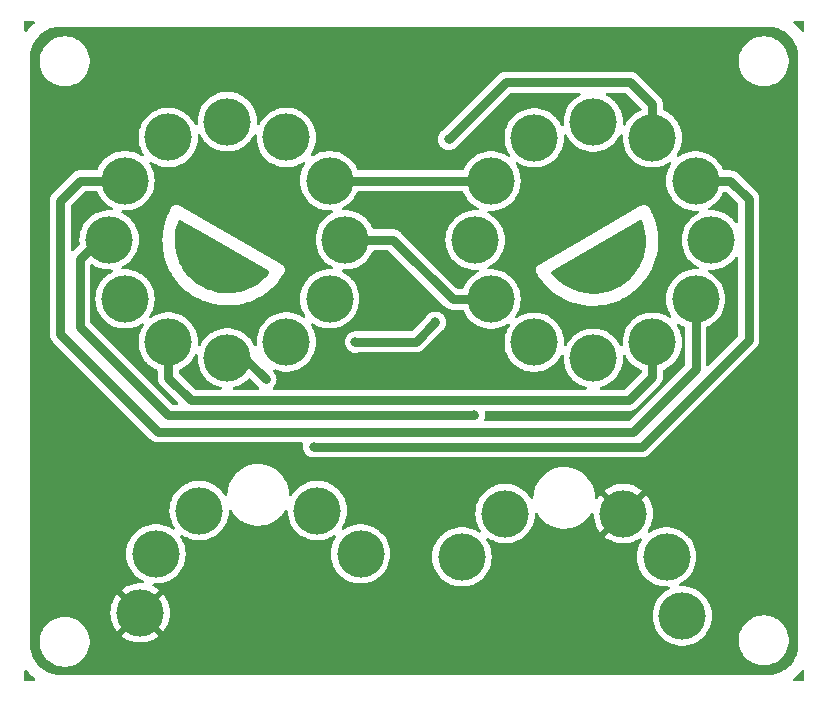
<source format=gbr>
%TF.GenerationSoftware,KiCad,Pcbnew,6.0.10-86aedd382b~118~ubuntu20.04.1*%
%TF.CreationDate,2024-03-07T10:40:57-05:00*%
%TF.ProjectId,dash_connector_adapter,64617368-5f63-46f6-9e6e-6563746f725f,rev?*%
%TF.SameCoordinates,Original*%
%TF.FileFunction,Copper,L1,Top*%
%TF.FilePolarity,Positive*%
%FSLAX46Y46*%
G04 Gerber Fmt 4.6, Leading zero omitted, Abs format (unit mm)*
G04 Created by KiCad (PCBNEW 6.0.10-86aedd382b~118~ubuntu20.04.1) date 2024-03-07 10:40:57*
%MOMM*%
%LPD*%
G01*
G04 APERTURE LIST*
%TA.AperFunction,ComponentPad*%
%ADD10C,4.000000*%
%TD*%
%TA.AperFunction,ViaPad*%
%ADD11C,0.800000*%
%TD*%
%TA.AperFunction,Conductor*%
%ADD12C,0.762000*%
%TD*%
G04 APERTURE END LIST*
D10*
%TO.P,J4,1,1*%
%TO.N,/FUEL_LEVEL_SENDER*%
X130072000Y-85772000D03*
%TO.P,J4,2,2*%
%TO.N,/PARKING_BRAKE*%
X126412000Y-82112000D03*
%TO.P,J4,3*%
%TO.N,N/C*%
X112752000Y-85772000D03*
%TO.P,J4,4,4*%
%TO.N,/GND*%
X111412000Y-90772000D03*
%TO.P,J4,A,A*%
%TO.N,/12V_FUSE_16*%
X116412000Y-82112000D03*
%TD*%
%TO.P,J3,1,1*%
%TO.N,/PARKING_BRAKE*%
X138660000Y-86026000D03*
%TO.P,J3,2,2*%
%TO.N,/12V_FUSE_8*%
X142320000Y-82366000D03*
%TO.P,J3,3*%
%TO.N,N/C*%
X155980000Y-86026000D03*
%TO.P,J3,4,4*%
%TO.N,/FUEL_LEVEL_SENDER*%
X157320000Y-91026000D03*
%TO.P,J3,A,A*%
%TO.N,/GND*%
X152320000Y-82366000D03*
%TD*%
%TO.P,J2,1,1*%
%TO.N,unconnected-(J2-Pad1)*%
X159780000Y-59206000D03*
%TO.P,J2,2,2*%
%TO.N,/BULB_FAILURE*%
X158440000Y-64206000D03*
%TO.P,J2,3,3*%
%TO.N,/HIGH_BEAM*%
X154780000Y-67866000D03*
%TO.P,J2,4,4*%
%TO.N,/CHARGING_D+*%
X149780000Y-69206000D03*
%TO.P,J2,5,5*%
%TO.N,/BRAKE_FAILURE*%
X144780000Y-67866000D03*
%TO.P,J2,6,6*%
%TO.N,/BLINKER_RIGHT*%
X141120000Y-64206000D03*
%TO.P,J2,7,7*%
%TO.N,unconnected-(J2-Pad7)*%
X139780000Y-59206000D03*
%TO.P,J2,8,8*%
%TO.N,/BLINKER_LEFT*%
X141120000Y-54206000D03*
%TO.P,J2,9,9*%
%TO.N,/CHARGING_D+*%
X144780000Y-50546000D03*
%TO.P,J2,10,10*%
%TO.N,/COOLANT_TEMP*%
X149780000Y-49206000D03*
%TO.P,J2,11,11*%
%TO.N,/OIL_LAMP*%
X154780000Y-50546000D03*
%TO.P,J2,12,12*%
%TO.N,/OD_LAMP*%
X158440000Y-54206000D03*
%TD*%
%TO.P,J1,12,12*%
%TO.N,/BULB_FAILURE*%
X110132000Y-54182000D03*
%TO.P,J1,11,11*%
%TO.N,/CHARGING_D+*%
X113792000Y-50522000D03*
%TO.P,J1,10,10*%
%TO.N,/12V_RHEOSTAT*%
X118792000Y-49182000D03*
%TO.P,J1,9,9*%
%TO.N,/12V_FUSE_8*%
X123792000Y-50522000D03*
%TO.P,J1,8,8*%
%TO.N,/BLINKER_LEFT*%
X127452000Y-54182000D03*
%TO.P,J1,7,7*%
%TO.N,/BLINKER_RIGHT*%
X128792000Y-59182000D03*
%TO.P,J1,6,6*%
%TO.N,/AC RELAY*%
X127452000Y-64182000D03*
%TO.P,J1,5,5*%
%TO.N,/OIL_LAMP*%
X123792000Y-67842000D03*
%TO.P,J1,4,4*%
%TO.N,/OD_LAMP*%
X118792000Y-69182000D03*
%TO.P,J1,3,3*%
%TO.N,/HIGH_BEAM*%
X113792000Y-67842000D03*
%TO.P,J1,2,2*%
%TO.N,/COOLANT_TEMP*%
X110132000Y-64182000D03*
%TO.P,J1,1,1*%
%TO.N,/BRAKE_FAILURE*%
X108792000Y-59182000D03*
%TD*%
D11*
%TO.N,/OIL_LAMP*%
X129643000Y-67842000D03*
X136398000Y-66167000D03*
%TO.N,/OD_LAMP*%
X122047000Y-70993000D03*
X126111000Y-76708000D03*
%TO.N,/OIL_LAMP*%
X137541000Y-50673000D03*
%TO.N,/BRAKE_FAILURE*%
X139700000Y-74041000D03*
%TD*%
D12*
%TO.N,/OIL_LAMP*%
X129643000Y-67842000D02*
X129667000Y-67818000D01*
X129667000Y-67818000D02*
X134747000Y-67818000D01*
X134747000Y-67818000D02*
X136398000Y-66167000D01*
%TO.N,/HIGH_BEAM*%
X113792000Y-67842000D02*
X113792000Y-70866000D01*
X113792000Y-70866000D02*
X115697000Y-72771000D01*
X115697000Y-72771000D02*
X152781000Y-72771000D01*
X152781000Y-72771000D02*
X154780000Y-70772000D01*
X154780000Y-70772000D02*
X154780000Y-67866000D01*
%TO.N,/OD_LAMP*%
X126111000Y-76708000D02*
X153924000Y-76708000D01*
X153924000Y-76708000D02*
X162941000Y-67691000D01*
X162941000Y-67691000D02*
X162941000Y-55753000D01*
X162941000Y-55753000D02*
X161394000Y-54206000D01*
X161394000Y-54206000D02*
X158440000Y-54206000D01*
X120236000Y-69182000D02*
X122047000Y-70993000D01*
X118792000Y-69182000D02*
X120236000Y-69182000D01*
%TO.N,/OIL_LAMP*%
X137541000Y-50673000D02*
X142367000Y-45847000D01*
X142367000Y-45847000D02*
X152908000Y-45847000D01*
X152908000Y-45847000D02*
X154780000Y-47719000D01*
X154780000Y-47719000D02*
X154780000Y-50546000D01*
%TO.N,/BULB_FAILURE*%
X158440000Y-64206000D02*
X158440000Y-70160000D01*
X104648000Y-55880000D02*
X106346000Y-54182000D01*
X158440000Y-70160000D02*
X153162000Y-75438000D01*
X104648000Y-67183000D02*
X104648000Y-55880000D01*
X153162000Y-75438000D02*
X112903000Y-75438000D01*
X112903000Y-75438000D02*
X104648000Y-67183000D01*
X106346000Y-54182000D02*
X110132000Y-54182000D01*
%TO.N,/BRAKE_FAILURE*%
X113792000Y-74041000D02*
X139700000Y-74041000D01*
X113538000Y-73787000D02*
X113792000Y-74041000D01*
X106299000Y-66548000D02*
X113538000Y-73787000D01*
X106299000Y-60833000D02*
X106299000Y-66548000D01*
X107950000Y-59182000D02*
X106299000Y-60833000D01*
X108792000Y-59182000D02*
X107950000Y-59182000D01*
%TO.N,/BLINKER_RIGHT*%
X128792000Y-59182000D02*
X132842000Y-59182000D01*
X132842000Y-59182000D02*
X137866000Y-64206000D01*
X137866000Y-64206000D02*
X141120000Y-64206000D01*
%TO.N,/BLINKER_LEFT*%
X127452000Y-54182000D02*
X141096000Y-54182000D01*
X141096000Y-54182000D02*
X141120000Y-54206000D01*
%TD*%
%TA.AperFunction,Conductor*%
%TO.N,/GND*%
G36*
X164565755Y-41146262D02*
G01*
X164580579Y-41148571D01*
X164580588Y-41148571D01*
X164589456Y-41149952D01*
X164607452Y-41147599D01*
X164630848Y-41146733D01*
X164750826Y-41153472D01*
X164873009Y-41160336D01*
X164887039Y-41161917D01*
X165153871Y-41207257D01*
X165167608Y-41210393D01*
X165427671Y-41285318D01*
X165441004Y-41289983D01*
X165691043Y-41393554D01*
X165703773Y-41399685D01*
X165940627Y-41530591D01*
X165952591Y-41538108D01*
X166173319Y-41694723D01*
X166184350Y-41703521D01*
X166386149Y-41883860D01*
X166396139Y-41893850D01*
X166576479Y-42095650D01*
X166585277Y-42106681D01*
X166694950Y-42261250D01*
X166741892Y-42327409D01*
X166749409Y-42339373D01*
X166880315Y-42576227D01*
X166886446Y-42588957D01*
X166990017Y-42838996D01*
X166994682Y-42852329D01*
X167069607Y-43112392D01*
X167072743Y-43126129D01*
X167118083Y-43392961D01*
X167119664Y-43406992D01*
X167132857Y-43641861D01*
X167131555Y-43668309D01*
X167131430Y-43669115D01*
X167130048Y-43677992D01*
X167134175Y-43709549D01*
X167135239Y-43725888D01*
X167135239Y-93426367D01*
X167133738Y-93445755D01*
X167131429Y-93460579D01*
X167131429Y-93460588D01*
X167130048Y-93469456D01*
X167132401Y-93487452D01*
X167133267Y-93510848D01*
X167126528Y-93630826D01*
X167119664Y-93753009D01*
X167118083Y-93767039D01*
X167072743Y-94033871D01*
X167069607Y-94047608D01*
X166998771Y-94293479D01*
X166994683Y-94307668D01*
X166990017Y-94321004D01*
X166886446Y-94571043D01*
X166880315Y-94583773D01*
X166749409Y-94820627D01*
X166741892Y-94832591D01*
X166585277Y-95053319D01*
X166576479Y-95064350D01*
X166414114Y-95246036D01*
X166396140Y-95266149D01*
X166386150Y-95276139D01*
X166184350Y-95456479D01*
X166173319Y-95465277D01*
X165986283Y-95597986D01*
X165952591Y-95621892D01*
X165940627Y-95629409D01*
X165703773Y-95760315D01*
X165691043Y-95766446D01*
X165441004Y-95870017D01*
X165427671Y-95874682D01*
X165167608Y-95949607D01*
X165153871Y-95952743D01*
X164887039Y-95998083D01*
X164873008Y-95999664D01*
X164638139Y-96012857D01*
X164611691Y-96011555D01*
X164610885Y-96011430D01*
X164610884Y-96011430D01*
X164602008Y-96010048D01*
X164572355Y-96013926D01*
X164570451Y-96014175D01*
X164554112Y-96015239D01*
X104693633Y-96015239D01*
X104674245Y-96013738D01*
X104659421Y-96011429D01*
X104659412Y-96011429D01*
X104650544Y-96010048D01*
X104632548Y-96012401D01*
X104609152Y-96013267D01*
X104489174Y-96006528D01*
X104366991Y-95999664D01*
X104352961Y-95998083D01*
X104086129Y-95952743D01*
X104072392Y-95949607D01*
X103812329Y-95874682D01*
X103798996Y-95870017D01*
X103548957Y-95766446D01*
X103536227Y-95760315D01*
X103299373Y-95629409D01*
X103287409Y-95621892D01*
X103253717Y-95597986D01*
X103066681Y-95465277D01*
X103055650Y-95456479D01*
X102853850Y-95276139D01*
X102843860Y-95266149D01*
X102825886Y-95246036D01*
X102663521Y-95064350D01*
X102654723Y-95053319D01*
X102498108Y-94832591D01*
X102490591Y-94820627D01*
X102359685Y-94583773D01*
X102353554Y-94571043D01*
X102249983Y-94321004D01*
X102245317Y-94307668D01*
X102241229Y-94293479D01*
X102170393Y-94047608D01*
X102167257Y-94033871D01*
X102121917Y-93767039D01*
X102120336Y-93753008D01*
X102107143Y-93518139D01*
X102108445Y-93491691D01*
X102108570Y-93490885D01*
X102108570Y-93490884D01*
X102109952Y-93482008D01*
X102105825Y-93450451D01*
X102104761Y-93434112D01*
X102104761Y-93350703D01*
X102919743Y-93350703D01*
X102920302Y-93354947D01*
X102920302Y-93354951D01*
X102928398Y-93416443D01*
X102957268Y-93635734D01*
X103033129Y-93913036D01*
X103034813Y-93916984D01*
X103091753Y-94050476D01*
X103145923Y-94177476D01*
X103293561Y-94424161D01*
X103473313Y-94648528D01*
X103559717Y-94730522D01*
X103654668Y-94820627D01*
X103681851Y-94846423D01*
X103915317Y-95014186D01*
X103919112Y-95016195D01*
X103919113Y-95016196D01*
X103960346Y-95038028D01*
X104169392Y-95148712D01*
X104439373Y-95247511D01*
X104720264Y-95308755D01*
X104748841Y-95311004D01*
X104943282Y-95326307D01*
X104943291Y-95326307D01*
X104945739Y-95326500D01*
X105101271Y-95326500D01*
X105103407Y-95326354D01*
X105103418Y-95326354D01*
X105311548Y-95312165D01*
X105311554Y-95312164D01*
X105315825Y-95311873D01*
X105320020Y-95311004D01*
X105320022Y-95311004D01*
X105536619Y-95266149D01*
X105597342Y-95253574D01*
X105868343Y-95157607D01*
X106123812Y-95025750D01*
X106127313Y-95023289D01*
X106127317Y-95023287D01*
X106308019Y-94896287D01*
X106359023Y-94860441D01*
X106569622Y-94664740D01*
X106751713Y-94442268D01*
X106901927Y-94197142D01*
X106913659Y-94170417D01*
X107015757Y-93937830D01*
X107017483Y-93933898D01*
X107096244Y-93657406D01*
X107136751Y-93372784D01*
X107136845Y-93354951D01*
X107138235Y-93089583D01*
X107138235Y-93089576D01*
X107138257Y-93085297D01*
X107100732Y-92800266D01*
X107078223Y-92717987D01*
X109830721Y-92717987D01*
X109839548Y-92729605D01*
X110062281Y-92891430D01*
X110068961Y-92895670D01*
X110338572Y-93043890D01*
X110345707Y-93047247D01*
X110631770Y-93160508D01*
X110639296Y-93162953D01*
X110937279Y-93239462D01*
X110945050Y-93240945D01*
X111250278Y-93279503D01*
X111258169Y-93280000D01*
X111565831Y-93280000D01*
X111573722Y-93279503D01*
X111878950Y-93240945D01*
X111886721Y-93239462D01*
X112184704Y-93162953D01*
X112192230Y-93160508D01*
X112478293Y-93047247D01*
X112485428Y-93043890D01*
X112755039Y-92895670D01*
X112761719Y-92891430D01*
X112984823Y-92729336D01*
X112993246Y-92718413D01*
X112986342Y-92705552D01*
X111424812Y-91144022D01*
X111410868Y-91136408D01*
X111409035Y-91136539D01*
X111402420Y-91140790D01*
X109837334Y-92705876D01*
X109830721Y-92717987D01*
X107078223Y-92717987D01*
X107024871Y-92522964D01*
X106912077Y-92258524D01*
X106824299Y-92111858D01*
X106766643Y-92015521D01*
X106766640Y-92015517D01*
X106764439Y-92011839D01*
X106584687Y-91787472D01*
X106440951Y-91651072D01*
X106379258Y-91592527D01*
X106379255Y-91592525D01*
X106376149Y-91589577D01*
X106142683Y-91421814D01*
X106120843Y-91410250D01*
X106088350Y-91393046D01*
X105888608Y-91287288D01*
X105618627Y-91188489D01*
X105337736Y-91127245D01*
X105306685Y-91124801D01*
X105114718Y-91109693D01*
X105114709Y-91109693D01*
X105112261Y-91109500D01*
X104956729Y-91109500D01*
X104954593Y-91109646D01*
X104954582Y-91109646D01*
X104746452Y-91123835D01*
X104746446Y-91123836D01*
X104742175Y-91124127D01*
X104737980Y-91124996D01*
X104737978Y-91124996D01*
X104682239Y-91136539D01*
X104460658Y-91182426D01*
X104189657Y-91278393D01*
X103934188Y-91410250D01*
X103930687Y-91412711D01*
X103930683Y-91412713D01*
X103859734Y-91462577D01*
X103698977Y-91575559D01*
X103683892Y-91589577D01*
X103564340Y-91700672D01*
X103488378Y-91771260D01*
X103306287Y-91993732D01*
X103156073Y-92238858D01*
X103040517Y-92502102D01*
X102961756Y-92778594D01*
X102921249Y-93063216D01*
X102921227Y-93067505D01*
X102921226Y-93067512D01*
X102919765Y-93346417D01*
X102919743Y-93350703D01*
X102104761Y-93350703D01*
X102104761Y-90775958D01*
X108899290Y-90775958D01*
X108918607Y-91082994D01*
X108919600Y-91090855D01*
X108977246Y-91393046D01*
X108979217Y-91400723D01*
X109074284Y-91693309D01*
X109077199Y-91700672D01*
X109208189Y-91979041D01*
X109212001Y-91985974D01*
X109376851Y-92245736D01*
X109381495Y-92252129D01*
X109456497Y-92342790D01*
X109469014Y-92351245D01*
X109479752Y-92345038D01*
X111039978Y-90784812D01*
X111046356Y-90773132D01*
X111776408Y-90773132D01*
X111776539Y-90774965D01*
X111780790Y-90781580D01*
X113343145Y-92343935D01*
X113356407Y-92351177D01*
X113366512Y-92343988D01*
X113442505Y-92252129D01*
X113447149Y-92245736D01*
X113611999Y-91985974D01*
X113615811Y-91979041D01*
X113746801Y-91700672D01*
X113749716Y-91693309D01*
X113844783Y-91400723D01*
X113846754Y-91393046D01*
X113904400Y-91090855D01*
X113905393Y-91082994D01*
X113924710Y-90775958D01*
X113924710Y-90768042D01*
X113905393Y-90461006D01*
X113904400Y-90453145D01*
X113846754Y-90150954D01*
X113844783Y-90143277D01*
X113749716Y-89850691D01*
X113746801Y-89843328D01*
X113615811Y-89564959D01*
X113611999Y-89558026D01*
X113447149Y-89298264D01*
X113442505Y-89291871D01*
X113367503Y-89201210D01*
X113354986Y-89192755D01*
X113344248Y-89198962D01*
X111784022Y-90759188D01*
X111776408Y-90773132D01*
X111046356Y-90773132D01*
X111047592Y-90770868D01*
X111047461Y-90769035D01*
X111043210Y-90762420D01*
X109480855Y-89200065D01*
X109467593Y-89192823D01*
X109457488Y-89200012D01*
X109381495Y-89291871D01*
X109376851Y-89298264D01*
X109212001Y-89558026D01*
X109208189Y-89564959D01*
X109077199Y-89843328D01*
X109074284Y-89850691D01*
X108979217Y-90143277D01*
X108977246Y-90150954D01*
X108919600Y-90453145D01*
X108918607Y-90461006D01*
X108899290Y-90768042D01*
X108899290Y-90775958D01*
X102104761Y-90775958D01*
X102104761Y-88825587D01*
X109830754Y-88825587D01*
X109837658Y-88838448D01*
X111399188Y-90399978D01*
X111413132Y-90407592D01*
X111414965Y-90407461D01*
X111421580Y-90403210D01*
X112986666Y-88838124D01*
X112993279Y-88826013D01*
X112984452Y-88814395D01*
X112761719Y-88652570D01*
X112755039Y-88648330D01*
X112513144Y-88515347D01*
X112463085Y-88465001D01*
X112448192Y-88395584D01*
X112473193Y-88329135D01*
X112530150Y-88286751D01*
X112586267Y-88280313D01*
X112586302Y-88279755D01*
X112589422Y-88279951D01*
X112589639Y-88279926D01*
X112594179Y-88280500D01*
X112909821Y-88280500D01*
X113222975Y-88240940D01*
X113528702Y-88162443D01*
X113532372Y-88160990D01*
X113818505Y-88047702D01*
X113818510Y-88047700D01*
X113822179Y-88046247D01*
X113969999Y-87964982D01*
X114095307Y-87896093D01*
X114095310Y-87896091D01*
X114098779Y-87894184D01*
X114354140Y-87708654D01*
X114584233Y-87492582D01*
X114785432Y-87249375D01*
X114954562Y-86982869D01*
X114956246Y-86979290D01*
X114956250Y-86979283D01*
X115087267Y-86700856D01*
X115087269Y-86700852D01*
X115088956Y-86697266D01*
X115102739Y-86654848D01*
X115185268Y-86400848D01*
X115186495Y-86397072D01*
X115245641Y-86087020D01*
X115265460Y-85772000D01*
X115245641Y-85456980D01*
X115186495Y-85146928D01*
X115088956Y-84846734D01*
X115083409Y-84834945D01*
X114956250Y-84564717D01*
X114956246Y-84564710D01*
X114954562Y-84561131D01*
X114946695Y-84548735D01*
X114828805Y-84362969D01*
X114809192Y-84294735D01*
X114829583Y-84226730D01*
X114883503Y-84180544D01*
X114953834Y-84170842D01*
X115009249Y-84193518D01*
X115040461Y-84216195D01*
X115062019Y-84231858D01*
X115062023Y-84231861D01*
X115065221Y-84234184D01*
X115068690Y-84236091D01*
X115068693Y-84236093D01*
X115338352Y-84384340D01*
X115341821Y-84386247D01*
X115345490Y-84387700D01*
X115345495Y-84387702D01*
X115631628Y-84500990D01*
X115635298Y-84502443D01*
X115941025Y-84580940D01*
X116254179Y-84620500D01*
X116569821Y-84620500D01*
X116882975Y-84580940D01*
X117188702Y-84502443D01*
X117192372Y-84500990D01*
X117478505Y-84387702D01*
X117478510Y-84387700D01*
X117482179Y-84386247D01*
X117485648Y-84384340D01*
X117755307Y-84236093D01*
X117755310Y-84236091D01*
X117758779Y-84234184D01*
X118014140Y-84048654D01*
X118244233Y-83832582D01*
X118291844Y-83775031D01*
X118408198Y-83634383D01*
X118445432Y-83589375D01*
X118609062Y-83331535D01*
X118612438Y-83326216D01*
X118612438Y-83326215D01*
X118614562Y-83322869D01*
X118616246Y-83319290D01*
X118616250Y-83319283D01*
X118747267Y-83040856D01*
X118747269Y-83040852D01*
X118748956Y-83037266D01*
X118751216Y-83030312D01*
X118833745Y-82776312D01*
X118846495Y-82737072D01*
X118905641Y-82427020D01*
X118923405Y-82144658D01*
X118947644Y-82077928D01*
X119004113Y-82034896D01*
X119074883Y-82029224D01*
X119137485Y-82062714D01*
X119155423Y-82084870D01*
X119297669Y-82308151D01*
X119300112Y-82311114D01*
X119300113Y-82311116D01*
X119447978Y-82490490D01*
X119500639Y-82554373D01*
X119732102Y-82774024D01*
X119988609Y-82963829D01*
X119991942Y-82965715D01*
X119991947Y-82965718D01*
X120102073Y-83028024D01*
X120266336Y-83120960D01*
X120269879Y-83122427D01*
X120269884Y-83122430D01*
X120377050Y-83166819D01*
X120561142Y-83243072D01*
X120634803Y-83263500D01*
X120864916Y-83327317D01*
X120864924Y-83327319D01*
X120868632Y-83328347D01*
X121184222Y-83375512D01*
X121187520Y-83375656D01*
X121297090Y-83380440D01*
X121297094Y-83380440D01*
X121298466Y-83380500D01*
X121493047Y-83380500D01*
X121730500Y-83365977D01*
X121734283Y-83365276D01*
X121734290Y-83365275D01*
X121896853Y-83335145D01*
X122044252Y-83307826D01*
X122336927Y-83215546D01*
X122344907Y-83213030D01*
X122344910Y-83213029D01*
X122348579Y-83211872D01*
X122352076Y-83210278D01*
X122352082Y-83210276D01*
X122635436Y-83081145D01*
X122635440Y-83081143D01*
X122638944Y-83079546D01*
X122642226Y-83077535D01*
X122907739Y-82914828D01*
X122907742Y-82914826D01*
X122911017Y-82912819D01*
X122914021Y-82910429D01*
X122914026Y-82910426D01*
X123157733Y-82716572D01*
X123160744Y-82714177D01*
X123193328Y-82681020D01*
X123307226Y-82565116D01*
X123384401Y-82486582D01*
X123451867Y-82398659D01*
X123576304Y-82236490D01*
X123576306Y-82236486D01*
X123578654Y-82233427D01*
X123666054Y-82085051D01*
X123717862Y-82036508D01*
X123787690Y-82023681D01*
X123853368Y-82050642D01*
X123894044Y-82108831D01*
X123900370Y-82141089D01*
X123918359Y-82427020D01*
X123977505Y-82737072D01*
X123990255Y-82776312D01*
X124072785Y-83030312D01*
X124075044Y-83037266D01*
X124076731Y-83040852D01*
X124076733Y-83040856D01*
X124207750Y-83319283D01*
X124207754Y-83319290D01*
X124209438Y-83322869D01*
X124211562Y-83326215D01*
X124211562Y-83326216D01*
X124214938Y-83331535D01*
X124378568Y-83589375D01*
X124415802Y-83634383D01*
X124532157Y-83775031D01*
X124579767Y-83832582D01*
X124809860Y-84048654D01*
X125065221Y-84234184D01*
X125068690Y-84236091D01*
X125068693Y-84236093D01*
X125338352Y-84384340D01*
X125341821Y-84386247D01*
X125345490Y-84387700D01*
X125345495Y-84387702D01*
X125631628Y-84500990D01*
X125635298Y-84502443D01*
X125941025Y-84580940D01*
X126254179Y-84620500D01*
X126569821Y-84620500D01*
X126882975Y-84580940D01*
X127188702Y-84502443D01*
X127192372Y-84500990D01*
X127478505Y-84387702D01*
X127478510Y-84387700D01*
X127482179Y-84386247D01*
X127485648Y-84384340D01*
X127755307Y-84236093D01*
X127755310Y-84236091D01*
X127758779Y-84234184D01*
X127761977Y-84231861D01*
X127761981Y-84231858D01*
X127783539Y-84216195D01*
X127814750Y-84193518D01*
X127881616Y-84169661D01*
X127950768Y-84185741D01*
X128000248Y-84236654D01*
X128014348Y-84306237D01*
X127995195Y-84362969D01*
X127877305Y-84548735D01*
X127869438Y-84561131D01*
X127867754Y-84564710D01*
X127867750Y-84564717D01*
X127740591Y-84834945D01*
X127735044Y-84846734D01*
X127637505Y-85146928D01*
X127578359Y-85456980D01*
X127558540Y-85772000D01*
X127578359Y-86087020D01*
X127637505Y-86397072D01*
X127638732Y-86400848D01*
X127721262Y-86654848D01*
X127735044Y-86697266D01*
X127736731Y-86700852D01*
X127736733Y-86700856D01*
X127867750Y-86979283D01*
X127867754Y-86979290D01*
X127869438Y-86982869D01*
X128038568Y-87249375D01*
X128239767Y-87492582D01*
X128469860Y-87708654D01*
X128725221Y-87894184D01*
X128728690Y-87896091D01*
X128728693Y-87896093D01*
X128854001Y-87964982D01*
X129001821Y-88046247D01*
X129005490Y-88047700D01*
X129005495Y-88047702D01*
X129291628Y-88160990D01*
X129295298Y-88162443D01*
X129601025Y-88240940D01*
X129914179Y-88280500D01*
X130229821Y-88280500D01*
X130542975Y-88240940D01*
X130848702Y-88162443D01*
X130852372Y-88160990D01*
X131138505Y-88047702D01*
X131138510Y-88047700D01*
X131142179Y-88046247D01*
X131289999Y-87964982D01*
X131415307Y-87896093D01*
X131415310Y-87896091D01*
X131418779Y-87894184D01*
X131674140Y-87708654D01*
X131904233Y-87492582D01*
X132105432Y-87249375D01*
X132274562Y-86982869D01*
X132276246Y-86979290D01*
X132276250Y-86979283D01*
X132407267Y-86700856D01*
X132407269Y-86700852D01*
X132408956Y-86697266D01*
X132422739Y-86654848D01*
X132505268Y-86400848D01*
X132506495Y-86397072D01*
X132565641Y-86087020D01*
X132569480Y-86026000D01*
X136146540Y-86026000D01*
X136166359Y-86341020D01*
X136225505Y-86651072D01*
X136323044Y-86951266D01*
X136324731Y-86954852D01*
X136324733Y-86954856D01*
X136455750Y-87233283D01*
X136455754Y-87233290D01*
X136457438Y-87236869D01*
X136626568Y-87503375D01*
X136827767Y-87746582D01*
X137057860Y-87962654D01*
X137313221Y-88148184D01*
X137316690Y-88150091D01*
X137316693Y-88150093D01*
X137557510Y-88282484D01*
X137589821Y-88300247D01*
X137593490Y-88301700D01*
X137593495Y-88301702D01*
X137793898Y-88381047D01*
X137883298Y-88416443D01*
X138189025Y-88494940D01*
X138502179Y-88534500D01*
X138817821Y-88534500D01*
X139130975Y-88494940D01*
X139436702Y-88416443D01*
X139526102Y-88381047D01*
X139726505Y-88301702D01*
X139726510Y-88301700D01*
X139730179Y-88300247D01*
X139762490Y-88282484D01*
X140003307Y-88150093D01*
X140003310Y-88150091D01*
X140006779Y-88148184D01*
X140262140Y-87962654D01*
X140492233Y-87746582D01*
X140693432Y-87503375D01*
X140862562Y-87236869D01*
X140864246Y-87233290D01*
X140864250Y-87233283D01*
X140995267Y-86954856D01*
X140995269Y-86954852D01*
X140996956Y-86951266D01*
X141094495Y-86651072D01*
X141153641Y-86341020D01*
X141173460Y-86026000D01*
X141153641Y-85710980D01*
X141094495Y-85400928D01*
X141011965Y-85146928D01*
X140998182Y-85104507D01*
X140998182Y-85104506D01*
X140996956Y-85100734D01*
X140879209Y-84850507D01*
X140864250Y-84818717D01*
X140864246Y-84818710D01*
X140862562Y-84815131D01*
X140825641Y-84756953D01*
X140736805Y-84616969D01*
X140717192Y-84548735D01*
X140737583Y-84480730D01*
X140791503Y-84434544D01*
X140861834Y-84424842D01*
X140917249Y-84447518D01*
X140948461Y-84470195D01*
X140970019Y-84485858D01*
X140970023Y-84485861D01*
X140973221Y-84488184D01*
X140976690Y-84490091D01*
X140976693Y-84490093D01*
X141246352Y-84638340D01*
X141249821Y-84640247D01*
X141253490Y-84641700D01*
X141253495Y-84641702D01*
X141538411Y-84754508D01*
X141543298Y-84756443D01*
X141849025Y-84834940D01*
X142162179Y-84874500D01*
X142477821Y-84874500D01*
X142790975Y-84834940D01*
X143096702Y-84756443D01*
X143101589Y-84754508D01*
X143386505Y-84641702D01*
X143386510Y-84641700D01*
X143390179Y-84640247D01*
X143393648Y-84638340D01*
X143663307Y-84490093D01*
X143663310Y-84490091D01*
X143666779Y-84488184D01*
X143909294Y-84311987D01*
X150738721Y-84311987D01*
X150747548Y-84323605D01*
X150970281Y-84485430D01*
X150976961Y-84489670D01*
X151246572Y-84637890D01*
X151253707Y-84641247D01*
X151539770Y-84754508D01*
X151547296Y-84756953D01*
X151845279Y-84833462D01*
X151853050Y-84834945D01*
X152158278Y-84873503D01*
X152166169Y-84874000D01*
X152473831Y-84874000D01*
X152481722Y-84873503D01*
X152786950Y-84834945D01*
X152794721Y-84833462D01*
X153092704Y-84756953D01*
X153100230Y-84754508D01*
X153386293Y-84641247D01*
X153393428Y-84637890D01*
X153663039Y-84489670D01*
X153669720Y-84485430D01*
X153723477Y-84446373D01*
X153790345Y-84422514D01*
X153859497Y-84438595D01*
X153908977Y-84489509D01*
X153923076Y-84559092D01*
X153903923Y-84615822D01*
X153777438Y-84815131D01*
X153775754Y-84818710D01*
X153775750Y-84818717D01*
X153760791Y-84850507D01*
X153643044Y-85100734D01*
X153641818Y-85104506D01*
X153641818Y-85104507D01*
X153628035Y-85146928D01*
X153545505Y-85400928D01*
X153486359Y-85710980D01*
X153466540Y-86026000D01*
X153486359Y-86341020D01*
X153545505Y-86651072D01*
X153643044Y-86951266D01*
X153644731Y-86954852D01*
X153644733Y-86954856D01*
X153775750Y-87233283D01*
X153775754Y-87233290D01*
X153777438Y-87236869D01*
X153946568Y-87503375D01*
X154147767Y-87746582D01*
X154377860Y-87962654D01*
X154633221Y-88148184D01*
X154636690Y-88150091D01*
X154636693Y-88150093D01*
X154877510Y-88282484D01*
X154909821Y-88300247D01*
X154913490Y-88301700D01*
X154913495Y-88301702D01*
X155113898Y-88381047D01*
X155203298Y-88416443D01*
X155509025Y-88494940D01*
X155822179Y-88534500D01*
X156137821Y-88534500D01*
X156141752Y-88534003D01*
X156145698Y-88533755D01*
X156145768Y-88534865D01*
X156211099Y-88545398D01*
X156263954Y-88592799D01*
X156282791Y-88661251D01*
X156261630Y-88729021D01*
X156217510Y-88769516D01*
X156092714Y-88838124D01*
X155973221Y-88903816D01*
X155717860Y-89089346D01*
X155487767Y-89305418D01*
X155286568Y-89548625D01*
X155117438Y-89815131D01*
X155115754Y-89818710D01*
X155115750Y-89818717D01*
X154984733Y-90097144D01*
X154983044Y-90100734D01*
X154981818Y-90104506D01*
X154981818Y-90104507D01*
X154940950Y-90230287D01*
X154885505Y-90400928D01*
X154826359Y-90710980D01*
X154806540Y-91026000D01*
X154826359Y-91341020D01*
X154885505Y-91651072D01*
X154983044Y-91951266D01*
X154984731Y-91954852D01*
X154984733Y-91954856D01*
X155115750Y-92233283D01*
X155115754Y-92233290D01*
X155117438Y-92236869D01*
X155286568Y-92503375D01*
X155306198Y-92527103D01*
X155427115Y-92673266D01*
X155487767Y-92746582D01*
X155717860Y-92962654D01*
X155973221Y-93148184D01*
X155976690Y-93150091D01*
X155976693Y-93150093D01*
X156158488Y-93250036D01*
X156249821Y-93300247D01*
X156253490Y-93301700D01*
X156253495Y-93301702D01*
X156433028Y-93372784D01*
X156543298Y-93416443D01*
X156849025Y-93494940D01*
X157162179Y-93534500D01*
X157477821Y-93534500D01*
X157790975Y-93494940D01*
X158096702Y-93416443D01*
X158206972Y-93372784D01*
X158386505Y-93301702D01*
X158386510Y-93301700D01*
X158390179Y-93300247D01*
X158481512Y-93250036D01*
X158529411Y-93223703D01*
X162101743Y-93223703D01*
X162102302Y-93227947D01*
X162102302Y-93227951D01*
X162111569Y-93298340D01*
X162139268Y-93508734D01*
X162215129Y-93786036D01*
X162216813Y-93789984D01*
X162323806Y-94040823D01*
X162327923Y-94050476D01*
X162339693Y-94070142D01*
X162417890Y-94200799D01*
X162475561Y-94297161D01*
X162655313Y-94521528D01*
X162720906Y-94583773D01*
X162802730Y-94661421D01*
X162863851Y-94719423D01*
X163097317Y-94887186D01*
X163101112Y-94889195D01*
X163101113Y-94889196D01*
X163122869Y-94900715D01*
X163351392Y-95021712D01*
X163621373Y-95120511D01*
X163902264Y-95181755D01*
X163930841Y-95184004D01*
X164125282Y-95199307D01*
X164125291Y-95199307D01*
X164127739Y-95199500D01*
X164283271Y-95199500D01*
X164285407Y-95199354D01*
X164285418Y-95199354D01*
X164493548Y-95185165D01*
X164493554Y-95185164D01*
X164497825Y-95184873D01*
X164502020Y-95184004D01*
X164502022Y-95184004D01*
X164682152Y-95146701D01*
X164779342Y-95126574D01*
X165050343Y-95030607D01*
X165305812Y-94898750D01*
X165309313Y-94896289D01*
X165309317Y-94896287D01*
X165423417Y-94816096D01*
X165541023Y-94733441D01*
X165702085Y-94583773D01*
X165748479Y-94540661D01*
X165748481Y-94540658D01*
X165751622Y-94537740D01*
X165933713Y-94315268D01*
X166083927Y-94070142D01*
X166199483Y-93806898D01*
X166212824Y-93760066D01*
X166277068Y-93534534D01*
X166278244Y-93530406D01*
X166311271Y-93298340D01*
X166318146Y-93250036D01*
X166318146Y-93250034D01*
X166318751Y-93245784D01*
X166318777Y-93240945D01*
X166320235Y-92962583D01*
X166320235Y-92962576D01*
X166320257Y-92958297D01*
X166282732Y-92673266D01*
X166206871Y-92395964D01*
X166149933Y-92262476D01*
X166095763Y-92135476D01*
X166095761Y-92135472D01*
X166094077Y-92131524D01*
X165946439Y-91884839D01*
X165766687Y-91660472D01*
X165558149Y-91462577D01*
X165324683Y-91294814D01*
X165302843Y-91283250D01*
X165279654Y-91270972D01*
X165070608Y-91160288D01*
X164931823Y-91109500D01*
X164804658Y-91062964D01*
X164804656Y-91062963D01*
X164800627Y-91061489D01*
X164519736Y-91000245D01*
X164488685Y-90997801D01*
X164296718Y-90982693D01*
X164296709Y-90982693D01*
X164294261Y-90982500D01*
X164138729Y-90982500D01*
X164136593Y-90982646D01*
X164136582Y-90982646D01*
X163928452Y-90996835D01*
X163928446Y-90996836D01*
X163924175Y-90997127D01*
X163919980Y-90997996D01*
X163919978Y-90997996D01*
X163803864Y-91022042D01*
X163642658Y-91055426D01*
X163371657Y-91151393D01*
X163116188Y-91283250D01*
X163112687Y-91285711D01*
X163112683Y-91285713D01*
X163028443Y-91344918D01*
X162880977Y-91448559D01*
X162670378Y-91644260D01*
X162488287Y-91866732D01*
X162338073Y-92111858D01*
X162222517Y-92375102D01*
X162143756Y-92651594D01*
X162103249Y-92936216D01*
X162103227Y-92940505D01*
X162103226Y-92940512D01*
X162102074Y-93160508D01*
X162101743Y-93223703D01*
X158529411Y-93223703D01*
X158663307Y-93150093D01*
X158663310Y-93150091D01*
X158666779Y-93148184D01*
X158922140Y-92962654D01*
X159152233Y-92746582D01*
X159212886Y-92673266D01*
X159333802Y-92527103D01*
X159353432Y-92503375D01*
X159522562Y-92236869D01*
X159524246Y-92233290D01*
X159524250Y-92233283D01*
X159655267Y-91954856D01*
X159655269Y-91954852D01*
X159656956Y-91951266D01*
X159754495Y-91651072D01*
X159813641Y-91341020D01*
X159833460Y-91026000D01*
X159813641Y-90710980D01*
X159754495Y-90400928D01*
X159699050Y-90230287D01*
X159658182Y-90104507D01*
X159658182Y-90104506D01*
X159656956Y-90100734D01*
X159655267Y-90097144D01*
X159524250Y-89818717D01*
X159524246Y-89818710D01*
X159522562Y-89815131D01*
X159353432Y-89548625D01*
X159152233Y-89305418D01*
X158922140Y-89089346D01*
X158666779Y-88903816D01*
X158547287Y-88838124D01*
X158393648Y-88753660D01*
X158393647Y-88753659D01*
X158390179Y-88751753D01*
X158386510Y-88750300D01*
X158386505Y-88750298D01*
X158100372Y-88637010D01*
X158100371Y-88637010D01*
X158096702Y-88635557D01*
X157790975Y-88557060D01*
X157477821Y-88517500D01*
X157162179Y-88517500D01*
X157158248Y-88517997D01*
X157154302Y-88518245D01*
X157154232Y-88517135D01*
X157088901Y-88506602D01*
X157036046Y-88459201D01*
X157017209Y-88390749D01*
X157038370Y-88322979D01*
X157082490Y-88282484D01*
X157323307Y-88150093D01*
X157323310Y-88150091D01*
X157326779Y-88148184D01*
X157582140Y-87962654D01*
X157812233Y-87746582D01*
X158013432Y-87503375D01*
X158182562Y-87236869D01*
X158184246Y-87233290D01*
X158184250Y-87233283D01*
X158315267Y-86954856D01*
X158315269Y-86954852D01*
X158316956Y-86951266D01*
X158414495Y-86651072D01*
X158473641Y-86341020D01*
X158493460Y-86026000D01*
X158473641Y-85710980D01*
X158414495Y-85400928D01*
X158331965Y-85146928D01*
X158318182Y-85104507D01*
X158318182Y-85104506D01*
X158316956Y-85100734D01*
X158199209Y-84850507D01*
X158184250Y-84818717D01*
X158184246Y-84818710D01*
X158182562Y-84815131D01*
X158013432Y-84548625D01*
X157909104Y-84422514D01*
X157814758Y-84308470D01*
X157814757Y-84308469D01*
X157812233Y-84305418D01*
X157806332Y-84299876D01*
X157738409Y-84236093D01*
X157582140Y-84089346D01*
X157326779Y-83903816D01*
X157222390Y-83846427D01*
X157053648Y-83753660D01*
X157053647Y-83753659D01*
X157050179Y-83751753D01*
X157046510Y-83750300D01*
X157046505Y-83750298D01*
X156760372Y-83637010D01*
X156760371Y-83637010D01*
X156756702Y-83635557D01*
X156450975Y-83557060D01*
X156137821Y-83517500D01*
X155822179Y-83517500D01*
X155509025Y-83557060D01*
X155203298Y-83635557D01*
X155199629Y-83637010D01*
X155199628Y-83637010D01*
X154913495Y-83750298D01*
X154913490Y-83750300D01*
X154909821Y-83751753D01*
X154906353Y-83753659D01*
X154906352Y-83753660D01*
X154737611Y-83846427D01*
X154633221Y-83903816D01*
X154587836Y-83936790D01*
X154576152Y-83945279D01*
X154509284Y-83969138D01*
X154440133Y-83953057D01*
X154390652Y-83902143D01*
X154376553Y-83832560D01*
X154395706Y-83775829D01*
X154519999Y-83579974D01*
X154523811Y-83573041D01*
X154654801Y-83294672D01*
X154657716Y-83287309D01*
X154752783Y-82994723D01*
X154754754Y-82987046D01*
X154812400Y-82684855D01*
X154813393Y-82676994D01*
X154832710Y-82369958D01*
X154832710Y-82362042D01*
X154813393Y-82055006D01*
X154812400Y-82047145D01*
X154754754Y-81744954D01*
X154752783Y-81737277D01*
X154657716Y-81444691D01*
X154654801Y-81437328D01*
X154523811Y-81158959D01*
X154519999Y-81152026D01*
X154355149Y-80892264D01*
X154350505Y-80885871D01*
X154275503Y-80795210D01*
X154262986Y-80786755D01*
X154252248Y-80792962D01*
X150745334Y-84299876D01*
X150738721Y-84311987D01*
X143909294Y-84311987D01*
X143914135Y-84308470D01*
X143918936Y-84304982D01*
X143918938Y-84304981D01*
X143922140Y-84302654D01*
X144152233Y-84086582D01*
X144178799Y-84054470D01*
X144269129Y-83945279D01*
X144353432Y-83843375D01*
X144516752Y-83586024D01*
X144520438Y-83580216D01*
X144520438Y-83580215D01*
X144522562Y-83576869D01*
X144524246Y-83573290D01*
X144524250Y-83573283D01*
X144655267Y-83294856D01*
X144655269Y-83294852D01*
X144656956Y-83291266D01*
X144754495Y-82991072D01*
X144813641Y-82681020D01*
X144831405Y-82398658D01*
X144855644Y-82331928D01*
X144912113Y-82288896D01*
X144982883Y-82283224D01*
X145045485Y-82316714D01*
X145063423Y-82338870D01*
X145205669Y-82562151D01*
X145208112Y-82565114D01*
X145208113Y-82565116D01*
X145382210Y-82776312D01*
X145408639Y-82808373D01*
X145640102Y-83028024D01*
X145896609Y-83217829D01*
X145899942Y-83219715D01*
X145899947Y-83219718D01*
X145978210Y-83263997D01*
X146174336Y-83374960D01*
X146177879Y-83376427D01*
X146177884Y-83376430D01*
X146355032Y-83449806D01*
X146469142Y-83497072D01*
X146542803Y-83517500D01*
X146772916Y-83581317D01*
X146772924Y-83581319D01*
X146776632Y-83582347D01*
X147092222Y-83629512D01*
X147095520Y-83629656D01*
X147205090Y-83634440D01*
X147205094Y-83634440D01*
X147206466Y-83634500D01*
X147401047Y-83634500D01*
X147638500Y-83619977D01*
X147642283Y-83619276D01*
X147642290Y-83619275D01*
X147821692Y-83586024D01*
X147952252Y-83561826D01*
X148154359Y-83498102D01*
X148252907Y-83467030D01*
X148252910Y-83467029D01*
X148256579Y-83465872D01*
X148260076Y-83464278D01*
X148260082Y-83464276D01*
X148543436Y-83335145D01*
X148543440Y-83335143D01*
X148546944Y-83333546D01*
X148550226Y-83331535D01*
X148815739Y-83168828D01*
X148815742Y-83168826D01*
X148819017Y-83166819D01*
X148822021Y-83164429D01*
X148822026Y-83164426D01*
X149065733Y-82970572D01*
X149068744Y-82968177D01*
X149075261Y-82961546D01*
X149257289Y-82776312D01*
X149292401Y-82740582D01*
X149429316Y-82562151D01*
X149484304Y-82490490D01*
X149484306Y-82490486D01*
X149486654Y-82487427D01*
X149574507Y-82338282D01*
X149626315Y-82289739D01*
X149696143Y-82276912D01*
X149761821Y-82303873D01*
X149802497Y-82362062D01*
X149808823Y-82394321D01*
X149826607Y-82676995D01*
X149827600Y-82684855D01*
X149885246Y-82987046D01*
X149887217Y-82994723D01*
X149982284Y-83287309D01*
X149985199Y-83294672D01*
X150116189Y-83573041D01*
X150120001Y-83579974D01*
X150284851Y-83839736D01*
X150289495Y-83846129D01*
X150364497Y-83936790D01*
X150377014Y-83945245D01*
X150387752Y-83939038D01*
X151947978Y-82378812D01*
X151955592Y-82364868D01*
X151955461Y-82363035D01*
X151951210Y-82356420D01*
X150388855Y-80794065D01*
X150375593Y-80786823D01*
X150365488Y-80794012D01*
X150289495Y-80885871D01*
X150284851Y-80892264D01*
X150164048Y-81082619D01*
X150110659Y-81129418D01*
X150040444Y-81139923D01*
X149975696Y-81110799D01*
X149936972Y-81051293D01*
X149931783Y-81009608D01*
X149932891Y-80984235D01*
X149933059Y-80980389D01*
X149915452Y-80756669D01*
X149908325Y-80666112D01*
X149908325Y-80666109D01*
X149908023Y-80662277D01*
X149858647Y-80419587D01*
X150738754Y-80419587D01*
X150745658Y-80432448D01*
X152307188Y-81993978D01*
X152321132Y-82001592D01*
X152322965Y-82001461D01*
X152329580Y-81997210D01*
X153894666Y-80432124D01*
X153901279Y-80420013D01*
X153892452Y-80408395D01*
X153669719Y-80246570D01*
X153663039Y-80242330D01*
X153393428Y-80094110D01*
X153386293Y-80090753D01*
X153100230Y-79977492D01*
X153092704Y-79975047D01*
X152794721Y-79898538D01*
X152786950Y-79897055D01*
X152481722Y-79858497D01*
X152473831Y-79858000D01*
X152166169Y-79858000D01*
X152158278Y-79858497D01*
X151853050Y-79897055D01*
X151845279Y-79898538D01*
X151547296Y-79975047D01*
X151539770Y-79977492D01*
X151253707Y-80090753D01*
X151246572Y-80094110D01*
X150976961Y-80242330D01*
X150970281Y-80246570D01*
X150747177Y-80408664D01*
X150738754Y-80419587D01*
X149858647Y-80419587D01*
X149844406Y-80349588D01*
X149743155Y-80046982D01*
X149605781Y-79758971D01*
X149582872Y-79723010D01*
X149495277Y-79585515D01*
X149434331Y-79489849D01*
X149286547Y-79310573D01*
X149233804Y-79246590D01*
X149233800Y-79246585D01*
X149231361Y-79243627D01*
X148999898Y-79023976D01*
X148743391Y-78834171D01*
X148740058Y-78832285D01*
X148740053Y-78832282D01*
X148542417Y-78720465D01*
X148465664Y-78677040D01*
X148462121Y-78675573D01*
X148462116Y-78675570D01*
X148227240Y-78578282D01*
X148170858Y-78554928D01*
X148068468Y-78526533D01*
X147867084Y-78470683D01*
X147867076Y-78470681D01*
X147863368Y-78469653D01*
X147547778Y-78422488D01*
X147544480Y-78422344D01*
X147434910Y-78417560D01*
X147434906Y-78417560D01*
X147433534Y-78417500D01*
X147238953Y-78417500D01*
X147001500Y-78432023D01*
X146997717Y-78432724D01*
X146997710Y-78432725D01*
X146844624Y-78461099D01*
X146687748Y-78490174D01*
X146506491Y-78547324D01*
X146387093Y-78584970D01*
X146387090Y-78584971D01*
X146383421Y-78586128D01*
X146379924Y-78587722D01*
X146379918Y-78587724D01*
X146096564Y-78716855D01*
X146096560Y-78716857D01*
X146093056Y-78718454D01*
X146089777Y-78720464D01*
X146089774Y-78720465D01*
X145904224Y-78834171D01*
X145820983Y-78885181D01*
X145817979Y-78887571D01*
X145817974Y-78887574D01*
X145604452Y-79057418D01*
X145571256Y-79083823D01*
X145347599Y-79311418D01*
X145345254Y-79314474D01*
X145208195Y-79493093D01*
X145153346Y-79564573D01*
X145060020Y-79723010D01*
X145016657Y-79796626D01*
X144991393Y-79839515D01*
X144864154Y-80132145D01*
X144863060Y-80135839D01*
X144863058Y-80135844D01*
X144830386Y-80246143D01*
X144773526Y-80438100D01*
X144720860Y-80752819D01*
X144719059Y-80794065D01*
X144709145Y-81021130D01*
X144686191Y-81088314D01*
X144630558Y-81132422D01*
X144559910Y-81139451D01*
X144496677Y-81107169D01*
X144476880Y-81083148D01*
X144476544Y-81082619D01*
X144353432Y-80888625D01*
X144241083Y-80752819D01*
X144154758Y-80648470D01*
X144154757Y-80648469D01*
X144152233Y-80645418D01*
X143922140Y-80429346D01*
X143666779Y-80243816D01*
X143565062Y-80187896D01*
X143393648Y-80093660D01*
X143393647Y-80093659D01*
X143390179Y-80091753D01*
X143386510Y-80090300D01*
X143386505Y-80090298D01*
X143100372Y-79977010D01*
X143100371Y-79977010D01*
X143096702Y-79975557D01*
X142790975Y-79897060D01*
X142477821Y-79857500D01*
X142162179Y-79857500D01*
X141849025Y-79897060D01*
X141543298Y-79975557D01*
X141539629Y-79977010D01*
X141539628Y-79977010D01*
X141253495Y-80090298D01*
X141253490Y-80090300D01*
X141249821Y-80091753D01*
X141246353Y-80093659D01*
X141246352Y-80093660D01*
X141074939Y-80187896D01*
X140973221Y-80243816D01*
X140717860Y-80429346D01*
X140487767Y-80645418D01*
X140485243Y-80648469D01*
X140485242Y-80648470D01*
X140398917Y-80752819D01*
X140286568Y-80888625D01*
X140117438Y-81155131D01*
X140115754Y-81158710D01*
X140115750Y-81158717D01*
X139984733Y-81437144D01*
X139983044Y-81440734D01*
X139981818Y-81444506D01*
X139981818Y-81444507D01*
X139968035Y-81486928D01*
X139885505Y-81740928D01*
X139826359Y-82050980D01*
X139806540Y-82366000D01*
X139826359Y-82681020D01*
X139885505Y-82991072D01*
X139983044Y-83291266D01*
X139984731Y-83294852D01*
X139984733Y-83294856D01*
X140115750Y-83573283D01*
X140115754Y-83573290D01*
X140117438Y-83576869D01*
X140119562Y-83580215D01*
X140119562Y-83580216D01*
X140243195Y-83775031D01*
X140262808Y-83843265D01*
X140242417Y-83911270D01*
X140188497Y-83957456D01*
X140118166Y-83967158D01*
X140062751Y-83944482D01*
X140009982Y-83906143D01*
X140009981Y-83906142D01*
X140009977Y-83906139D01*
X140006779Y-83903816D01*
X139902390Y-83846427D01*
X139733648Y-83753660D01*
X139733647Y-83753659D01*
X139730179Y-83751753D01*
X139726510Y-83750300D01*
X139726505Y-83750298D01*
X139440372Y-83637010D01*
X139440371Y-83637010D01*
X139436702Y-83635557D01*
X139130975Y-83557060D01*
X138817821Y-83517500D01*
X138502179Y-83517500D01*
X138189025Y-83557060D01*
X137883298Y-83635557D01*
X137879629Y-83637010D01*
X137879628Y-83637010D01*
X137593495Y-83750298D01*
X137593490Y-83750300D01*
X137589821Y-83751753D01*
X137586353Y-83753659D01*
X137586352Y-83753660D01*
X137417611Y-83846427D01*
X137313221Y-83903816D01*
X137057860Y-84089346D01*
X136901591Y-84236093D01*
X136833669Y-84299876D01*
X136827767Y-84305418D01*
X136825243Y-84308469D01*
X136825242Y-84308470D01*
X136730896Y-84422514D01*
X136626568Y-84548625D01*
X136457438Y-84815131D01*
X136455754Y-84818710D01*
X136455750Y-84818717D01*
X136440791Y-84850507D01*
X136323044Y-85100734D01*
X136321818Y-85104506D01*
X136321818Y-85104507D01*
X136308035Y-85146928D01*
X136225505Y-85400928D01*
X136166359Y-85710980D01*
X136146540Y-86026000D01*
X132569480Y-86026000D01*
X132585460Y-85772000D01*
X132565641Y-85456980D01*
X132506495Y-85146928D01*
X132408956Y-84846734D01*
X132403409Y-84834945D01*
X132276250Y-84564717D01*
X132276246Y-84564710D01*
X132274562Y-84561131D01*
X132105432Y-84294625D01*
X131933323Y-84086582D01*
X131906758Y-84054470D01*
X131906757Y-84054469D01*
X131904233Y-84051418D01*
X131674140Y-83835346D01*
X131670306Y-83832560D01*
X131618369Y-83794826D01*
X131418779Y-83649816D01*
X131414287Y-83647346D01*
X131145648Y-83499660D01*
X131145647Y-83499659D01*
X131142179Y-83497753D01*
X131138510Y-83496300D01*
X131138505Y-83496298D01*
X130852372Y-83383010D01*
X130852371Y-83383010D01*
X130848702Y-83381557D01*
X130542975Y-83303060D01*
X130229821Y-83263500D01*
X129914179Y-83263500D01*
X129601025Y-83303060D01*
X129295298Y-83381557D01*
X129291629Y-83383010D01*
X129291628Y-83383010D01*
X129005495Y-83496298D01*
X129005490Y-83496300D01*
X129001821Y-83497753D01*
X128998353Y-83499659D01*
X128998352Y-83499660D01*
X128729714Y-83647346D01*
X128725221Y-83649816D01*
X128722023Y-83652139D01*
X128722019Y-83652142D01*
X128722018Y-83652143D01*
X128669250Y-83690482D01*
X128602384Y-83714339D01*
X128533232Y-83698259D01*
X128483752Y-83647346D01*
X128469652Y-83577763D01*
X128488805Y-83521031D01*
X128612438Y-83326216D01*
X128612438Y-83326215D01*
X128614562Y-83322869D01*
X128616246Y-83319290D01*
X128616250Y-83319283D01*
X128747267Y-83040856D01*
X128747269Y-83040852D01*
X128748956Y-83037266D01*
X128751216Y-83030312D01*
X128833745Y-82776312D01*
X128846495Y-82737072D01*
X128905641Y-82427020D01*
X128925460Y-82112000D01*
X128905641Y-81796980D01*
X128846495Y-81486928D01*
X128748956Y-81186734D01*
X128735886Y-81158959D01*
X128616250Y-80904717D01*
X128616246Y-80904710D01*
X128614562Y-80901131D01*
X128597608Y-80874415D01*
X128594917Y-80870175D01*
X128445432Y-80634625D01*
X128333083Y-80498819D01*
X128246758Y-80394470D01*
X128246757Y-80394469D01*
X128244233Y-80391418D01*
X128014140Y-80175346D01*
X127758779Y-79989816D01*
X127735486Y-79977010D01*
X127485648Y-79839660D01*
X127485647Y-79839659D01*
X127482179Y-79837753D01*
X127478510Y-79836300D01*
X127478505Y-79836298D01*
X127192372Y-79723010D01*
X127192371Y-79723010D01*
X127188702Y-79721557D01*
X126882975Y-79643060D01*
X126569821Y-79603500D01*
X126254179Y-79603500D01*
X125941025Y-79643060D01*
X125635298Y-79721557D01*
X125631629Y-79723010D01*
X125631628Y-79723010D01*
X125345495Y-79836298D01*
X125345490Y-79836300D01*
X125341821Y-79837753D01*
X125338353Y-79839659D01*
X125338352Y-79839660D01*
X125088515Y-79977010D01*
X125065221Y-79989816D01*
X124809860Y-80175346D01*
X124579767Y-80391418D01*
X124577243Y-80394469D01*
X124577242Y-80394470D01*
X124490917Y-80498819D01*
X124378568Y-80634625D01*
X124376444Y-80637972D01*
X124376441Y-80637976D01*
X124256092Y-80827616D01*
X124202703Y-80874415D01*
X124132488Y-80884920D01*
X124067740Y-80855796D01*
X124029016Y-80796290D01*
X124023827Y-80754606D01*
X124024891Y-80730236D01*
X124025059Y-80726389D01*
X124000023Y-80408277D01*
X123936406Y-80095588D01*
X123835155Y-79792982D01*
X123697781Y-79504971D01*
X123688148Y-79489849D01*
X123633966Y-79404801D01*
X123526331Y-79235849D01*
X123523887Y-79232884D01*
X123325804Y-78992590D01*
X123325800Y-78992585D01*
X123323361Y-78989627D01*
X123091898Y-78769976D01*
X122835391Y-78580171D01*
X122832058Y-78578285D01*
X122832053Y-78578282D01*
X122634417Y-78466465D01*
X122557664Y-78423040D01*
X122554121Y-78421573D01*
X122554116Y-78421570D01*
X122335386Y-78330970D01*
X122262858Y-78300928D01*
X122160468Y-78272533D01*
X121959084Y-78216683D01*
X121959076Y-78216681D01*
X121955368Y-78215653D01*
X121639778Y-78168488D01*
X121636480Y-78168344D01*
X121526910Y-78163560D01*
X121526906Y-78163560D01*
X121525534Y-78163500D01*
X121330953Y-78163500D01*
X121093500Y-78178023D01*
X121089717Y-78178724D01*
X121089710Y-78178725D01*
X120936624Y-78207098D01*
X120779748Y-78236174D01*
X120598491Y-78293324D01*
X120479093Y-78330970D01*
X120479090Y-78330971D01*
X120475421Y-78332128D01*
X120471924Y-78333722D01*
X120471918Y-78333724D01*
X120188564Y-78462855D01*
X120188560Y-78462857D01*
X120185056Y-78464454D01*
X120181777Y-78466464D01*
X120181774Y-78466465D01*
X119986503Y-78586128D01*
X119912983Y-78631181D01*
X119909979Y-78633571D01*
X119909974Y-78633574D01*
X119741370Y-78767688D01*
X119663256Y-78829823D01*
X119660564Y-78832562D01*
X119660560Y-78832566D01*
X119610830Y-78883172D01*
X119439599Y-79057418D01*
X119437254Y-79060474D01*
X119296716Y-79243627D01*
X119245346Y-79310573D01*
X119083393Y-79585515D01*
X118956154Y-79878145D01*
X118955060Y-79881839D01*
X118955058Y-79881844D01*
X118922386Y-79992143D01*
X118865526Y-80184100D01*
X118812860Y-80498819D01*
X118812692Y-80502669D01*
X118801145Y-80767130D01*
X118778191Y-80834314D01*
X118722558Y-80878422D01*
X118651910Y-80885451D01*
X118588677Y-80853169D01*
X118568880Y-80829148D01*
X118567908Y-80827616D01*
X118445432Y-80634625D01*
X118333083Y-80498819D01*
X118246758Y-80394470D01*
X118246757Y-80394469D01*
X118244233Y-80391418D01*
X118014140Y-80175346D01*
X117758779Y-79989816D01*
X117735486Y-79977010D01*
X117485648Y-79839660D01*
X117485647Y-79839659D01*
X117482179Y-79837753D01*
X117478510Y-79836300D01*
X117478505Y-79836298D01*
X117192372Y-79723010D01*
X117192371Y-79723010D01*
X117188702Y-79721557D01*
X116882975Y-79643060D01*
X116569821Y-79603500D01*
X116254179Y-79603500D01*
X115941025Y-79643060D01*
X115635298Y-79721557D01*
X115631629Y-79723010D01*
X115631628Y-79723010D01*
X115345495Y-79836298D01*
X115345490Y-79836300D01*
X115341821Y-79837753D01*
X115338353Y-79839659D01*
X115338352Y-79839660D01*
X115088515Y-79977010D01*
X115065221Y-79989816D01*
X114809860Y-80175346D01*
X114579767Y-80391418D01*
X114577243Y-80394469D01*
X114577242Y-80394470D01*
X114490917Y-80498819D01*
X114378568Y-80634625D01*
X114229083Y-80870175D01*
X114226393Y-80874415D01*
X114209438Y-80901131D01*
X114207754Y-80904710D01*
X114207750Y-80904717D01*
X114088114Y-81158959D01*
X114075044Y-81186734D01*
X113977505Y-81486928D01*
X113918359Y-81796980D01*
X113898540Y-82112000D01*
X113918359Y-82427020D01*
X113977505Y-82737072D01*
X113990255Y-82776312D01*
X114072785Y-83030312D01*
X114075044Y-83037266D01*
X114076731Y-83040852D01*
X114076733Y-83040856D01*
X114207750Y-83319283D01*
X114207754Y-83319290D01*
X114209438Y-83322869D01*
X114211562Y-83326215D01*
X114211562Y-83326216D01*
X114335195Y-83521031D01*
X114354808Y-83589265D01*
X114334417Y-83657270D01*
X114280497Y-83703456D01*
X114210166Y-83713158D01*
X114154751Y-83690482D01*
X114101982Y-83652143D01*
X114101981Y-83652142D01*
X114101977Y-83652139D01*
X114098779Y-83649816D01*
X114094287Y-83647346D01*
X113825648Y-83499660D01*
X113825647Y-83499659D01*
X113822179Y-83497753D01*
X113818510Y-83496300D01*
X113818505Y-83496298D01*
X113532372Y-83383010D01*
X113532371Y-83383010D01*
X113528702Y-83381557D01*
X113222975Y-83303060D01*
X112909821Y-83263500D01*
X112594179Y-83263500D01*
X112281025Y-83303060D01*
X111975298Y-83381557D01*
X111971629Y-83383010D01*
X111971628Y-83383010D01*
X111685495Y-83496298D01*
X111685490Y-83496300D01*
X111681821Y-83497753D01*
X111678353Y-83499659D01*
X111678352Y-83499660D01*
X111409714Y-83647346D01*
X111405221Y-83649816D01*
X111205631Y-83794826D01*
X111153695Y-83832560D01*
X111149860Y-83835346D01*
X110919767Y-84051418D01*
X110917243Y-84054469D01*
X110917242Y-84054470D01*
X110890677Y-84086582D01*
X110718568Y-84294625D01*
X110549438Y-84561131D01*
X110547754Y-84564710D01*
X110547750Y-84564717D01*
X110420591Y-84834945D01*
X110415044Y-84846734D01*
X110317505Y-85146928D01*
X110258359Y-85456980D01*
X110238540Y-85772000D01*
X110258359Y-86087020D01*
X110317505Y-86397072D01*
X110318732Y-86400848D01*
X110401262Y-86654848D01*
X110415044Y-86697266D01*
X110416731Y-86700852D01*
X110416733Y-86700856D01*
X110547750Y-86979283D01*
X110547754Y-86979290D01*
X110549438Y-86982869D01*
X110718568Y-87249375D01*
X110919767Y-87492582D01*
X111149860Y-87708654D01*
X111405221Y-87894184D01*
X111408690Y-87896091D01*
X111408693Y-87896093D01*
X111650700Y-88029138D01*
X111700759Y-88079483D01*
X111715652Y-88148900D01*
X111690651Y-88215349D01*
X111633694Y-88257733D01*
X111577704Y-88264157D01*
X111577667Y-88264745D01*
X111574380Y-88264538D01*
X111574207Y-88264558D01*
X111573721Y-88264497D01*
X111565831Y-88264000D01*
X111258169Y-88264000D01*
X111250278Y-88264497D01*
X110945050Y-88303055D01*
X110937279Y-88304538D01*
X110639296Y-88381047D01*
X110631770Y-88383492D01*
X110345707Y-88496753D01*
X110338572Y-88500110D01*
X110068961Y-88648330D01*
X110062281Y-88652570D01*
X109839177Y-88814664D01*
X109830754Y-88825587D01*
X102104761Y-88825587D01*
X102104761Y-67136190D01*
X103754826Y-67136190D01*
X103755171Y-67142778D01*
X103755171Y-67142782D01*
X103758327Y-67202999D01*
X103758500Y-67209593D01*
X103758500Y-67229620D01*
X103758844Y-67232891D01*
X103758844Y-67232895D01*
X103760593Y-67249539D01*
X103761110Y-67256113D01*
X103761857Y-67270367D01*
X103764611Y-67322915D01*
X103766320Y-67329292D01*
X103766320Y-67329293D01*
X103768124Y-67336023D01*
X103771728Y-67355470D01*
X103773145Y-67368956D01*
X103775187Y-67375240D01*
X103793818Y-67432582D01*
X103795691Y-67438906D01*
X103813006Y-67503524D01*
X103819167Y-67515616D01*
X103826730Y-67533875D01*
X103830925Y-67546785D01*
X103861057Y-67598975D01*
X103864376Y-67604724D01*
X103867523Y-67610520D01*
X103897893Y-67670125D01*
X103902050Y-67675258D01*
X103906432Y-67680670D01*
X103917625Y-67696955D01*
X103921116Y-67703002D01*
X103921119Y-67703005D01*
X103924415Y-67708715D01*
X103928827Y-67713615D01*
X103928830Y-67713619D01*
X103969175Y-67758425D01*
X103973463Y-67763446D01*
X103986063Y-67779006D01*
X104000210Y-67793153D01*
X104004751Y-67797937D01*
X104044426Y-67842000D01*
X104049530Y-67847669D01*
X104060518Y-67855652D01*
X104075546Y-67868489D01*
X112217511Y-76010454D01*
X112230348Y-76025482D01*
X112238331Y-76036470D01*
X112243233Y-76040883D01*
X112243234Y-76040885D01*
X112288063Y-76081249D01*
X112292847Y-76085790D01*
X112306994Y-76099937D01*
X112309559Y-76102014D01*
X112322554Y-76112537D01*
X112327575Y-76116825D01*
X112372381Y-76157170D01*
X112372385Y-76157173D01*
X112377285Y-76161585D01*
X112382995Y-76164881D01*
X112382998Y-76164884D01*
X112389045Y-76168375D01*
X112405330Y-76179568D01*
X112415875Y-76188107D01*
X112475480Y-76218477D01*
X112481276Y-76221624D01*
X112539215Y-76255075D01*
X112552125Y-76259270D01*
X112570384Y-76266833D01*
X112582476Y-76272994D01*
X112639641Y-76288312D01*
X112647094Y-76290309D01*
X112653419Y-76292182D01*
X112717044Y-76312855D01*
X112723611Y-76313545D01*
X112723615Y-76313546D01*
X112729288Y-76314142D01*
X112730530Y-76314272D01*
X112749972Y-76317875D01*
X112763085Y-76321389D01*
X112769682Y-76321735D01*
X112769684Y-76321735D01*
X112829887Y-76324890D01*
X112836461Y-76325407D01*
X112853105Y-76327156D01*
X112853109Y-76327156D01*
X112856380Y-76327500D01*
X112876407Y-76327500D01*
X112883001Y-76327673D01*
X112943218Y-76330829D01*
X112943222Y-76330829D01*
X112949810Y-76331174D01*
X112956325Y-76330142D01*
X112956327Y-76330142D01*
X112963214Y-76329051D01*
X112982925Y-76327500D01*
X125105955Y-76327500D01*
X125174076Y-76347502D01*
X125220569Y-76401158D01*
X125230673Y-76471432D01*
X125225790Y-76492428D01*
X125217458Y-76518072D01*
X125197496Y-76708000D01*
X125217458Y-76897928D01*
X125276473Y-77079556D01*
X125371960Y-77244944D01*
X125376378Y-77249851D01*
X125376379Y-77249852D01*
X125471766Y-77355790D01*
X125499747Y-77386866D01*
X125654248Y-77499118D01*
X125660276Y-77501802D01*
X125660278Y-77501803D01*
X125822681Y-77574109D01*
X125828712Y-77576794D01*
X125916279Y-77595407D01*
X126009056Y-77615128D01*
X126009061Y-77615128D01*
X126015513Y-77616500D01*
X126206487Y-77616500D01*
X126212939Y-77615128D01*
X126212944Y-77615128D01*
X126282922Y-77600253D01*
X126309119Y-77597500D01*
X153844075Y-77597500D01*
X153863786Y-77599051D01*
X153870673Y-77600142D01*
X153870675Y-77600142D01*
X153877190Y-77601174D01*
X153883778Y-77600829D01*
X153883782Y-77600829D01*
X153943999Y-77597673D01*
X153950593Y-77597500D01*
X153970620Y-77597500D01*
X153973891Y-77597156D01*
X153973895Y-77597156D01*
X153990539Y-77595407D01*
X153997113Y-77594890D01*
X154057316Y-77591735D01*
X154057318Y-77591735D01*
X154063915Y-77591389D01*
X154077028Y-77587875D01*
X154096470Y-77584272D01*
X154097712Y-77584142D01*
X154103385Y-77583546D01*
X154103389Y-77583545D01*
X154109956Y-77582855D01*
X154173581Y-77562182D01*
X154179906Y-77560309D01*
X154187359Y-77558312D01*
X154244524Y-77542994D01*
X154256616Y-77536833D01*
X154274875Y-77529270D01*
X154287785Y-77525075D01*
X154345724Y-77491624D01*
X154351520Y-77488477D01*
X154411125Y-77458107D01*
X154421670Y-77449568D01*
X154437955Y-77438375D01*
X154444002Y-77434884D01*
X154444005Y-77434881D01*
X154449715Y-77431585D01*
X154454615Y-77427173D01*
X154454619Y-77427170D01*
X154495067Y-77390749D01*
X154499432Y-77386819D01*
X154504446Y-77382537D01*
X154517441Y-77372014D01*
X154520006Y-77369937D01*
X154534153Y-77355790D01*
X154538937Y-77351249D01*
X154583766Y-77310885D01*
X154583767Y-77310883D01*
X154588669Y-77306470D01*
X154596652Y-77295482D01*
X154609489Y-77280454D01*
X163513454Y-68376489D01*
X163528482Y-68363652D01*
X163539470Y-68355669D01*
X163584249Y-68305937D01*
X163588790Y-68301153D01*
X163602937Y-68287006D01*
X163615537Y-68271446D01*
X163619825Y-68266425D01*
X163660170Y-68221619D01*
X163660173Y-68221615D01*
X163664585Y-68216715D01*
X163667881Y-68211005D01*
X163667884Y-68211002D01*
X163671375Y-68204955D01*
X163682568Y-68188670D01*
X163684425Y-68186377D01*
X163691107Y-68178125D01*
X163721477Y-68118520D01*
X163724624Y-68112724D01*
X163733289Y-68097716D01*
X163758075Y-68054785D01*
X163762270Y-68041875D01*
X163769833Y-68023616D01*
X163775994Y-68011524D01*
X163793309Y-67946906D01*
X163795182Y-67940582D01*
X163813813Y-67883240D01*
X163815855Y-67876956D01*
X163816591Y-67869958D01*
X163817272Y-67863471D01*
X163820876Y-67844023D01*
X163821419Y-67842000D01*
X163824389Y-67830915D01*
X163826987Y-67781341D01*
X163827890Y-67764113D01*
X163828407Y-67757539D01*
X163830156Y-67740895D01*
X163830156Y-67740891D01*
X163830500Y-67737620D01*
X163830500Y-67717593D01*
X163830673Y-67710999D01*
X163833829Y-67650782D01*
X163833829Y-67650778D01*
X163834174Y-67644190D01*
X163832051Y-67630785D01*
X163830500Y-67611075D01*
X163830500Y-55832924D01*
X163832051Y-55813213D01*
X163833142Y-55806326D01*
X163833142Y-55806324D01*
X163834174Y-55799809D01*
X163830673Y-55733007D01*
X163830500Y-55726413D01*
X163830500Y-55706380D01*
X163828406Y-55686454D01*
X163827889Y-55679880D01*
X163824734Y-55619681D01*
X163824734Y-55619678D01*
X163824388Y-55613085D01*
X163820876Y-55599977D01*
X163817275Y-55580544D01*
X163816546Y-55573614D01*
X163816545Y-55573610D01*
X163815855Y-55567044D01*
X163795178Y-55503408D01*
X163793307Y-55497091D01*
X163782907Y-55458276D01*
X163775994Y-55432475D01*
X163769834Y-55420385D01*
X163762269Y-55402121D01*
X163760119Y-55395504D01*
X163760117Y-55395499D01*
X163758075Y-55389215D01*
X163724624Y-55331276D01*
X163721478Y-55325481D01*
X163694106Y-55271762D01*
X163694104Y-55271759D01*
X163691106Y-55265875D01*
X163686948Y-55260740D01*
X163682567Y-55255329D01*
X163671372Y-55239041D01*
X163664585Y-55227285D01*
X163619827Y-55177576D01*
X163615543Y-55172561D01*
X163605012Y-55159556D01*
X163605009Y-55159552D01*
X163602937Y-55156994D01*
X163588790Y-55142847D01*
X163584249Y-55138063D01*
X163543885Y-55093234D01*
X163543883Y-55093233D01*
X163539470Y-55088331D01*
X163528482Y-55080348D01*
X163513454Y-55067511D01*
X162079489Y-53633546D01*
X162066652Y-53618518D01*
X162058669Y-53607530D01*
X162037940Y-53588865D01*
X162008937Y-53562751D01*
X162004153Y-53558210D01*
X161990006Y-53544063D01*
X161974446Y-53531463D01*
X161969425Y-53527175D01*
X161924619Y-53486830D01*
X161924615Y-53486827D01*
X161919715Y-53482415D01*
X161914005Y-53479119D01*
X161914002Y-53479116D01*
X161907955Y-53475625D01*
X161891670Y-53464432D01*
X161881125Y-53455893D01*
X161821520Y-53425523D01*
X161815724Y-53422376D01*
X161779605Y-53401523D01*
X161757785Y-53388925D01*
X161744875Y-53384730D01*
X161726616Y-53377167D01*
X161714524Y-53371006D01*
X161649906Y-53353691D01*
X161643582Y-53351818D01*
X161623509Y-53345296D01*
X161579956Y-53331145D01*
X161573389Y-53330455D01*
X161573385Y-53330454D01*
X161567712Y-53329858D01*
X161566470Y-53329728D01*
X161547028Y-53326125D01*
X161533915Y-53322611D01*
X161527318Y-53322265D01*
X161527316Y-53322265D01*
X161467113Y-53319110D01*
X161460539Y-53318593D01*
X161443895Y-53316844D01*
X161443891Y-53316844D01*
X161440620Y-53316500D01*
X161420593Y-53316500D01*
X161413999Y-53316327D01*
X161353782Y-53313171D01*
X161353778Y-53313171D01*
X161347190Y-53312826D01*
X161340675Y-53313858D01*
X161340673Y-53313858D01*
X161333786Y-53314949D01*
X161314075Y-53316500D01*
X160873748Y-53316500D01*
X160805627Y-53296498D01*
X160759740Y-53244148D01*
X160644250Y-52998717D01*
X160644246Y-52998710D01*
X160642562Y-52995131D01*
X160473432Y-52728625D01*
X160272233Y-52485418D01*
X160243785Y-52458703D01*
X160233001Y-52448577D01*
X160042140Y-52269346D01*
X160005903Y-52243018D01*
X159986369Y-52228826D01*
X159786779Y-52083816D01*
X159782287Y-52081346D01*
X159513648Y-51933660D01*
X159513647Y-51933659D01*
X159510179Y-51931753D01*
X159506510Y-51930300D01*
X159506505Y-51930298D01*
X159220372Y-51817010D01*
X159220371Y-51817010D01*
X159216702Y-51815557D01*
X158910975Y-51737060D01*
X158597821Y-51697500D01*
X158282179Y-51697500D01*
X157969025Y-51737060D01*
X157663298Y-51815557D01*
X157659629Y-51817010D01*
X157659628Y-51817010D01*
X157373495Y-51930298D01*
X157373490Y-51930300D01*
X157369821Y-51931753D01*
X157366353Y-51933659D01*
X157366352Y-51933660D01*
X157097714Y-52081346D01*
X157093221Y-52083816D01*
X157090023Y-52086139D01*
X157090019Y-52086142D01*
X157068461Y-52101805D01*
X157037250Y-52124482D01*
X156970384Y-52148339D01*
X156901232Y-52132259D01*
X156851752Y-52081346D01*
X156837652Y-52011763D01*
X156856805Y-51955031D01*
X156980438Y-51760216D01*
X156980438Y-51760215D01*
X156982562Y-51756869D01*
X156984246Y-51753290D01*
X156984250Y-51753283D01*
X157115267Y-51474856D01*
X157115269Y-51474852D01*
X157116956Y-51471266D01*
X157214495Y-51171072D01*
X157273641Y-50861020D01*
X157293460Y-50546000D01*
X157273641Y-50230980D01*
X157214495Y-49920928D01*
X157116956Y-49620734D01*
X157105663Y-49596734D01*
X156984250Y-49338717D01*
X156984246Y-49338710D01*
X156982562Y-49335131D01*
X156813432Y-49068625D01*
X156646616Y-48866980D01*
X156614758Y-48828470D01*
X156614757Y-48828469D01*
X156612233Y-48825418D01*
X156583785Y-48798703D01*
X156573001Y-48788577D01*
X156382140Y-48609346D01*
X156345903Y-48583018D01*
X156315362Y-48560829D01*
X156126779Y-48423816D01*
X156087357Y-48402143D01*
X155853648Y-48273660D01*
X155853647Y-48273659D01*
X155850179Y-48271753D01*
X155846510Y-48270300D01*
X155846505Y-48270298D01*
X155749116Y-48231739D01*
X155693142Y-48188064D01*
X155669500Y-48114587D01*
X155669500Y-47798925D01*
X155671051Y-47779214D01*
X155672142Y-47772327D01*
X155672142Y-47772325D01*
X155673174Y-47765810D01*
X155671226Y-47728625D01*
X155669673Y-47699001D01*
X155669500Y-47692407D01*
X155669500Y-47672380D01*
X155667407Y-47652461D01*
X155666890Y-47645887D01*
X155663735Y-47585684D01*
X155663735Y-47585682D01*
X155663389Y-47579085D01*
X155659875Y-47565972D01*
X155656272Y-47546529D01*
X155655546Y-47539615D01*
X155655545Y-47539611D01*
X155654855Y-47533044D01*
X155634182Y-47469418D01*
X155632309Y-47463094D01*
X155616704Y-47404859D01*
X155614994Y-47398476D01*
X155608833Y-47386384D01*
X155601269Y-47368123D01*
X155599116Y-47361497D01*
X155597075Y-47355215D01*
X155563624Y-47297276D01*
X155560477Y-47291480D01*
X155530107Y-47231875D01*
X155521568Y-47221330D01*
X155510375Y-47205045D01*
X155506884Y-47198998D01*
X155506881Y-47198995D01*
X155503585Y-47193285D01*
X155499173Y-47188385D01*
X155499170Y-47188381D01*
X155458825Y-47143575D01*
X155454537Y-47138554D01*
X155444014Y-47125559D01*
X155441937Y-47122994D01*
X155427790Y-47108847D01*
X155423249Y-47104063D01*
X155382885Y-47059234D01*
X155382883Y-47059233D01*
X155378470Y-47054331D01*
X155367482Y-47046348D01*
X155352454Y-47033511D01*
X153593489Y-45274546D01*
X153580652Y-45259518D01*
X153572669Y-45248530D01*
X153522937Y-45203751D01*
X153518153Y-45199210D01*
X153504006Y-45185063D01*
X153488446Y-45172463D01*
X153483425Y-45168175D01*
X153438619Y-45127830D01*
X153438615Y-45127827D01*
X153433715Y-45123415D01*
X153428005Y-45120119D01*
X153428002Y-45120116D01*
X153421955Y-45116625D01*
X153405670Y-45105432D01*
X153395125Y-45096893D01*
X153335520Y-45066523D01*
X153329724Y-45063376D01*
X153309672Y-45051799D01*
X153271785Y-45029925D01*
X153258875Y-45025730D01*
X153240616Y-45018167D01*
X153228524Y-45012006D01*
X153163906Y-44994691D01*
X153157582Y-44992818D01*
X153148981Y-44990023D01*
X153093956Y-44972145D01*
X153087389Y-44971455D01*
X153087385Y-44971454D01*
X153081712Y-44970858D01*
X153080470Y-44970728D01*
X153061028Y-44967125D01*
X153047915Y-44963611D01*
X153041318Y-44963265D01*
X153041316Y-44963265D01*
X152981113Y-44960110D01*
X152974539Y-44959593D01*
X152957895Y-44957844D01*
X152957891Y-44957844D01*
X152954620Y-44957500D01*
X152934593Y-44957500D01*
X152927999Y-44957327D01*
X152867782Y-44954171D01*
X152867778Y-44954171D01*
X152861190Y-44953826D01*
X152854675Y-44954858D01*
X152854673Y-44954858D01*
X152847786Y-44955949D01*
X152828075Y-44957500D01*
X142446925Y-44957500D01*
X142427214Y-44955949D01*
X142420327Y-44954858D01*
X142420325Y-44954858D01*
X142413810Y-44953826D01*
X142407222Y-44954171D01*
X142407218Y-44954171D01*
X142347001Y-44957327D01*
X142340407Y-44957500D01*
X142320380Y-44957500D01*
X142317109Y-44957844D01*
X142317105Y-44957844D01*
X142300461Y-44959593D01*
X142293887Y-44960110D01*
X142233684Y-44963265D01*
X142233682Y-44963265D01*
X142227085Y-44963611D01*
X142213972Y-44967125D01*
X142194530Y-44970728D01*
X142193288Y-44970858D01*
X142187615Y-44971454D01*
X142187611Y-44971455D01*
X142181044Y-44972145D01*
X142126019Y-44990023D01*
X142117418Y-44992818D01*
X142111094Y-44994691D01*
X142046476Y-45012006D01*
X142034384Y-45018167D01*
X142016125Y-45025730D01*
X142003215Y-45029925D01*
X141965328Y-45051799D01*
X141945276Y-45063376D01*
X141939480Y-45066523D01*
X141879875Y-45096893D01*
X141869330Y-45105432D01*
X141853045Y-45116625D01*
X141846998Y-45120116D01*
X141846995Y-45120119D01*
X141841285Y-45123415D01*
X141836385Y-45127827D01*
X141836381Y-45127830D01*
X141791575Y-45168175D01*
X141786554Y-45172463D01*
X141770994Y-45185063D01*
X141756847Y-45199210D01*
X141752063Y-45203751D01*
X141702331Y-45248530D01*
X141694348Y-45259518D01*
X141681511Y-45274546D01*
X137054426Y-49901631D01*
X137039393Y-49914471D01*
X136929747Y-49994134D01*
X136925326Y-49999044D01*
X136925325Y-49999045D01*
X136827883Y-50107266D01*
X136801960Y-50136056D01*
X136706473Y-50301444D01*
X136647458Y-50483072D01*
X136646768Y-50489633D01*
X136646768Y-50489635D01*
X136641260Y-50542042D01*
X136627496Y-50673000D01*
X136628186Y-50679565D01*
X136645145Y-50840918D01*
X136647458Y-50862928D01*
X136706473Y-51044556D01*
X136801960Y-51209944D01*
X136806378Y-51214851D01*
X136806379Y-51214852D01*
X136925325Y-51346955D01*
X136929747Y-51351866D01*
X137028843Y-51423864D01*
X137073415Y-51456247D01*
X137084248Y-51464118D01*
X137090276Y-51466802D01*
X137090278Y-51466803D01*
X137252681Y-51539109D01*
X137258712Y-51541794D01*
X137352112Y-51561647D01*
X137439056Y-51580128D01*
X137439061Y-51580128D01*
X137445513Y-51581500D01*
X137636487Y-51581500D01*
X137642939Y-51580128D01*
X137642944Y-51580128D01*
X137729887Y-51561647D01*
X137823288Y-51541794D01*
X137829319Y-51539109D01*
X137991722Y-51466803D01*
X137991724Y-51466802D01*
X137997752Y-51464118D01*
X138008586Y-51456247D01*
X138053157Y-51423864D01*
X138152253Y-51351866D01*
X138156675Y-51346955D01*
X138275621Y-51214852D01*
X138275622Y-51214851D01*
X138280040Y-51209944D01*
X138296394Y-51181619D01*
X138316416Y-51155527D01*
X142698538Y-46773405D01*
X142760850Y-46739379D01*
X142787633Y-46736500D01*
X148574249Y-46736500D01*
X148642370Y-46756502D01*
X148688863Y-46810158D01*
X148698967Y-46880432D01*
X148669473Y-46945012D01*
X148634954Y-46972912D01*
X148433221Y-47083816D01*
X148274686Y-47198998D01*
X148214098Y-47243018D01*
X148177860Y-47269346D01*
X148040351Y-47398476D01*
X147968142Y-47466285D01*
X147947767Y-47485418D01*
X147746568Y-47728625D01*
X147577438Y-47995131D01*
X147575754Y-47998710D01*
X147575750Y-47998717D01*
X147444733Y-48277144D01*
X147443044Y-48280734D01*
X147345505Y-48580928D01*
X147286359Y-48890980D01*
X147266540Y-49206000D01*
X147266789Y-49209957D01*
X147278272Y-49392473D01*
X147262587Y-49461716D01*
X147211957Y-49511486D01*
X147142456Y-49525982D01*
X147076151Y-49500603D01*
X147038513Y-49454033D01*
X146984250Y-49338717D01*
X146984246Y-49338710D01*
X146982562Y-49335131D01*
X146813432Y-49068625D01*
X146646616Y-48866980D01*
X146614758Y-48828470D01*
X146614757Y-48828469D01*
X146612233Y-48825418D01*
X146583785Y-48798703D01*
X146573001Y-48788577D01*
X146382140Y-48609346D01*
X146345903Y-48583018D01*
X146315362Y-48560829D01*
X146126779Y-48423816D01*
X146087357Y-48402143D01*
X145853648Y-48273660D01*
X145853647Y-48273659D01*
X145850179Y-48271753D01*
X145846510Y-48270300D01*
X145846505Y-48270298D01*
X145560372Y-48157010D01*
X145560371Y-48157010D01*
X145556702Y-48155557D01*
X145250975Y-48077060D01*
X144937821Y-48037500D01*
X144622179Y-48037500D01*
X144309025Y-48077060D01*
X144003298Y-48155557D01*
X143999629Y-48157010D01*
X143999628Y-48157010D01*
X143713495Y-48270298D01*
X143713490Y-48270300D01*
X143709821Y-48271753D01*
X143706353Y-48273659D01*
X143706352Y-48273660D01*
X143472644Y-48402143D01*
X143433221Y-48423816D01*
X143244638Y-48560829D01*
X143214098Y-48583018D01*
X143177860Y-48609346D01*
X142986999Y-48788577D01*
X142976216Y-48798703D01*
X142947767Y-48825418D01*
X142945243Y-48828469D01*
X142945242Y-48828470D01*
X142913384Y-48866980D01*
X142746568Y-49068625D01*
X142577438Y-49335131D01*
X142575754Y-49338710D01*
X142575750Y-49338717D01*
X142454337Y-49596734D01*
X142443044Y-49620734D01*
X142345505Y-49920928D01*
X142286359Y-50230980D01*
X142266540Y-50546000D01*
X142286359Y-50861020D01*
X142345505Y-51171072D01*
X142443044Y-51471266D01*
X142444731Y-51474852D01*
X142444733Y-51474856D01*
X142575750Y-51753283D01*
X142575754Y-51753290D01*
X142577438Y-51756869D01*
X142579562Y-51760215D01*
X142579562Y-51760216D01*
X142703195Y-51955031D01*
X142722808Y-52023265D01*
X142702417Y-52091270D01*
X142648497Y-52137456D01*
X142578166Y-52147158D01*
X142522751Y-52124482D01*
X142491539Y-52101805D01*
X142469981Y-52086142D01*
X142469977Y-52086139D01*
X142466779Y-52083816D01*
X142462287Y-52081346D01*
X142193648Y-51933660D01*
X142193647Y-51933659D01*
X142190179Y-51931753D01*
X142186510Y-51930300D01*
X142186505Y-51930298D01*
X141900372Y-51817010D01*
X141900371Y-51817010D01*
X141896702Y-51815557D01*
X141590975Y-51737060D01*
X141277821Y-51697500D01*
X140962179Y-51697500D01*
X140649025Y-51737060D01*
X140343298Y-51815557D01*
X140339629Y-51817010D01*
X140339628Y-51817010D01*
X140053495Y-51930298D01*
X140053490Y-51930300D01*
X140049821Y-51931753D01*
X140046353Y-51933659D01*
X140046352Y-51933660D01*
X139777714Y-52081346D01*
X139773221Y-52083816D01*
X139573631Y-52228826D01*
X139554098Y-52243018D01*
X139517860Y-52269346D01*
X139326999Y-52448577D01*
X139316216Y-52458703D01*
X139287767Y-52485418D01*
X139086568Y-52728625D01*
X138917438Y-52995131D01*
X138915754Y-52998710D01*
X138915750Y-52998717D01*
X138811553Y-53220148D01*
X138764450Y-53273269D01*
X138697545Y-53292500D01*
X129885748Y-53292500D01*
X129817627Y-53272498D01*
X129771740Y-53220148D01*
X129656250Y-52974717D01*
X129656246Y-52974710D01*
X129654562Y-52971131D01*
X129485432Y-52704625D01*
X129382052Y-52579661D01*
X129286758Y-52464470D01*
X129286757Y-52464469D01*
X129284233Y-52461418D01*
X129054140Y-52245346D01*
X128798779Y-52059816D01*
X128794287Y-52057346D01*
X128525648Y-51909660D01*
X128525647Y-51909659D01*
X128522179Y-51907753D01*
X128518510Y-51906300D01*
X128518505Y-51906298D01*
X128232372Y-51793010D01*
X128232371Y-51793010D01*
X128228702Y-51791557D01*
X127922975Y-51713060D01*
X127609821Y-51673500D01*
X127294179Y-51673500D01*
X126981025Y-51713060D01*
X126675298Y-51791557D01*
X126671629Y-51793010D01*
X126671628Y-51793010D01*
X126385495Y-51906298D01*
X126385490Y-51906300D01*
X126381821Y-51907753D01*
X126378353Y-51909659D01*
X126378352Y-51909660D01*
X126109714Y-52057346D01*
X126105221Y-52059816D01*
X126102023Y-52062139D01*
X126102019Y-52062142D01*
X126102018Y-52062143D01*
X126049250Y-52100482D01*
X125982384Y-52124339D01*
X125913232Y-52108259D01*
X125863752Y-52057346D01*
X125849652Y-51987763D01*
X125868805Y-51931031D01*
X125992438Y-51736216D01*
X125992438Y-51736215D01*
X125994562Y-51732869D01*
X125996246Y-51729290D01*
X125996250Y-51729283D01*
X126127267Y-51450856D01*
X126127269Y-51450852D01*
X126128956Y-51447266D01*
X126226495Y-51147072D01*
X126285641Y-50837020D01*
X126305460Y-50522000D01*
X126285641Y-50206980D01*
X126226495Y-49896928D01*
X126128956Y-49596734D01*
X126086071Y-49505598D01*
X125996250Y-49314717D01*
X125996246Y-49314710D01*
X125994562Y-49311131D01*
X125825432Y-49044625D01*
X125675246Y-48863082D01*
X125626758Y-48804470D01*
X125626757Y-48804469D01*
X125624233Y-48801418D01*
X125394140Y-48585346D01*
X125138779Y-48399816D01*
X124909304Y-48273660D01*
X124865648Y-48249660D01*
X124865647Y-48249659D01*
X124862179Y-48247753D01*
X124858510Y-48246300D01*
X124858505Y-48246298D01*
X124572372Y-48133010D01*
X124572371Y-48133010D01*
X124568702Y-48131557D01*
X124262975Y-48053060D01*
X123949821Y-48013500D01*
X123634179Y-48013500D01*
X123321025Y-48053060D01*
X123015298Y-48131557D01*
X123011629Y-48133010D01*
X123011628Y-48133010D01*
X122725495Y-48246298D01*
X122725490Y-48246300D01*
X122721821Y-48247753D01*
X122718353Y-48249659D01*
X122718352Y-48249660D01*
X122674697Y-48273660D01*
X122445221Y-48399816D01*
X122189860Y-48585346D01*
X121959767Y-48801418D01*
X121957243Y-48804469D01*
X121957242Y-48804470D01*
X121908754Y-48863082D01*
X121758568Y-49044625D01*
X121589438Y-49311131D01*
X121587754Y-49314710D01*
X121587750Y-49314717D01*
X121533487Y-49430033D01*
X121486384Y-49483154D01*
X121418040Y-49502377D01*
X121350152Y-49481598D01*
X121304275Y-49427415D01*
X121293728Y-49368473D01*
X121296037Y-49331784D01*
X121305460Y-49182000D01*
X121285641Y-48866980D01*
X121226495Y-48556928D01*
X121128956Y-48256734D01*
X121127267Y-48253144D01*
X120996250Y-47974717D01*
X120996246Y-47974710D01*
X120994562Y-47971131D01*
X120825432Y-47704625D01*
X120678289Y-47526760D01*
X120626758Y-47464470D01*
X120626757Y-47464469D01*
X120624233Y-47461418D01*
X120394140Y-47245346D01*
X120383698Y-47237759D01*
X120315734Y-47188381D01*
X120138779Y-47059816D01*
X120121754Y-47050456D01*
X119865648Y-46909660D01*
X119865647Y-46909659D01*
X119862179Y-46907753D01*
X119858510Y-46906300D01*
X119858505Y-46906298D01*
X119572372Y-46793010D01*
X119572371Y-46793010D01*
X119568702Y-46791557D01*
X119262975Y-46713060D01*
X118949821Y-46673500D01*
X118634179Y-46673500D01*
X118321025Y-46713060D01*
X118015298Y-46791557D01*
X118011629Y-46793010D01*
X118011628Y-46793010D01*
X117725495Y-46906298D01*
X117725490Y-46906300D01*
X117721821Y-46907753D01*
X117718353Y-46909659D01*
X117718352Y-46909660D01*
X117462247Y-47050456D01*
X117445221Y-47059816D01*
X117268266Y-47188381D01*
X117200303Y-47237759D01*
X117189860Y-47245346D01*
X116959767Y-47461418D01*
X116957243Y-47464469D01*
X116957242Y-47464470D01*
X116905711Y-47526760D01*
X116758568Y-47704625D01*
X116589438Y-47971131D01*
X116587754Y-47974710D01*
X116587750Y-47974717D01*
X116456733Y-48253144D01*
X116455044Y-48256734D01*
X116357505Y-48556928D01*
X116298359Y-48866980D01*
X116278540Y-49182000D01*
X116287964Y-49331784D01*
X116290272Y-49368473D01*
X116274587Y-49437716D01*
X116223957Y-49487486D01*
X116154456Y-49501982D01*
X116088151Y-49476603D01*
X116050513Y-49430033D01*
X115996250Y-49314717D01*
X115996246Y-49314710D01*
X115994562Y-49311131D01*
X115825432Y-49044625D01*
X115675246Y-48863082D01*
X115626758Y-48804470D01*
X115626757Y-48804469D01*
X115624233Y-48801418D01*
X115394140Y-48585346D01*
X115138779Y-48399816D01*
X114909304Y-48273660D01*
X114865648Y-48249660D01*
X114865647Y-48249659D01*
X114862179Y-48247753D01*
X114858510Y-48246300D01*
X114858505Y-48246298D01*
X114572372Y-48133010D01*
X114572371Y-48133010D01*
X114568702Y-48131557D01*
X114262975Y-48053060D01*
X113949821Y-48013500D01*
X113634179Y-48013500D01*
X113321025Y-48053060D01*
X113015298Y-48131557D01*
X113011629Y-48133010D01*
X113011628Y-48133010D01*
X112725495Y-48246298D01*
X112725490Y-48246300D01*
X112721821Y-48247753D01*
X112718353Y-48249659D01*
X112718352Y-48249660D01*
X112674697Y-48273660D01*
X112445221Y-48399816D01*
X112189860Y-48585346D01*
X111959767Y-48801418D01*
X111957243Y-48804469D01*
X111957242Y-48804470D01*
X111908754Y-48863082D01*
X111758568Y-49044625D01*
X111589438Y-49311131D01*
X111587754Y-49314710D01*
X111587750Y-49314717D01*
X111497929Y-49505598D01*
X111455044Y-49596734D01*
X111357505Y-49896928D01*
X111298359Y-50206980D01*
X111278540Y-50522000D01*
X111298359Y-50837020D01*
X111357505Y-51147072D01*
X111455044Y-51447266D01*
X111456731Y-51450852D01*
X111456733Y-51450856D01*
X111587750Y-51729283D01*
X111587754Y-51729290D01*
X111589438Y-51732869D01*
X111591562Y-51736215D01*
X111591562Y-51736216D01*
X111715195Y-51931031D01*
X111734808Y-51999265D01*
X111714417Y-52067270D01*
X111660497Y-52113456D01*
X111590166Y-52123158D01*
X111534751Y-52100482D01*
X111481982Y-52062143D01*
X111481981Y-52062142D01*
X111481977Y-52062139D01*
X111478779Y-52059816D01*
X111474287Y-52057346D01*
X111205648Y-51909660D01*
X111205647Y-51909659D01*
X111202179Y-51907753D01*
X111198510Y-51906300D01*
X111198505Y-51906298D01*
X110912372Y-51793010D01*
X110912371Y-51793010D01*
X110908702Y-51791557D01*
X110602975Y-51713060D01*
X110289821Y-51673500D01*
X109974179Y-51673500D01*
X109661025Y-51713060D01*
X109355298Y-51791557D01*
X109351629Y-51793010D01*
X109351628Y-51793010D01*
X109065495Y-51906298D01*
X109065490Y-51906300D01*
X109061821Y-51907753D01*
X109058353Y-51909659D01*
X109058352Y-51909660D01*
X108789714Y-52057346D01*
X108785221Y-52059816D01*
X108529860Y-52245346D01*
X108299767Y-52461418D01*
X108297243Y-52464469D01*
X108297242Y-52464470D01*
X108201948Y-52579661D01*
X108098568Y-52704625D01*
X107929438Y-52971131D01*
X107927754Y-52974710D01*
X107927750Y-52974717D01*
X107812260Y-53220148D01*
X107765158Y-53273269D01*
X107698252Y-53292500D01*
X106425925Y-53292500D01*
X106406214Y-53290949D01*
X106399327Y-53289858D01*
X106399325Y-53289858D01*
X106392810Y-53288826D01*
X106386222Y-53289171D01*
X106386218Y-53289171D01*
X106326001Y-53292327D01*
X106319407Y-53292500D01*
X106299380Y-53292500D01*
X106296109Y-53292844D01*
X106296105Y-53292844D01*
X106279461Y-53294593D01*
X106272887Y-53295110D01*
X106212684Y-53298265D01*
X106212682Y-53298265D01*
X106206085Y-53298611D01*
X106192972Y-53302125D01*
X106173530Y-53305728D01*
X106172288Y-53305858D01*
X106166615Y-53306454D01*
X106166611Y-53306455D01*
X106160044Y-53307145D01*
X106123219Y-53319110D01*
X106096418Y-53327818D01*
X106090094Y-53329691D01*
X106025476Y-53347006D01*
X106013384Y-53353167D01*
X105995125Y-53360730D01*
X105982215Y-53364925D01*
X105947910Y-53384731D01*
X105924276Y-53398376D01*
X105918480Y-53401523D01*
X105858875Y-53431893D01*
X105848330Y-53440432D01*
X105832045Y-53451625D01*
X105825998Y-53455116D01*
X105825995Y-53455119D01*
X105820285Y-53458415D01*
X105815385Y-53462827D01*
X105815381Y-53462830D01*
X105770575Y-53503175D01*
X105765554Y-53507463D01*
X105749994Y-53520063D01*
X105735847Y-53534210D01*
X105731063Y-53538751D01*
X105709452Y-53558210D01*
X105681331Y-53583530D01*
X105673348Y-53594518D01*
X105660511Y-53609546D01*
X104075546Y-55194511D01*
X104060518Y-55207348D01*
X104049530Y-55215331D01*
X104045117Y-55220233D01*
X104045115Y-55220234D01*
X104004751Y-55265063D01*
X104000210Y-55269847D01*
X103986063Y-55283994D01*
X103983986Y-55286559D01*
X103973463Y-55299554D01*
X103969175Y-55304575D01*
X103928830Y-55349381D01*
X103928827Y-55349385D01*
X103924415Y-55354285D01*
X103921119Y-55359995D01*
X103921116Y-55359998D01*
X103917625Y-55366045D01*
X103906432Y-55382330D01*
X103897893Y-55392875D01*
X103877716Y-55432475D01*
X103867523Y-55452480D01*
X103864376Y-55458276D01*
X103830925Y-55516215D01*
X103828884Y-55522497D01*
X103826731Y-55529123D01*
X103819167Y-55547384D01*
X103813006Y-55559476D01*
X103800350Y-55606707D01*
X103795691Y-55624094D01*
X103793818Y-55630418D01*
X103773145Y-55694044D01*
X103772455Y-55700611D01*
X103772454Y-55700615D01*
X103771728Y-55707529D01*
X103768125Y-55726972D01*
X103764611Y-55740085D01*
X103764265Y-55746682D01*
X103764265Y-55746684D01*
X103761110Y-55806887D01*
X103760593Y-55813461D01*
X103758500Y-55833380D01*
X103758500Y-55853407D01*
X103758327Y-55860001D01*
X103756096Y-55902582D01*
X103754826Y-55926810D01*
X103755858Y-55933325D01*
X103755858Y-55933327D01*
X103756949Y-55940214D01*
X103758500Y-55959925D01*
X103758500Y-67103075D01*
X103756949Y-67122785D01*
X103754826Y-67136190D01*
X102104761Y-67136190D01*
X102104761Y-44201703D01*
X102919743Y-44201703D01*
X102957268Y-44486734D01*
X103033129Y-44764036D01*
X103034813Y-44767984D01*
X103141524Y-45018162D01*
X103145923Y-45028476D01*
X103202743Y-45123415D01*
X103288995Y-45267531D01*
X103293561Y-45275161D01*
X103473313Y-45499528D01*
X103681851Y-45697423D01*
X103915317Y-45865186D01*
X103919112Y-45867195D01*
X103919113Y-45867196D01*
X103940869Y-45878715D01*
X104169392Y-45999712D01*
X104439373Y-46098511D01*
X104720264Y-46159755D01*
X104748841Y-46162004D01*
X104943282Y-46177307D01*
X104943291Y-46177307D01*
X104945739Y-46177500D01*
X105101271Y-46177500D01*
X105103407Y-46177354D01*
X105103418Y-46177354D01*
X105311548Y-46163165D01*
X105311554Y-46163164D01*
X105315825Y-46162873D01*
X105320020Y-46162004D01*
X105320022Y-46162004D01*
X105456583Y-46133724D01*
X105597342Y-46104574D01*
X105868343Y-46008607D01*
X106123812Y-45876750D01*
X106127313Y-45874289D01*
X106127317Y-45874287D01*
X106241418Y-45794095D01*
X106359023Y-45711441D01*
X106569622Y-45515740D01*
X106751713Y-45293268D01*
X106901927Y-45048142D01*
X107017483Y-44784898D01*
X107096244Y-44508406D01*
X107136751Y-44223784D01*
X107136845Y-44205951D01*
X107136867Y-44201703D01*
X162101743Y-44201703D01*
X162139268Y-44486734D01*
X162215129Y-44764036D01*
X162216813Y-44767984D01*
X162323524Y-45018162D01*
X162327923Y-45028476D01*
X162384743Y-45123415D01*
X162470995Y-45267531D01*
X162475561Y-45275161D01*
X162655313Y-45499528D01*
X162863851Y-45697423D01*
X163097317Y-45865186D01*
X163101112Y-45867195D01*
X163101113Y-45867196D01*
X163122869Y-45878715D01*
X163351392Y-45999712D01*
X163621373Y-46098511D01*
X163902264Y-46159755D01*
X163930841Y-46162004D01*
X164125282Y-46177307D01*
X164125291Y-46177307D01*
X164127739Y-46177500D01*
X164283271Y-46177500D01*
X164285407Y-46177354D01*
X164285418Y-46177354D01*
X164493548Y-46163165D01*
X164493554Y-46163164D01*
X164497825Y-46162873D01*
X164502020Y-46162004D01*
X164502022Y-46162004D01*
X164638583Y-46133724D01*
X164779342Y-46104574D01*
X165050343Y-46008607D01*
X165305812Y-45876750D01*
X165309313Y-45874289D01*
X165309317Y-45874287D01*
X165423418Y-45794095D01*
X165541023Y-45711441D01*
X165751622Y-45515740D01*
X165933713Y-45293268D01*
X166083927Y-45048142D01*
X166199483Y-44784898D01*
X166278244Y-44508406D01*
X166318751Y-44223784D01*
X166318845Y-44205951D01*
X166320235Y-43940583D01*
X166320235Y-43940576D01*
X166320257Y-43936297D01*
X166282732Y-43651266D01*
X166206871Y-43373964D01*
X166190353Y-43335238D01*
X166095763Y-43113476D01*
X166095761Y-43113472D01*
X166094077Y-43109524D01*
X165946439Y-42862839D01*
X165766687Y-42638472D01*
X165558149Y-42440577D01*
X165324683Y-42272814D01*
X165302843Y-42261250D01*
X165279654Y-42248972D01*
X165070608Y-42138288D01*
X164800627Y-42039489D01*
X164519736Y-41978245D01*
X164488685Y-41975801D01*
X164296718Y-41960693D01*
X164296709Y-41960693D01*
X164294261Y-41960500D01*
X164138729Y-41960500D01*
X164136593Y-41960646D01*
X164136582Y-41960646D01*
X163928452Y-41974835D01*
X163928446Y-41974836D01*
X163924175Y-41975127D01*
X163919980Y-41975996D01*
X163919978Y-41975996D01*
X163783416Y-42004277D01*
X163642658Y-42033426D01*
X163371657Y-42129393D01*
X163116188Y-42261250D01*
X163112687Y-42263711D01*
X163112683Y-42263713D01*
X163102594Y-42270804D01*
X162880977Y-42426559D01*
X162865892Y-42440577D01*
X162713248Y-42582423D01*
X162670378Y-42622260D01*
X162488287Y-42844732D01*
X162338073Y-43089858D01*
X162222517Y-43353102D01*
X162221342Y-43357229D01*
X162221341Y-43357230D01*
X162207166Y-43406991D01*
X162143756Y-43629594D01*
X162103249Y-43914216D01*
X162103227Y-43918505D01*
X162103226Y-43918512D01*
X162101765Y-44197417D01*
X162101743Y-44201703D01*
X107136867Y-44201703D01*
X107138235Y-43940583D01*
X107138235Y-43940576D01*
X107138257Y-43936297D01*
X107100732Y-43651266D01*
X107024871Y-43373964D01*
X107008353Y-43335238D01*
X106913763Y-43113476D01*
X106913761Y-43113472D01*
X106912077Y-43109524D01*
X106764439Y-42862839D01*
X106584687Y-42638472D01*
X106376149Y-42440577D01*
X106142683Y-42272814D01*
X106120843Y-42261250D01*
X106097654Y-42248972D01*
X105888608Y-42138288D01*
X105618627Y-42039489D01*
X105337736Y-41978245D01*
X105306685Y-41975801D01*
X105114718Y-41960693D01*
X105114709Y-41960693D01*
X105112261Y-41960500D01*
X104956729Y-41960500D01*
X104954593Y-41960646D01*
X104954582Y-41960646D01*
X104746452Y-41974835D01*
X104746446Y-41974836D01*
X104742175Y-41975127D01*
X104737980Y-41975996D01*
X104737978Y-41975996D01*
X104601416Y-42004277D01*
X104460658Y-42033426D01*
X104189657Y-42129393D01*
X103934188Y-42261250D01*
X103930687Y-42263711D01*
X103930683Y-42263713D01*
X103920594Y-42270804D01*
X103698977Y-42426559D01*
X103683892Y-42440577D01*
X103531248Y-42582423D01*
X103488378Y-42622260D01*
X103306287Y-42844732D01*
X103156073Y-43089858D01*
X103040517Y-43353102D01*
X103039342Y-43357229D01*
X103039341Y-43357230D01*
X103025166Y-43406991D01*
X102961756Y-43629594D01*
X102921249Y-43914216D01*
X102921227Y-43918505D01*
X102921226Y-43918512D01*
X102919765Y-44197417D01*
X102919743Y-44201703D01*
X102104761Y-44201703D01*
X102104761Y-43733633D01*
X102106262Y-43714245D01*
X102108571Y-43699421D01*
X102108571Y-43699412D01*
X102109952Y-43690544D01*
X102107599Y-43672548D01*
X102106733Y-43649148D01*
X102107143Y-43641861D01*
X102120336Y-43406991D01*
X102121917Y-43392961D01*
X102167257Y-43126129D01*
X102170393Y-43112392D01*
X102245318Y-42852329D01*
X102249983Y-42838996D01*
X102353554Y-42588957D01*
X102359685Y-42576227D01*
X102490591Y-42339373D01*
X102498108Y-42327409D01*
X102545050Y-42261250D01*
X102654723Y-42106681D01*
X102663521Y-42095650D01*
X102843861Y-41893850D01*
X102853851Y-41883860D01*
X103055650Y-41703521D01*
X103066681Y-41694723D01*
X103287409Y-41538108D01*
X103299373Y-41530591D01*
X103536227Y-41399685D01*
X103548957Y-41393554D01*
X103798996Y-41289983D01*
X103812329Y-41285318D01*
X104072392Y-41210393D01*
X104086129Y-41207257D01*
X104352961Y-41161917D01*
X104366992Y-41160336D01*
X104601861Y-41147143D01*
X104628309Y-41148445D01*
X104629115Y-41148570D01*
X104629116Y-41148570D01*
X104637992Y-41149952D01*
X104669549Y-41145825D01*
X104685888Y-41144761D01*
X164546367Y-41144761D01*
X164565755Y-41146262D01*
G37*
%TD.AperFunction*%
%TD*%
%TA.AperFunction,NonConductor*%
G36*
X102465417Y-40660002D02*
G01*
X102511910Y-40713658D01*
X102522014Y-40783932D01*
X102492520Y-40848512D01*
X102472357Y-40867202D01*
X102385330Y-40931746D01*
X102126414Y-41166414D01*
X101891746Y-41425330D01*
X101827204Y-41512355D01*
X101770558Y-41555154D01*
X101699766Y-41560535D01*
X101637303Y-41526788D01*
X101603000Y-41464628D01*
X101600000Y-41437296D01*
X101600000Y-40766000D01*
X101620002Y-40697879D01*
X101673658Y-40651386D01*
X101726000Y-40640000D01*
X102397296Y-40640000D01*
X102465417Y-40660002D01*
G37*
%TD.AperFunction*%
%TA.AperFunction,NonConductor*%
G36*
X167582121Y-40660002D02*
G01*
X167628614Y-40713658D01*
X167640000Y-40766000D01*
X167640000Y-41437296D01*
X167619998Y-41505417D01*
X167566342Y-41551910D01*
X167496068Y-41562014D01*
X167431488Y-41532520D01*
X167412796Y-41512355D01*
X167348254Y-41425330D01*
X167113586Y-41166414D01*
X166854670Y-40931746D01*
X166767644Y-40867203D01*
X166724846Y-40810558D01*
X166719465Y-40739766D01*
X166753212Y-40677303D01*
X166815372Y-40643000D01*
X166842704Y-40640000D01*
X167514000Y-40640000D01*
X167582121Y-40660002D01*
G37*
%TD.AperFunction*%
%TA.AperFunction,NonConductor*%
G36*
X152555488Y-46756502D02*
G01*
X152576462Y-46773405D01*
X153835653Y-48032596D01*
X153869679Y-48094908D01*
X153864614Y-48165723D01*
X153822067Y-48222559D01*
X153792942Y-48238843D01*
X153713495Y-48270298D01*
X153713490Y-48270300D01*
X153709821Y-48271753D01*
X153706353Y-48273659D01*
X153706352Y-48273660D01*
X153472644Y-48402143D01*
X153433221Y-48423816D01*
X153244638Y-48560829D01*
X153214098Y-48583018D01*
X153177860Y-48609346D01*
X152986999Y-48788577D01*
X152976216Y-48798703D01*
X152947767Y-48825418D01*
X152945243Y-48828469D01*
X152945242Y-48828470D01*
X152913384Y-48866980D01*
X152746568Y-49068625D01*
X152577438Y-49335131D01*
X152575754Y-49338710D01*
X152575750Y-49338717D01*
X152521487Y-49454033D01*
X152474384Y-49507154D01*
X152406040Y-49526377D01*
X152338152Y-49505598D01*
X152292275Y-49451415D01*
X152281728Y-49392473D01*
X152293211Y-49209957D01*
X152293460Y-49206000D01*
X152273641Y-48890980D01*
X152214495Y-48580928D01*
X152116956Y-48280734D01*
X152115267Y-48277144D01*
X151984250Y-47998717D01*
X151984246Y-47998710D01*
X151982562Y-47995131D01*
X151813432Y-47728625D01*
X151612233Y-47485418D01*
X151591859Y-47466285D01*
X151519649Y-47398476D01*
X151382140Y-47269346D01*
X151345903Y-47243018D01*
X151285314Y-47198998D01*
X151126779Y-47083816D01*
X150925048Y-46972913D01*
X150874991Y-46922569D01*
X150860098Y-46853152D01*
X150885099Y-46786703D01*
X150942056Y-46744319D01*
X150985751Y-46736500D01*
X152487367Y-46736500D01*
X152555488Y-46756502D01*
G37*
%TD.AperFunction*%
%TA.AperFunction,NonConductor*%
G36*
X161041488Y-55115502D02*
G01*
X161062462Y-55132405D01*
X162014595Y-56084538D01*
X162048621Y-56146850D01*
X162051500Y-56173633D01*
X162051500Y-57670066D01*
X162031498Y-57738187D01*
X161977842Y-57784680D01*
X161907568Y-57794784D01*
X161842988Y-57765290D01*
X161819115Y-57737580D01*
X161818256Y-57736226D01*
X161813432Y-57728625D01*
X161612233Y-57485418D01*
X161583785Y-57458703D01*
X161435941Y-57319869D01*
X161382140Y-57269346D01*
X161345903Y-57243018D01*
X161326369Y-57228826D01*
X161126779Y-57083816D01*
X161087357Y-57062143D01*
X160853648Y-56933660D01*
X160853647Y-56933659D01*
X160850179Y-56931753D01*
X160846510Y-56930300D01*
X160846505Y-56930298D01*
X160560372Y-56817010D01*
X160560371Y-56817010D01*
X160556702Y-56815557D01*
X160250975Y-56737060D01*
X159937821Y-56697500D01*
X159622179Y-56697500D01*
X159618248Y-56697997D01*
X159614302Y-56698245D01*
X159614232Y-56697135D01*
X159548901Y-56686602D01*
X159496046Y-56639201D01*
X159477209Y-56570749D01*
X159498370Y-56502979D01*
X159542490Y-56462484D01*
X159783307Y-56330093D01*
X159783310Y-56330091D01*
X159786779Y-56328184D01*
X160042140Y-56142654D01*
X160247288Y-55950007D01*
X160269342Y-55929297D01*
X160269343Y-55929296D01*
X160272233Y-55926582D01*
X160294613Y-55899530D01*
X160432373Y-55733007D01*
X160473432Y-55683375D01*
X160642562Y-55416869D01*
X160644246Y-55413290D01*
X160644250Y-55413283D01*
X160759740Y-55167852D01*
X160806842Y-55114731D01*
X160873748Y-55095500D01*
X160973367Y-55095500D01*
X161041488Y-55115502D01*
G37*
%TD.AperFunction*%
%TA.AperFunction,NonConductor*%
G36*
X107766373Y-55091502D02*
G01*
X107812260Y-55143852D01*
X107927750Y-55389283D01*
X107927754Y-55389290D01*
X107929438Y-55392869D01*
X107931562Y-55396215D01*
X107931562Y-55396216D01*
X107941293Y-55411550D01*
X108098568Y-55659375D01*
X108299767Y-55902582D01*
X108302657Y-55905296D01*
X108302658Y-55905297D01*
X108332507Y-55933327D01*
X108529860Y-56118654D01*
X108533062Y-56120981D01*
X108533064Y-56120982D01*
X108568669Y-56146850D01*
X108785221Y-56304184D01*
X108788690Y-56306091D01*
X108788693Y-56306093D01*
X109029510Y-56438484D01*
X109079569Y-56488829D01*
X109094462Y-56558246D01*
X109069461Y-56624695D01*
X109012504Y-56667079D01*
X108957754Y-56673359D01*
X108957698Y-56674245D01*
X108953752Y-56673997D01*
X108949821Y-56673500D01*
X108634179Y-56673500D01*
X108321025Y-56713060D01*
X108015298Y-56791557D01*
X108011629Y-56793010D01*
X108011628Y-56793010D01*
X107725495Y-56906298D01*
X107725490Y-56906300D01*
X107721821Y-56907753D01*
X107718353Y-56909659D01*
X107718352Y-56909660D01*
X107674697Y-56933660D01*
X107445221Y-57059816D01*
X107189860Y-57245346D01*
X106959767Y-57461418D01*
X106957243Y-57464469D01*
X106957242Y-57464470D01*
X106931655Y-57495399D01*
X106758568Y-57704625D01*
X106589438Y-57971131D01*
X106587754Y-57974710D01*
X106587750Y-57974717D01*
X106482379Y-58198643D01*
X106455044Y-58256734D01*
X106357505Y-58556928D01*
X106298359Y-58866980D01*
X106278540Y-59182000D01*
X106298359Y-59497020D01*
X106299103Y-59500918D01*
X106299598Y-59504840D01*
X106297760Y-59505072D01*
X106291530Y-59568346D01*
X106263789Y-59610268D01*
X105752595Y-60121462D01*
X105690283Y-60155488D01*
X105619468Y-60150423D01*
X105562632Y-60107876D01*
X105537821Y-60041356D01*
X105537500Y-60032367D01*
X105537500Y-56300633D01*
X105557502Y-56232512D01*
X105574405Y-56211538D01*
X106677538Y-55108405D01*
X106739850Y-55074379D01*
X106766633Y-55071500D01*
X107698252Y-55071500D01*
X107766373Y-55091502D01*
G37*
%TD.AperFunction*%
%TA.AperFunction,NonConductor*%
G36*
X138743079Y-55091502D02*
G01*
X138788966Y-55143852D01*
X138915750Y-55413283D01*
X138915754Y-55413290D01*
X138917438Y-55416869D01*
X139086568Y-55683375D01*
X139127627Y-55733007D01*
X139265388Y-55899530D01*
X139287767Y-55926582D01*
X139290657Y-55929296D01*
X139290658Y-55929297D01*
X139312712Y-55950007D01*
X139517860Y-56142654D01*
X139773221Y-56328184D01*
X139776690Y-56330091D01*
X139776693Y-56330093D01*
X140017510Y-56462484D01*
X140067569Y-56512829D01*
X140082462Y-56582246D01*
X140057461Y-56648695D01*
X140000504Y-56691079D01*
X139945754Y-56697359D01*
X139945698Y-56698245D01*
X139941752Y-56697997D01*
X139937821Y-56697500D01*
X139622179Y-56697500D01*
X139309025Y-56737060D01*
X139003298Y-56815557D01*
X138999629Y-56817010D01*
X138999628Y-56817010D01*
X138713495Y-56930298D01*
X138713490Y-56930300D01*
X138709821Y-56931753D01*
X138706353Y-56933659D01*
X138706352Y-56933660D01*
X138472644Y-57062143D01*
X138433221Y-57083816D01*
X138233631Y-57228826D01*
X138214098Y-57243018D01*
X138177860Y-57269346D01*
X138124059Y-57319869D01*
X137976216Y-57458703D01*
X137947767Y-57485418D01*
X137746568Y-57728625D01*
X137577438Y-57995131D01*
X137575754Y-57998710D01*
X137575750Y-57998717D01*
X137444733Y-58277144D01*
X137443044Y-58280734D01*
X137441818Y-58284506D01*
X137441818Y-58284507D01*
X137421511Y-58347006D01*
X137345505Y-58580928D01*
X137286359Y-58890980D01*
X137266540Y-59206000D01*
X137286359Y-59521020D01*
X137345505Y-59831072D01*
X137443044Y-60131266D01*
X137444731Y-60134852D01*
X137444733Y-60134856D01*
X137575750Y-60413283D01*
X137575754Y-60413290D01*
X137577438Y-60416869D01*
X137746568Y-60683375D01*
X137749093Y-60686427D01*
X137925388Y-60899530D01*
X137947767Y-60926582D01*
X138177860Y-61142654D01*
X138433221Y-61328184D01*
X138436690Y-61330091D01*
X138436693Y-61330093D01*
X138702323Y-61476125D01*
X138709821Y-61480247D01*
X138713490Y-61481700D01*
X138713495Y-61481702D01*
X138970726Y-61583547D01*
X139003298Y-61596443D01*
X139309025Y-61674940D01*
X139622179Y-61714500D01*
X139937821Y-61714500D01*
X139941752Y-61714003D01*
X139945698Y-61713755D01*
X139945768Y-61714865D01*
X140011099Y-61725398D01*
X140063954Y-61772799D01*
X140082791Y-61841251D01*
X140061630Y-61909021D01*
X140017510Y-61949516D01*
X139792497Y-62073219D01*
X139773221Y-62083816D01*
X139647316Y-62175291D01*
X139554098Y-62243018D01*
X139517860Y-62269346D01*
X139396078Y-62383707D01*
X139292045Y-62481401D01*
X139287767Y-62485418D01*
X139086568Y-62728625D01*
X138917438Y-62995131D01*
X138915754Y-62998710D01*
X138915750Y-62998717D01*
X138800260Y-63244148D01*
X138753158Y-63297269D01*
X138686252Y-63316500D01*
X138286633Y-63316500D01*
X138218512Y-63296498D01*
X138197538Y-63279595D01*
X133527489Y-58609546D01*
X133514652Y-58594518D01*
X133506669Y-58583530D01*
X133485036Y-58564051D01*
X133456937Y-58538751D01*
X133452153Y-58534210D01*
X133438006Y-58520063D01*
X133422446Y-58507463D01*
X133417425Y-58503175D01*
X133372619Y-58462830D01*
X133372615Y-58462827D01*
X133367715Y-58458415D01*
X133362005Y-58455119D01*
X133362002Y-58455116D01*
X133355955Y-58451625D01*
X133339670Y-58440432D01*
X133329125Y-58431893D01*
X133269520Y-58401523D01*
X133263724Y-58398376D01*
X133257975Y-58395057D01*
X133205785Y-58364925D01*
X133192875Y-58360730D01*
X133174616Y-58353167D01*
X133162524Y-58347006D01*
X133097906Y-58329691D01*
X133091582Y-58327818D01*
X133082981Y-58325023D01*
X133027956Y-58307145D01*
X133021389Y-58306455D01*
X133021385Y-58306454D01*
X133015712Y-58305858D01*
X133014470Y-58305728D01*
X132995028Y-58302125D01*
X132981915Y-58298611D01*
X132975318Y-58298265D01*
X132975316Y-58298265D01*
X132915113Y-58295110D01*
X132908539Y-58294593D01*
X132891895Y-58292844D01*
X132891891Y-58292844D01*
X132888620Y-58292500D01*
X132868593Y-58292500D01*
X132861999Y-58292327D01*
X132801782Y-58289171D01*
X132801778Y-58289171D01*
X132795190Y-58288826D01*
X132788675Y-58289858D01*
X132788673Y-58289858D01*
X132781786Y-58290949D01*
X132762075Y-58292500D01*
X131225748Y-58292500D01*
X131157627Y-58272498D01*
X131111740Y-58220148D01*
X130996250Y-57974717D01*
X130996246Y-57974710D01*
X130994562Y-57971131D01*
X130825432Y-57704625D01*
X130652345Y-57495399D01*
X130626758Y-57464470D01*
X130626757Y-57464469D01*
X130624233Y-57461418D01*
X130394140Y-57245346D01*
X130138779Y-57059816D01*
X129909304Y-56933660D01*
X129865648Y-56909660D01*
X129865647Y-56909659D01*
X129862179Y-56907753D01*
X129858510Y-56906300D01*
X129858505Y-56906298D01*
X129572372Y-56793010D01*
X129572371Y-56793010D01*
X129568702Y-56791557D01*
X129262975Y-56713060D01*
X128949821Y-56673500D01*
X128634179Y-56673500D01*
X128630248Y-56673997D01*
X128626302Y-56674245D01*
X128626232Y-56673135D01*
X128560901Y-56662602D01*
X128508046Y-56615201D01*
X128489209Y-56546749D01*
X128510370Y-56478979D01*
X128554490Y-56438484D01*
X128795307Y-56306093D01*
X128795310Y-56306091D01*
X128798779Y-56304184D01*
X129015331Y-56146850D01*
X129050936Y-56120982D01*
X129050938Y-56120981D01*
X129054140Y-56118654D01*
X129251493Y-55933327D01*
X129281342Y-55905297D01*
X129281343Y-55905296D01*
X129284233Y-55902582D01*
X129485432Y-55659375D01*
X129642707Y-55411550D01*
X129652438Y-55396216D01*
X129652438Y-55396215D01*
X129654562Y-55392869D01*
X129656246Y-55389290D01*
X129656250Y-55389283D01*
X129771740Y-55143852D01*
X129818842Y-55090731D01*
X129885748Y-55071500D01*
X138674958Y-55071500D01*
X138743079Y-55091502D01*
G37*
%TD.AperFunction*%
%TA.AperFunction,NonConductor*%
G36*
X114825601Y-57512161D02*
G01*
X116302632Y-58364925D01*
X122033008Y-61673359D01*
X122298401Y-61826584D01*
X122347394Y-61877966D01*
X122360830Y-61947680D01*
X122334771Y-62013173D01*
X122237547Y-62137878D01*
X122230700Y-62146660D01*
X122223128Y-62155497D01*
X121946931Y-62449255D01*
X121938576Y-62457357D01*
X121636450Y-62724379D01*
X121627387Y-62731673D01*
X121404105Y-62894950D01*
X121301895Y-62969692D01*
X121292193Y-62976120D01*
X120946152Y-63183077D01*
X120935899Y-63188583D01*
X120572233Y-63362731D01*
X120561515Y-63367267D01*
X120183322Y-63507121D01*
X120172240Y-63510647D01*
X119895389Y-63584829D01*
X119782751Y-63615010D01*
X119771383Y-63617499D01*
X119682903Y-63632633D01*
X119373943Y-63685477D01*
X119362411Y-63686906D01*
X119089680Y-63707948D01*
X118960370Y-63717924D01*
X118948738Y-63718282D01*
X118725417Y-63714843D01*
X118545576Y-63712073D01*
X118533964Y-63711357D01*
X118516934Y-63709514D01*
X118133070Y-63667972D01*
X118121579Y-63666188D01*
X117726430Y-63586005D01*
X117715141Y-63583167D01*
X117628039Y-63556928D01*
X117329042Y-63466856D01*
X117318095Y-63462999D01*
X116944371Y-63311558D01*
X116933800Y-63306693D01*
X116575674Y-63121432D01*
X116565595Y-63115613D01*
X116226089Y-62898097D01*
X116216589Y-62891373D01*
X115898590Y-62643449D01*
X115889752Y-62635877D01*
X115595988Y-62359673D01*
X115587887Y-62351318D01*
X115320865Y-62049194D01*
X115313568Y-62040126D01*
X115075561Y-61714649D01*
X115069133Y-61704948D01*
X114862170Y-61358897D01*
X114856664Y-61348643D01*
X114745232Y-61115943D01*
X114682512Y-60984967D01*
X114677990Y-60974286D01*
X114538124Y-60596059D01*
X114534603Y-60584990D01*
X114430240Y-60195499D01*
X114427751Y-60184131D01*
X114408486Y-60071500D01*
X114359773Y-59786692D01*
X114358343Y-59775151D01*
X114327326Y-59373118D01*
X114326968Y-59361486D01*
X114333177Y-58958328D01*
X114333893Y-58946712D01*
X114373674Y-58579115D01*
X114377278Y-58545818D01*
X114379063Y-58534321D01*
X114381483Y-58522398D01*
X114459246Y-58139176D01*
X114462084Y-58127889D01*
X114473102Y-58091314D01*
X114578395Y-57741790D01*
X114582255Y-57730836D01*
X114645825Y-57573959D01*
X114689946Y-57518337D01*
X114757134Y-57495399D01*
X114825601Y-57512161D01*
G37*
%TD.AperFunction*%
%TA.AperFunction,NonConductor*%
G36*
X121233848Y-50222402D02*
G01*
X121279725Y-50276585D01*
X121290272Y-50335526D01*
X121278540Y-50522000D01*
X121298359Y-50837020D01*
X121357505Y-51147072D01*
X121455044Y-51447266D01*
X121456731Y-51450852D01*
X121456733Y-51450856D01*
X121587750Y-51729283D01*
X121587754Y-51729290D01*
X121589438Y-51732869D01*
X121758568Y-51999375D01*
X121959767Y-52242582D01*
X121962657Y-52245296D01*
X121962658Y-52245297D01*
X121988268Y-52269346D01*
X122189860Y-52458654D01*
X122193062Y-52460981D01*
X122193064Y-52460982D01*
X122226698Y-52485418D01*
X122445221Y-52644184D01*
X122448690Y-52646091D01*
X122448693Y-52646093D01*
X122718352Y-52794340D01*
X122721821Y-52796247D01*
X122725490Y-52797700D01*
X122725495Y-52797702D01*
X123011628Y-52910990D01*
X123015298Y-52912443D01*
X123321025Y-52990940D01*
X123634179Y-53030500D01*
X123949821Y-53030500D01*
X124262975Y-52990940D01*
X124568702Y-52912443D01*
X124572372Y-52910990D01*
X124858505Y-52797702D01*
X124858510Y-52797700D01*
X124862179Y-52796247D01*
X124865648Y-52794340D01*
X125135307Y-52646093D01*
X125135310Y-52646091D01*
X125138779Y-52644184D01*
X125141977Y-52641861D01*
X125141981Y-52641858D01*
X125179575Y-52614544D01*
X125194750Y-52603518D01*
X125261616Y-52579661D01*
X125330768Y-52595741D01*
X125380248Y-52646654D01*
X125394348Y-52716237D01*
X125375195Y-52772969D01*
X125286060Y-52913424D01*
X125249438Y-52971131D01*
X125247754Y-52974710D01*
X125247750Y-52974717D01*
X125132260Y-53220148D01*
X125115044Y-53256734D01*
X125017505Y-53556928D01*
X124958359Y-53866980D01*
X124938540Y-54182000D01*
X124958359Y-54497020D01*
X125017505Y-54807072D01*
X125115044Y-55107266D01*
X125116731Y-55110852D01*
X125116733Y-55110856D01*
X125247750Y-55389283D01*
X125247754Y-55389290D01*
X125249438Y-55392869D01*
X125251562Y-55396215D01*
X125251562Y-55396216D01*
X125261293Y-55411550D01*
X125418568Y-55659375D01*
X125619767Y-55902582D01*
X125622657Y-55905296D01*
X125622658Y-55905297D01*
X125652507Y-55933327D01*
X125849860Y-56118654D01*
X125853062Y-56120981D01*
X125853064Y-56120982D01*
X125888669Y-56146850D01*
X126105221Y-56304184D01*
X126108690Y-56306091D01*
X126108693Y-56306093D01*
X126346327Y-56436734D01*
X126381821Y-56456247D01*
X126385490Y-56457700D01*
X126385495Y-56457702D01*
X126671019Y-56570749D01*
X126675298Y-56572443D01*
X126981025Y-56650940D01*
X127294179Y-56690500D01*
X127609821Y-56690500D01*
X127613752Y-56690003D01*
X127617698Y-56689755D01*
X127617768Y-56690865D01*
X127683099Y-56701398D01*
X127735954Y-56748799D01*
X127754791Y-56817251D01*
X127733630Y-56885021D01*
X127689510Y-56925516D01*
X127645855Y-56949516D01*
X127445221Y-57059816D01*
X127189860Y-57245346D01*
X126959767Y-57461418D01*
X126957243Y-57464469D01*
X126957242Y-57464470D01*
X126931655Y-57495399D01*
X126758568Y-57704625D01*
X126589438Y-57971131D01*
X126587754Y-57974710D01*
X126587750Y-57974717D01*
X126482379Y-58198643D01*
X126455044Y-58256734D01*
X126357505Y-58556928D01*
X126298359Y-58866980D01*
X126278540Y-59182000D01*
X126298359Y-59497020D01*
X126357505Y-59807072D01*
X126358732Y-59810848D01*
X126433629Y-60041356D01*
X126455044Y-60107266D01*
X126456731Y-60110852D01*
X126456733Y-60110856D01*
X126587750Y-60389283D01*
X126587754Y-60389290D01*
X126589438Y-60392869D01*
X126758568Y-60659375D01*
X126959767Y-60902582D01*
X126962657Y-60905296D01*
X126962658Y-60905297D01*
X126998999Y-60939423D01*
X127189860Y-61118654D01*
X127193062Y-61120981D01*
X127193064Y-61120982D01*
X127237023Y-61152920D01*
X127445221Y-61304184D01*
X127448690Y-61306091D01*
X127448693Y-61306093D01*
X127689510Y-61438484D01*
X127739569Y-61488829D01*
X127754462Y-61558246D01*
X127729461Y-61624695D01*
X127672504Y-61667079D01*
X127617754Y-61673359D01*
X127617698Y-61674245D01*
X127613752Y-61673997D01*
X127609821Y-61673500D01*
X127294179Y-61673500D01*
X126981025Y-61713060D01*
X126675298Y-61791557D01*
X126671629Y-61793010D01*
X126671628Y-61793010D01*
X126385495Y-61906298D01*
X126385490Y-61906300D01*
X126381821Y-61907753D01*
X126378353Y-61909659D01*
X126378352Y-61909660D01*
X126141037Y-62040126D01*
X126105221Y-62059816D01*
X125849860Y-62245346D01*
X125658999Y-62424577D01*
X125624092Y-62457357D01*
X125619767Y-62461418D01*
X125617243Y-62464469D01*
X125617242Y-62464470D01*
X125519167Y-62583022D01*
X125418568Y-62704625D01*
X125249438Y-62971131D01*
X125247754Y-62974710D01*
X125247750Y-62974717D01*
X125139481Y-63204802D01*
X125115044Y-63256734D01*
X125113818Y-63260506D01*
X125113818Y-63260507D01*
X125090132Y-63333406D01*
X125017505Y-63556928D01*
X124958359Y-63866980D01*
X124938540Y-64182000D01*
X124958359Y-64497020D01*
X125017505Y-64807072D01*
X125055877Y-64925170D01*
X125106463Y-65080855D01*
X125115044Y-65107266D01*
X125116731Y-65110852D01*
X125116733Y-65110856D01*
X125247750Y-65389283D01*
X125247754Y-65389290D01*
X125249438Y-65392869D01*
X125251562Y-65396215D01*
X125251562Y-65396216D01*
X125375195Y-65591031D01*
X125394808Y-65659265D01*
X125374417Y-65727270D01*
X125320497Y-65773456D01*
X125250166Y-65783158D01*
X125194751Y-65760482D01*
X125141982Y-65722143D01*
X125141981Y-65722142D01*
X125141977Y-65722139D01*
X125138779Y-65719816D01*
X125134287Y-65717346D01*
X124865648Y-65569660D01*
X124865647Y-65569659D01*
X124862179Y-65567753D01*
X124858510Y-65566300D01*
X124858505Y-65566298D01*
X124572372Y-65453010D01*
X124572371Y-65453010D01*
X124568702Y-65451557D01*
X124262975Y-65373060D01*
X123949821Y-65333500D01*
X123634179Y-65333500D01*
X123321025Y-65373060D01*
X123015298Y-65451557D01*
X123011629Y-65453010D01*
X123011628Y-65453010D01*
X122725495Y-65566298D01*
X122725490Y-65566300D01*
X122721821Y-65567753D01*
X122718353Y-65569659D01*
X122718352Y-65569660D01*
X122449714Y-65717346D01*
X122445221Y-65719816D01*
X122189860Y-65905346D01*
X121959767Y-66121418D01*
X121957243Y-66124469D01*
X121957242Y-66124470D01*
X121861948Y-66239661D01*
X121758568Y-66364625D01*
X121589438Y-66631131D01*
X121587754Y-66634710D01*
X121587750Y-66634717D01*
X121456733Y-66913144D01*
X121455044Y-66916734D01*
X121453818Y-66920506D01*
X121453818Y-66920507D01*
X121446020Y-66944507D01*
X121357505Y-67216928D01*
X121298359Y-67526980D01*
X121278540Y-67842000D01*
X121289966Y-68023604D01*
X121290272Y-68028473D01*
X121274587Y-68097716D01*
X121223957Y-68147486D01*
X121154456Y-68161982D01*
X121088151Y-68136603D01*
X121050513Y-68090033D01*
X120996250Y-67974717D01*
X120996246Y-67974710D01*
X120994562Y-67971131D01*
X120825432Y-67704625D01*
X120689658Y-67540503D01*
X120626758Y-67464470D01*
X120626757Y-67464469D01*
X120624233Y-67461418D01*
X120394140Y-67245346D01*
X120138779Y-67059816D01*
X120122529Y-67050882D01*
X119865648Y-66909660D01*
X119865647Y-66909659D01*
X119862179Y-66907753D01*
X119858510Y-66906300D01*
X119858505Y-66906298D01*
X119572372Y-66793010D01*
X119572371Y-66793010D01*
X119568702Y-66791557D01*
X119262975Y-66713060D01*
X118949821Y-66673500D01*
X118634179Y-66673500D01*
X118321025Y-66713060D01*
X118015298Y-66791557D01*
X118011629Y-66793010D01*
X118011628Y-66793010D01*
X117725495Y-66906298D01*
X117725490Y-66906300D01*
X117721821Y-66907753D01*
X117718353Y-66909659D01*
X117718352Y-66909660D01*
X117461472Y-67050882D01*
X117445221Y-67059816D01*
X117189860Y-67245346D01*
X116959767Y-67461418D01*
X116957243Y-67464469D01*
X116957242Y-67464470D01*
X116894342Y-67540503D01*
X116758568Y-67704625D01*
X116589438Y-67971131D01*
X116587754Y-67974710D01*
X116587750Y-67974717D01*
X116533487Y-68090033D01*
X116486384Y-68143154D01*
X116418040Y-68162377D01*
X116350152Y-68141598D01*
X116304275Y-68087415D01*
X116293728Y-68028473D01*
X116294035Y-68023604D01*
X116305460Y-67842000D01*
X116285641Y-67526980D01*
X116226495Y-67216928D01*
X116137980Y-66944507D01*
X116130182Y-66920507D01*
X116130182Y-66920506D01*
X116128956Y-66916734D01*
X116127267Y-66913144D01*
X115996250Y-66634717D01*
X115996246Y-66634710D01*
X115994562Y-66631131D01*
X115825432Y-66364625D01*
X115722052Y-66239661D01*
X115626758Y-66124470D01*
X115626757Y-66124469D01*
X115624233Y-66121418D01*
X115394140Y-65905346D01*
X115138779Y-65719816D01*
X115134287Y-65717346D01*
X114865648Y-65569660D01*
X114865647Y-65569659D01*
X114862179Y-65567753D01*
X114858510Y-65566300D01*
X114858505Y-65566298D01*
X114572372Y-65453010D01*
X114572371Y-65453010D01*
X114568702Y-65451557D01*
X114262975Y-65373060D01*
X113949821Y-65333500D01*
X113634179Y-65333500D01*
X113321025Y-65373060D01*
X113015298Y-65451557D01*
X113011629Y-65453010D01*
X113011628Y-65453010D01*
X112725495Y-65566298D01*
X112725490Y-65566300D01*
X112721821Y-65567753D01*
X112718353Y-65569659D01*
X112718352Y-65569660D01*
X112449714Y-65717346D01*
X112445221Y-65719816D01*
X112442023Y-65722139D01*
X112442019Y-65722142D01*
X112442018Y-65722143D01*
X112389250Y-65760482D01*
X112322384Y-65784339D01*
X112253232Y-65768259D01*
X112203752Y-65717346D01*
X112189652Y-65647763D01*
X112208805Y-65591031D01*
X112332438Y-65396216D01*
X112332438Y-65396215D01*
X112334562Y-65392869D01*
X112336246Y-65389290D01*
X112336250Y-65389283D01*
X112467267Y-65110856D01*
X112467269Y-65110852D01*
X112468956Y-65107266D01*
X112477538Y-65080855D01*
X112528123Y-64925170D01*
X112566495Y-64807072D01*
X112625641Y-64497020D01*
X112645460Y-64182000D01*
X112625641Y-63866980D01*
X112566495Y-63556928D01*
X112493868Y-63333406D01*
X112470182Y-63260507D01*
X112470182Y-63260506D01*
X112468956Y-63256734D01*
X112444519Y-63204802D01*
X112336250Y-62974717D01*
X112336246Y-62974710D01*
X112334562Y-62971131D01*
X112165432Y-62704625D01*
X112064833Y-62583022D01*
X111966758Y-62464470D01*
X111966757Y-62464469D01*
X111964233Y-62461418D01*
X111959909Y-62457357D01*
X111925001Y-62424577D01*
X111734140Y-62245346D01*
X111478779Y-62059816D01*
X111442964Y-62040126D01*
X111205648Y-61909660D01*
X111205647Y-61909659D01*
X111202179Y-61907753D01*
X111198510Y-61906300D01*
X111198505Y-61906298D01*
X110912372Y-61793010D01*
X110912371Y-61793010D01*
X110908702Y-61791557D01*
X110602975Y-61713060D01*
X110289821Y-61673500D01*
X109974179Y-61673500D01*
X109970248Y-61673997D01*
X109966302Y-61674245D01*
X109966232Y-61673135D01*
X109900901Y-61662602D01*
X109848046Y-61615201D01*
X109829209Y-61546749D01*
X109850370Y-61478979D01*
X109894490Y-61438484D01*
X110135307Y-61306093D01*
X110135310Y-61306091D01*
X110138779Y-61304184D01*
X110346977Y-61152920D01*
X110390936Y-61120982D01*
X110390938Y-61120981D01*
X110394140Y-61118654D01*
X110585001Y-60939423D01*
X110621342Y-60905297D01*
X110621343Y-60905296D01*
X110624233Y-60902582D01*
X110825432Y-60659375D01*
X110994562Y-60392869D01*
X110996246Y-60389290D01*
X110996250Y-60389283D01*
X111127267Y-60110856D01*
X111127269Y-60110852D01*
X111128956Y-60107266D01*
X111150372Y-60041356D01*
X111225268Y-59810848D01*
X111226495Y-59807072D01*
X111285641Y-59497020D01*
X111305460Y-59182000D01*
X111298859Y-59077085D01*
X113305131Y-59077085D01*
X113305167Y-59079687D01*
X113311303Y-59524918D01*
X113311410Y-59532709D01*
X113311659Y-59535286D01*
X113311660Y-59535298D01*
X113355041Y-59983667D01*
X113355292Y-59986257D01*
X113436477Y-60434634D01*
X113554412Y-60874774D01*
X113555291Y-60877224D01*
X113704263Y-61292444D01*
X113708291Y-61303672D01*
X113709370Y-61306042D01*
X113709373Y-61306050D01*
X113895455Y-61714865D01*
X113897063Y-61718398D01*
X114119437Y-62116119D01*
X114120898Y-62118289D01*
X114120899Y-62118291D01*
X114135611Y-62140145D01*
X114373895Y-62494118D01*
X114658700Y-62849812D01*
X114660483Y-62851696D01*
X114932982Y-63139644D01*
X114971904Y-63180773D01*
X115311370Y-63484740D01*
X115313439Y-63486305D01*
X115313445Y-63486310D01*
X115620109Y-63718282D01*
X115674777Y-63759635D01*
X116059644Y-64003581D01*
X116463341Y-64214913D01*
X116745547Y-64334091D01*
X116880707Y-64391170D01*
X116880712Y-64391172D01*
X116883111Y-64392185D01*
X117316086Y-64534187D01*
X117759309Y-64639950D01*
X117761899Y-64640346D01*
X117761901Y-64640346D01*
X118207164Y-64708356D01*
X118207167Y-64708356D01*
X118209751Y-64708751D01*
X118212353Y-64708931D01*
X118212357Y-64708931D01*
X118661741Y-64739940D01*
X118661744Y-64739940D01*
X118664337Y-64740119D01*
X118848073Y-64737587D01*
X119117364Y-64733876D01*
X119117369Y-64733876D01*
X119119961Y-64733840D01*
X119122538Y-64733591D01*
X119122550Y-64733590D01*
X119570920Y-64690209D01*
X119570930Y-64690208D01*
X119573510Y-64689958D01*
X120021886Y-64608772D01*
X120297976Y-64534794D01*
X120459516Y-64491510D01*
X120459526Y-64491507D01*
X120462026Y-64490837D01*
X120667736Y-64417033D01*
X120888464Y-64337841D01*
X120888473Y-64337838D01*
X120890924Y-64336958D01*
X120893294Y-64335879D01*
X120893302Y-64335876D01*
X121303282Y-64149264D01*
X121303285Y-64149263D01*
X121305650Y-64148186D01*
X121703371Y-63925812D01*
X122081369Y-63671353D01*
X122159394Y-63608879D01*
X122435032Y-63388176D01*
X122437064Y-63386549D01*
X122552671Y-63277144D01*
X122766137Y-63075131D01*
X122766141Y-63075127D01*
X122768025Y-63073344D01*
X123071991Y-62733879D01*
X123073561Y-62731804D01*
X123345315Y-62372549D01*
X123345325Y-62372535D01*
X123346886Y-62370471D01*
X123576857Y-62007653D01*
X123580211Y-62002633D01*
X123581770Y-62000417D01*
X123584874Y-61996658D01*
X123591282Y-61985864D01*
X123600833Y-61962044D01*
X123609048Y-61945276D01*
X123617492Y-61930855D01*
X123617492Y-61930854D01*
X123622028Y-61923108D01*
X123626235Y-61906298D01*
X123629208Y-61894415D01*
X123634491Y-61878108D01*
X123642150Y-61859007D01*
X123642150Y-61859006D01*
X123645493Y-61850670D01*
X123646409Y-61841251D01*
X123647975Y-61825125D01*
X123651154Y-61806720D01*
X123655208Y-61790520D01*
X123655208Y-61790519D01*
X123657388Y-61781808D01*
X123657035Y-61772799D01*
X123656227Y-61752252D01*
X123656721Y-61735121D01*
X123658712Y-61714629D01*
X123659580Y-61705696D01*
X123654791Y-61680470D01*
X123652678Y-61661922D01*
X123651670Y-61636262D01*
X123642260Y-61608219D01*
X123637927Y-61591642D01*
X123634087Y-61571418D01*
X123634085Y-61571412D01*
X123632411Y-61562595D01*
X123620738Y-61539734D01*
X123613503Y-61522521D01*
X123608188Y-61506683D01*
X123605332Y-61498172D01*
X123588428Y-61473895D01*
X123579618Y-61459204D01*
X123570253Y-61440864D01*
X123566171Y-61432870D01*
X123557839Y-61424043D01*
X123548549Y-61414202D01*
X123536773Y-61399712D01*
X123522099Y-61378638D01*
X123499066Y-61360086D01*
X123486479Y-61348451D01*
X123472345Y-61333478D01*
X123472343Y-61333476D01*
X123466184Y-61326952D01*
X123436467Y-61309551D01*
X123435807Y-61309132D01*
X123434938Y-61308433D01*
X123432348Y-61306938D01*
X123432336Y-61306930D01*
X123407915Y-61292831D01*
X123407250Y-61292444D01*
X123343886Y-61255342D01*
X123343879Y-61255339D01*
X123340488Y-61253353D01*
X123339133Y-61253014D01*
X123337924Y-61252422D01*
X114747399Y-56292680D01*
X114745411Y-56291508D01*
X114693725Y-56260391D01*
X114693722Y-56260390D01*
X114686032Y-56255760D01*
X114653667Y-56247239D01*
X114638850Y-56242339D01*
X114636244Y-56241294D01*
X114607797Y-56229887D01*
X114598860Y-56229019D01*
X114598857Y-56229018D01*
X114586132Y-56227782D01*
X114566237Y-56224221D01*
X114553855Y-56220961D01*
X114553853Y-56220961D01*
X114545175Y-56218676D01*
X114511716Y-56219581D01*
X114496130Y-56219036D01*
X114462823Y-56215800D01*
X114445778Y-56219036D01*
X114441432Y-56219861D01*
X114421339Y-56222026D01*
X114408542Y-56222372D01*
X114408540Y-56222372D01*
X114399570Y-56222615D01*
X114391028Y-56225366D01*
X114391027Y-56225366D01*
X114367719Y-56232872D01*
X114352600Y-56236726D01*
X114334708Y-56240123D01*
X114319722Y-56242968D01*
X114311732Y-56247048D01*
X114311729Y-56247049D01*
X114308140Y-56248882D01*
X114300328Y-56252871D01*
X114281651Y-56260588D01*
X114269471Y-56264510D01*
X114269467Y-56264512D01*
X114260924Y-56267263D01*
X114234254Y-56285354D01*
X114233228Y-56286050D01*
X114219796Y-56293993D01*
X114197990Y-56305127D01*
X114197987Y-56305129D01*
X114189997Y-56309209D01*
X114183473Y-56315368D01*
X114183470Y-56315370D01*
X114174163Y-56324156D01*
X114158404Y-56336804D01*
X114149121Y-56343101D01*
X114140382Y-56349029D01*
X114134665Y-56355952D01*
X114119073Y-56374832D01*
X114108422Y-56386215D01*
X114084079Y-56409196D01*
X114079547Y-56416936D01*
X114079544Y-56416940D01*
X114073078Y-56427984D01*
X114061499Y-56444552D01*
X114047634Y-56461341D01*
X114041226Y-56472135D01*
X114039443Y-56476581D01*
X114038297Y-56478834D01*
X113830338Y-56876089D01*
X113711372Y-57157793D01*
X113674398Y-57245346D01*
X113653066Y-57295858D01*
X113511063Y-57728834D01*
X113405300Y-58172056D01*
X113404905Y-58174642D01*
X113340775Y-58594513D01*
X113336500Y-58622499D01*
X113319356Y-58870943D01*
X113312471Y-58970724D01*
X113305131Y-59077085D01*
X111298859Y-59077085D01*
X111285641Y-58866980D01*
X111226495Y-58556928D01*
X111128956Y-58256734D01*
X111101621Y-58198643D01*
X110996250Y-57974717D01*
X110996246Y-57974710D01*
X110994562Y-57971131D01*
X110825432Y-57704625D01*
X110652345Y-57495399D01*
X110626758Y-57464470D01*
X110626757Y-57464469D01*
X110624233Y-57461418D01*
X110394140Y-57245346D01*
X110138779Y-57059816D01*
X109938146Y-56949516D01*
X109894490Y-56925516D01*
X109844431Y-56875171D01*
X109829538Y-56805754D01*
X109854539Y-56739305D01*
X109911496Y-56696921D01*
X109966246Y-56690641D01*
X109966302Y-56689755D01*
X109970248Y-56690003D01*
X109974179Y-56690500D01*
X110289821Y-56690500D01*
X110602975Y-56650940D01*
X110908702Y-56572443D01*
X110912981Y-56570749D01*
X111198505Y-56457702D01*
X111198510Y-56457700D01*
X111202179Y-56456247D01*
X111237673Y-56436734D01*
X111475307Y-56306093D01*
X111475310Y-56306091D01*
X111478779Y-56304184D01*
X111695331Y-56146850D01*
X111730936Y-56120982D01*
X111730938Y-56120981D01*
X111734140Y-56118654D01*
X111931493Y-55933327D01*
X111961342Y-55905297D01*
X111961343Y-55905296D01*
X111964233Y-55902582D01*
X112165432Y-55659375D01*
X112322707Y-55411550D01*
X112332438Y-55396216D01*
X112332438Y-55396215D01*
X112334562Y-55392869D01*
X112336246Y-55389290D01*
X112336250Y-55389283D01*
X112467267Y-55110856D01*
X112467269Y-55110852D01*
X112468956Y-55107266D01*
X112566495Y-54807072D01*
X112625641Y-54497020D01*
X112645460Y-54182000D01*
X112625641Y-53866980D01*
X112566495Y-53556928D01*
X112468956Y-53256734D01*
X112451740Y-53220148D01*
X112336250Y-52974717D01*
X112336246Y-52974710D01*
X112334562Y-52971131D01*
X112297940Y-52913424D01*
X112208805Y-52772969D01*
X112189192Y-52704735D01*
X112209583Y-52636730D01*
X112263503Y-52590544D01*
X112333834Y-52580842D01*
X112389249Y-52603518D01*
X112404425Y-52614544D01*
X112442019Y-52641858D01*
X112442023Y-52641861D01*
X112445221Y-52644184D01*
X112448690Y-52646091D01*
X112448693Y-52646093D01*
X112718352Y-52794340D01*
X112721821Y-52796247D01*
X112725490Y-52797700D01*
X112725495Y-52797702D01*
X113011628Y-52910990D01*
X113015298Y-52912443D01*
X113321025Y-52990940D01*
X113634179Y-53030500D01*
X113949821Y-53030500D01*
X114262975Y-52990940D01*
X114568702Y-52912443D01*
X114572372Y-52910990D01*
X114858505Y-52797702D01*
X114858510Y-52797700D01*
X114862179Y-52796247D01*
X114865648Y-52794340D01*
X115135307Y-52646093D01*
X115135310Y-52646091D01*
X115138779Y-52644184D01*
X115357302Y-52485418D01*
X115390936Y-52460982D01*
X115390938Y-52460981D01*
X115394140Y-52458654D01*
X115595732Y-52269346D01*
X115621342Y-52245297D01*
X115621343Y-52245296D01*
X115624233Y-52242582D01*
X115825432Y-51999375D01*
X115994562Y-51732869D01*
X115996246Y-51729290D01*
X115996250Y-51729283D01*
X116127267Y-51450856D01*
X116127269Y-51450852D01*
X116128956Y-51447266D01*
X116226495Y-51147072D01*
X116285641Y-50837020D01*
X116305460Y-50522000D01*
X116293728Y-50335526D01*
X116309413Y-50266284D01*
X116360043Y-50216514D01*
X116429544Y-50202018D01*
X116495849Y-50227397D01*
X116533487Y-50273967D01*
X116587750Y-50389283D01*
X116587754Y-50389290D01*
X116589438Y-50392869D01*
X116758568Y-50659375D01*
X116859167Y-50780978D01*
X116928609Y-50864918D01*
X116959767Y-50902582D01*
X116962657Y-50905296D01*
X116962658Y-50905297D01*
X116998999Y-50939423D01*
X117189860Y-51118654D01*
X117193062Y-51120981D01*
X117193064Y-51120982D01*
X117245631Y-51159174D01*
X117445221Y-51304184D01*
X117448690Y-51306091D01*
X117448693Y-51306093D01*
X117705485Y-51447266D01*
X117721821Y-51456247D01*
X117725490Y-51457700D01*
X117725495Y-51457702D01*
X117941353Y-51543166D01*
X118015298Y-51572443D01*
X118321025Y-51650940D01*
X118634179Y-51690500D01*
X118949821Y-51690500D01*
X119262975Y-51650940D01*
X119568702Y-51572443D01*
X119642647Y-51543166D01*
X119858505Y-51457702D01*
X119858510Y-51457700D01*
X119862179Y-51456247D01*
X119878515Y-51447266D01*
X120135307Y-51306093D01*
X120135310Y-51306091D01*
X120138779Y-51304184D01*
X120338369Y-51159174D01*
X120390936Y-51120982D01*
X120390938Y-51120981D01*
X120394140Y-51118654D01*
X120585001Y-50939423D01*
X120621342Y-50905297D01*
X120621343Y-50905296D01*
X120624233Y-50902582D01*
X120655392Y-50864918D01*
X120724833Y-50780978D01*
X120825432Y-50659375D01*
X120994562Y-50392869D01*
X120996246Y-50389290D01*
X120996250Y-50389283D01*
X121050513Y-50273967D01*
X121097616Y-50220846D01*
X121165960Y-50201623D01*
X121233848Y-50222402D01*
G37*
%TD.AperFunction*%
%TA.AperFunction,NonConductor*%
G36*
X153882476Y-57542648D02*
G01*
X153926166Y-57597965D01*
X153987918Y-57750355D01*
X153989733Y-57754835D01*
X153993598Y-57765805D01*
X154091860Y-58091994D01*
X154109903Y-58151888D01*
X154112741Y-58163175D01*
X154192926Y-58558343D01*
X154194711Y-58569839D01*
X154236753Y-58958328D01*
X154238094Y-58970724D01*
X154238810Y-58982335D01*
X154241823Y-59178042D01*
X154245017Y-59385500D01*
X154244659Y-59397133D01*
X154213640Y-59799169D01*
X154212209Y-59810718D01*
X154172761Y-60041356D01*
X154147358Y-60189879D01*
X154144233Y-60208147D01*
X154141746Y-60219510D01*
X154095294Y-60392869D01*
X154037377Y-60609014D01*
X154033848Y-60620104D01*
X153894000Y-60998280D01*
X153889468Y-61008989D01*
X153739376Y-61322421D01*
X153715314Y-61372668D01*
X153709808Y-61382921D01*
X153502843Y-61728975D01*
X153496414Y-61738677D01*
X153421406Y-61841251D01*
X153306109Y-61998920D01*
X153258407Y-62064152D01*
X153251112Y-62073218D01*
X152984073Y-62375361D01*
X152975989Y-62383698D01*
X152703532Y-62639868D01*
X152682224Y-62659902D01*
X152673387Y-62667474D01*
X152355381Y-62915403D01*
X152345881Y-62922127D01*
X152006373Y-63139644D01*
X151996294Y-63145463D01*
X151638166Y-63330726D01*
X151627595Y-63335591D01*
X151253870Y-63487032D01*
X151242923Y-63490889D01*
X150956571Y-63577152D01*
X150856822Y-63607201D01*
X150845533Y-63610039D01*
X150450382Y-63690223D01*
X150438894Y-63692007D01*
X150037992Y-63735393D01*
X150026383Y-63736109D01*
X149846497Y-63738879D01*
X149623219Y-63742318D01*
X149611587Y-63741960D01*
X149209561Y-63710944D01*
X149198011Y-63709514D01*
X148999286Y-63675525D01*
X148800556Y-63641535D01*
X148789198Y-63639047D01*
X148586851Y-63584829D01*
X148399719Y-63534687D01*
X148388628Y-63531159D01*
X148010429Y-63391304D01*
X147999712Y-63386767D01*
X147636050Y-63212623D01*
X147625796Y-63207117D01*
X147618769Y-63202914D01*
X147445311Y-63099175D01*
X147279744Y-63000155D01*
X147270043Y-62993727D01*
X146944564Y-62755719D01*
X146935497Y-62748423D01*
X146633368Y-62481401D01*
X146625012Y-62473299D01*
X146348806Y-62179535D01*
X146341234Y-62170697D01*
X146300377Y-62118291D01*
X146237165Y-62037213D01*
X146211055Y-61971191D01*
X146224784Y-61901535D01*
X146273534Y-61850622D01*
X153746389Y-57536166D01*
X153815384Y-57519428D01*
X153882476Y-57542648D01*
G37*
%TD.AperFunction*%
%TA.AperFunction,NonConductor*%
G36*
X152221848Y-50246402D02*
G01*
X152267725Y-50300585D01*
X152278272Y-50359526D01*
X152266540Y-50546000D01*
X152286359Y-50861020D01*
X152345505Y-51171072D01*
X152443044Y-51471266D01*
X152444731Y-51474852D01*
X152444733Y-51474856D01*
X152575750Y-51753283D01*
X152575754Y-51753290D01*
X152577438Y-51756869D01*
X152746568Y-52023375D01*
X152776715Y-52059816D01*
X152925388Y-52239530D01*
X152947767Y-52266582D01*
X153177860Y-52482654D01*
X153433221Y-52668184D01*
X153436690Y-52670091D01*
X153436693Y-52670093D01*
X153668812Y-52797702D01*
X153709821Y-52820247D01*
X153713490Y-52821700D01*
X153713495Y-52821702D01*
X153999628Y-52934990D01*
X154003298Y-52936443D01*
X154309025Y-53014940D01*
X154622179Y-53054500D01*
X154937821Y-53054500D01*
X155250975Y-53014940D01*
X155556702Y-52936443D01*
X155560372Y-52934990D01*
X155846505Y-52821702D01*
X155846510Y-52821700D01*
X155850179Y-52820247D01*
X155891188Y-52797702D01*
X156123307Y-52670093D01*
X156123310Y-52670091D01*
X156126779Y-52668184D01*
X156129977Y-52665861D01*
X156129981Y-52665858D01*
X156151540Y-52650195D01*
X156182750Y-52627518D01*
X156249616Y-52603661D01*
X156318768Y-52619741D01*
X156368248Y-52670654D01*
X156382348Y-52740237D01*
X156363195Y-52796969D01*
X156274060Y-52937424D01*
X156237438Y-52995131D01*
X156235754Y-52998710D01*
X156235750Y-52998717D01*
X156104733Y-53277144D01*
X156103044Y-53280734D01*
X156101818Y-53284506D01*
X156101818Y-53284507D01*
X156081511Y-53347006D01*
X156005505Y-53580928D01*
X155946359Y-53890980D01*
X155926540Y-54206000D01*
X155946359Y-54521020D01*
X156005505Y-54831072D01*
X156006732Y-54834848D01*
X156087835Y-55084456D01*
X156103044Y-55131266D01*
X156104731Y-55134852D01*
X156104733Y-55134856D01*
X156235750Y-55413283D01*
X156235754Y-55413290D01*
X156237438Y-55416869D01*
X156406568Y-55683375D01*
X156447627Y-55733007D01*
X156585388Y-55899530D01*
X156607767Y-55926582D01*
X156610657Y-55929296D01*
X156610658Y-55929297D01*
X156632712Y-55950007D01*
X156837860Y-56142654D01*
X157093221Y-56328184D01*
X157096690Y-56330091D01*
X157096693Y-56330093D01*
X157355065Y-56472135D01*
X157369821Y-56480247D01*
X157373490Y-56481700D01*
X157373495Y-56481702D01*
X157659628Y-56594990D01*
X157663298Y-56596443D01*
X157969025Y-56674940D01*
X158282179Y-56714500D01*
X158597821Y-56714500D01*
X158601752Y-56714003D01*
X158605698Y-56713755D01*
X158605768Y-56714865D01*
X158671099Y-56725398D01*
X158723954Y-56772799D01*
X158742791Y-56841251D01*
X158721630Y-56909021D01*
X158677510Y-56949516D01*
X158472644Y-57062143D01*
X158433221Y-57083816D01*
X158233631Y-57228826D01*
X158214098Y-57243018D01*
X158177860Y-57269346D01*
X158124059Y-57319869D01*
X157976216Y-57458703D01*
X157947767Y-57485418D01*
X157746568Y-57728625D01*
X157577438Y-57995131D01*
X157575754Y-57998710D01*
X157575750Y-57998717D01*
X157444733Y-58277144D01*
X157443044Y-58280734D01*
X157441818Y-58284506D01*
X157441818Y-58284507D01*
X157421511Y-58347006D01*
X157345505Y-58580928D01*
X157286359Y-58890980D01*
X157266540Y-59206000D01*
X157286359Y-59521020D01*
X157345505Y-59831072D01*
X157443044Y-60131266D01*
X157444731Y-60134852D01*
X157444733Y-60134856D01*
X157575750Y-60413283D01*
X157575754Y-60413290D01*
X157577438Y-60416869D01*
X157746568Y-60683375D01*
X157749093Y-60686427D01*
X157925388Y-60899530D01*
X157947767Y-60926582D01*
X158177860Y-61142654D01*
X158433221Y-61328184D01*
X158436690Y-61330091D01*
X158436693Y-61330093D01*
X158677510Y-61462484D01*
X158727569Y-61512829D01*
X158742462Y-61582246D01*
X158717461Y-61648695D01*
X158660504Y-61691079D01*
X158605754Y-61697359D01*
X158605698Y-61698245D01*
X158601752Y-61697997D01*
X158597821Y-61697500D01*
X158282179Y-61697500D01*
X157969025Y-61737060D01*
X157663298Y-61815557D01*
X157659629Y-61817010D01*
X157659628Y-61817010D01*
X157373495Y-61930298D01*
X157373490Y-61930300D01*
X157369821Y-61931753D01*
X157366353Y-61933659D01*
X157366352Y-61933660D01*
X157112497Y-62073219D01*
X157093221Y-62083816D01*
X156967316Y-62175291D01*
X156874098Y-62243018D01*
X156837860Y-62269346D01*
X156716078Y-62383707D01*
X156612045Y-62481401D01*
X156607767Y-62485418D01*
X156406568Y-62728625D01*
X156237438Y-62995131D01*
X156235754Y-62998710D01*
X156235750Y-62998717D01*
X156114337Y-63256734D01*
X156103044Y-63280734D01*
X156005505Y-63580928D01*
X155946359Y-63890980D01*
X155926540Y-64206000D01*
X155946359Y-64521020D01*
X156005505Y-64831072D01*
X156103044Y-65131266D01*
X156104731Y-65134852D01*
X156104733Y-65134856D01*
X156235750Y-65413283D01*
X156235754Y-65413290D01*
X156237438Y-65416869D01*
X156239562Y-65420215D01*
X156239562Y-65420216D01*
X156363195Y-65615031D01*
X156382808Y-65683265D01*
X156362417Y-65751270D01*
X156308497Y-65797456D01*
X156238166Y-65807158D01*
X156182751Y-65784482D01*
X156151539Y-65761805D01*
X156129981Y-65746142D01*
X156129977Y-65746139D01*
X156126779Y-65743816D01*
X156122287Y-65741346D01*
X155853648Y-65593660D01*
X155853647Y-65593659D01*
X155850179Y-65591753D01*
X155846510Y-65590300D01*
X155846505Y-65590298D01*
X155560372Y-65477010D01*
X155560371Y-65477010D01*
X155556702Y-65475557D01*
X155250975Y-65397060D01*
X154937821Y-65357500D01*
X154622179Y-65357500D01*
X154309025Y-65397060D01*
X154003298Y-65475557D01*
X153999629Y-65477010D01*
X153999628Y-65477010D01*
X153713495Y-65590298D01*
X153713490Y-65590300D01*
X153709821Y-65591753D01*
X153706353Y-65593659D01*
X153706352Y-65593660D01*
X153437714Y-65741346D01*
X153433221Y-65743816D01*
X153233631Y-65888826D01*
X153214098Y-65903018D01*
X153177860Y-65929346D01*
X152986999Y-66108577D01*
X152976216Y-66118703D01*
X152947767Y-66145418D01*
X152746568Y-66388625D01*
X152577438Y-66655131D01*
X152575754Y-66658710D01*
X152575750Y-66658717D01*
X152444733Y-66937144D01*
X152443044Y-66940734D01*
X152441818Y-66944506D01*
X152441818Y-66944507D01*
X152438048Y-66956110D01*
X152345505Y-67240928D01*
X152286359Y-67550980D01*
X152266540Y-67866000D01*
X152276456Y-68023604D01*
X152278272Y-68052473D01*
X152262587Y-68121716D01*
X152211957Y-68171486D01*
X152142456Y-68185982D01*
X152076151Y-68160603D01*
X152038513Y-68114033D01*
X151984250Y-67998717D01*
X151984246Y-67998710D01*
X151982562Y-67995131D01*
X151813432Y-67728625D01*
X151663000Y-67546785D01*
X151614758Y-67488470D01*
X151614757Y-67488469D01*
X151612233Y-67485418D01*
X151583785Y-67458703D01*
X151555968Y-67432582D01*
X151382140Y-67269346D01*
X151345903Y-67243018D01*
X151315362Y-67220829D01*
X151126779Y-67083816D01*
X151087357Y-67062143D01*
X150853648Y-66933660D01*
X150853647Y-66933659D01*
X150850179Y-66931753D01*
X150846510Y-66930300D01*
X150846505Y-66930298D01*
X150560372Y-66817010D01*
X150560371Y-66817010D01*
X150556702Y-66815557D01*
X150250975Y-66737060D01*
X149937821Y-66697500D01*
X149622179Y-66697500D01*
X149309025Y-66737060D01*
X149003298Y-66815557D01*
X148999629Y-66817010D01*
X148999628Y-66817010D01*
X148713495Y-66930298D01*
X148713490Y-66930300D01*
X148709821Y-66931753D01*
X148706353Y-66933659D01*
X148706352Y-66933660D01*
X148472644Y-67062143D01*
X148433221Y-67083816D01*
X148244638Y-67220829D01*
X148214098Y-67243018D01*
X148177860Y-67269346D01*
X148004032Y-67432582D01*
X147976216Y-67458703D01*
X147947767Y-67485418D01*
X147945243Y-67488469D01*
X147945242Y-67488470D01*
X147897000Y-67546785D01*
X147746568Y-67728625D01*
X147577438Y-67995131D01*
X147575754Y-67998710D01*
X147575750Y-67998717D01*
X147521487Y-68114033D01*
X147474384Y-68167154D01*
X147406040Y-68186377D01*
X147338152Y-68165598D01*
X147292275Y-68111415D01*
X147281728Y-68052473D01*
X147283545Y-68023604D01*
X147293460Y-67866000D01*
X147273641Y-67550980D01*
X147214495Y-67240928D01*
X147121952Y-66956110D01*
X147118182Y-66944507D01*
X147118182Y-66944506D01*
X147116956Y-66940734D01*
X147115267Y-66937144D01*
X146984250Y-66658717D01*
X146984246Y-66658710D01*
X146982562Y-66655131D01*
X146813432Y-66388625D01*
X146612233Y-66145418D01*
X146583785Y-66118703D01*
X146573001Y-66108577D01*
X146382140Y-65929346D01*
X146345903Y-65903018D01*
X146326369Y-65888826D01*
X146126779Y-65743816D01*
X146122287Y-65741346D01*
X145853648Y-65593660D01*
X145853647Y-65593659D01*
X145850179Y-65591753D01*
X145846510Y-65590300D01*
X145846505Y-65590298D01*
X145560372Y-65477010D01*
X145560371Y-65477010D01*
X145556702Y-65475557D01*
X145250975Y-65397060D01*
X144937821Y-65357500D01*
X144622179Y-65357500D01*
X144309025Y-65397060D01*
X144003298Y-65475557D01*
X143999629Y-65477010D01*
X143999628Y-65477010D01*
X143713495Y-65590298D01*
X143713490Y-65590300D01*
X143709821Y-65591753D01*
X143706353Y-65593659D01*
X143706352Y-65593660D01*
X143437714Y-65741346D01*
X143433221Y-65743816D01*
X143430023Y-65746139D01*
X143430019Y-65746142D01*
X143408461Y-65761805D01*
X143377250Y-65784482D01*
X143310384Y-65808339D01*
X143241232Y-65792259D01*
X143191752Y-65741346D01*
X143177652Y-65671763D01*
X143196805Y-65615031D01*
X143320438Y-65420216D01*
X143320438Y-65420215D01*
X143322562Y-65416869D01*
X143324246Y-65413290D01*
X143324250Y-65413283D01*
X143455267Y-65134856D01*
X143455269Y-65134852D01*
X143456956Y-65131266D01*
X143554495Y-64831072D01*
X143613641Y-64521020D01*
X143633460Y-64206000D01*
X143613641Y-63890980D01*
X143554495Y-63580928D01*
X143456956Y-63280734D01*
X143445663Y-63256734D01*
X143324250Y-62998717D01*
X143324246Y-62998710D01*
X143322562Y-62995131D01*
X143153432Y-62728625D01*
X142952233Y-62485418D01*
X142947956Y-62481401D01*
X142843922Y-62383707D01*
X142722140Y-62269346D01*
X142685903Y-62243018D01*
X142592684Y-62175291D01*
X142466779Y-62083816D01*
X142447504Y-62073219D01*
X142193648Y-61933660D01*
X142193647Y-61933659D01*
X142190179Y-61931753D01*
X142186510Y-61930300D01*
X142186505Y-61930298D01*
X141900372Y-61817010D01*
X141900371Y-61817010D01*
X141896702Y-61815557D01*
X141590975Y-61737060D01*
X141433496Y-61717166D01*
X144913142Y-61717166D01*
X144913791Y-61726114D01*
X144913791Y-61726118D01*
X144915563Y-61750538D01*
X144915726Y-61766138D01*
X144915383Y-61772799D01*
X144914004Y-61799561D01*
X144916076Y-61808290D01*
X144916076Y-61808294D01*
X144919033Y-61820752D01*
X144922109Y-61840731D01*
X144923684Y-61862442D01*
X144935378Y-61893802D01*
X144939907Y-61908709D01*
X144947637Y-61941282D01*
X144952076Y-61949080D01*
X144952078Y-61949085D01*
X144958409Y-61960207D01*
X144966968Y-61978519D01*
X144974575Y-61998920D01*
X144980719Y-62009867D01*
X144982019Y-62011522D01*
X144982715Y-62013749D01*
X144983418Y-62013303D01*
X145218200Y-62383707D01*
X145225049Y-62394513D01*
X145226624Y-62396595D01*
X145481761Y-62733879D01*
X145499947Y-62757921D01*
X145803916Y-63097386D01*
X145805801Y-63099170D01*
X145805806Y-63099175D01*
X145829325Y-63121432D01*
X146134879Y-63410590D01*
X146136914Y-63412220D01*
X146136917Y-63412222D01*
X146257961Y-63509141D01*
X146490576Y-63695394D01*
X146868577Y-63949852D01*
X146870849Y-63951122D01*
X146870855Y-63951126D01*
X147223303Y-64148186D01*
X147266299Y-64172226D01*
X147681027Y-64360997D01*
X148109927Y-64514876D01*
X148112427Y-64515546D01*
X148112437Y-64515549D01*
X148273960Y-64558828D01*
X148550069Y-64632810D01*
X148998447Y-64713995D01*
X149001027Y-64714245D01*
X149001037Y-64714246D01*
X149449408Y-64757627D01*
X149449420Y-64757628D01*
X149451997Y-64757877D01*
X149454587Y-64757913D01*
X149454593Y-64757913D01*
X149727686Y-64761675D01*
X149907622Y-64764154D01*
X149910214Y-64763975D01*
X149910219Y-64763975D01*
X150359604Y-64732966D01*
X150359608Y-64732966D01*
X150362210Y-64732786D01*
X150364794Y-64732391D01*
X150364797Y-64732391D01*
X150810062Y-64664380D01*
X150810064Y-64664380D01*
X150812654Y-64663984D01*
X151255878Y-64558221D01*
X151688855Y-64416218D01*
X151691254Y-64415205D01*
X151691259Y-64415203D01*
X152106238Y-64239953D01*
X152106248Y-64239948D01*
X152108626Y-64238944D01*
X152512324Y-64027613D01*
X152514522Y-64026219D01*
X152514532Y-64026214D01*
X152771899Y-63863082D01*
X152897192Y-63783665D01*
X152927117Y-63761029D01*
X153258526Y-63510339D01*
X153258532Y-63510334D01*
X153260601Y-63508769D01*
X153395278Y-63388176D01*
X153598125Y-63206542D01*
X153598127Y-63206540D01*
X153600068Y-63204802D01*
X153617797Y-63186068D01*
X153911492Y-62875724D01*
X153911503Y-62875712D01*
X153913274Y-62873840D01*
X154198079Y-62518145D01*
X154310383Y-62351318D01*
X154451083Y-62142309D01*
X154451091Y-62142296D01*
X154452539Y-62140145D01*
X154464759Y-62118291D01*
X154673643Y-61744698D01*
X154674915Y-61742423D01*
X154715120Y-61654095D01*
X154862606Y-61330074D01*
X154862609Y-61330066D01*
X154863688Y-61327696D01*
X154870334Y-61309174D01*
X155016688Y-60901250D01*
X155016689Y-60901248D01*
X155017568Y-60898797D01*
X155077691Y-60674420D01*
X155134835Y-60461157D01*
X155134836Y-60461154D01*
X155135505Y-60458656D01*
X155216692Y-60010278D01*
X155260575Y-59556728D01*
X155260871Y-59535298D01*
X155265740Y-59182000D01*
X155266855Y-59101103D01*
X155257004Y-58958328D01*
X155235667Y-58649110D01*
X155235488Y-58646515D01*
X155176531Y-58260507D01*
X155167082Y-58198643D01*
X155167081Y-58198639D01*
X155166689Y-58196071D01*
X155158840Y-58163175D01*
X155063897Y-57765290D01*
X155060928Y-57752846D01*
X154918926Y-57319869D01*
X154741655Y-56900097D01*
X154698287Y-56817251D01*
X154542444Y-56519547D01*
X154539764Y-56514114D01*
X154538623Y-56511653D01*
X154536919Y-56507084D01*
X154530776Y-56496138D01*
X154514917Y-56475948D01*
X154504502Y-56460448D01*
X154496241Y-56445936D01*
X154491799Y-56438132D01*
X154485346Y-56431889D01*
X154485344Y-56431887D01*
X154470542Y-56417568D01*
X154459064Y-56404844D01*
X154440800Y-56381592D01*
X154433499Y-56376374D01*
X154433497Y-56376373D01*
X154419911Y-56366665D01*
X154405563Y-56354710D01*
X154393562Y-56343101D01*
X154387109Y-56336858D01*
X154360930Y-56323085D01*
X154346345Y-56314094D01*
X154339510Y-56309209D01*
X154322292Y-56296905D01*
X154298051Y-56288440D01*
X154280930Y-56280995D01*
X154258204Y-56269038D01*
X154229218Y-56263167D01*
X154212700Y-56258632D01*
X154193258Y-56251842D01*
X154193251Y-56251841D01*
X154184779Y-56248882D01*
X154175816Y-56248420D01*
X154175815Y-56248420D01*
X154165632Y-56247895D01*
X154159139Y-56247561D01*
X154140609Y-56245220D01*
X154124245Y-56241905D01*
X154124243Y-56241905D01*
X154115446Y-56240123D01*
X154085981Y-56242623D01*
X154068847Y-56242907D01*
X154039314Y-56241385D01*
X154014325Y-56247315D01*
X153995893Y-56250267D01*
X153986276Y-56251083D01*
X153979253Y-56251679D01*
X153979252Y-56251679D01*
X153970310Y-56252438D01*
X153942730Y-56263108D01*
X153926367Y-56268189D01*
X153897592Y-56275017D01*
X153889788Y-56279459D01*
X153889789Y-56279459D01*
X153867665Y-56292052D01*
X153866958Y-56292422D01*
X153865930Y-56292819D01*
X153863350Y-56294309D01*
X153863332Y-56294318D01*
X153839072Y-56308325D01*
X153838403Y-56308708D01*
X153774444Y-56345115D01*
X153774434Y-56345122D01*
X153771006Y-56347073D01*
X153770033Y-56348079D01*
X153768911Y-56348833D01*
X149400489Y-58870943D01*
X145178634Y-61308433D01*
X145178348Y-61308598D01*
X145176390Y-61309705D01*
X145115732Y-61343259D01*
X145094226Y-61364954D01*
X145092177Y-61367021D01*
X145080525Y-61377402D01*
X145069577Y-61386002D01*
X145054209Y-61398074D01*
X145048985Y-61405384D01*
X145041546Y-61415793D01*
X145028517Y-61431239D01*
X145021336Y-61438484D01*
X145013188Y-61446704D01*
X145008913Y-61454593D01*
X145008912Y-61454595D01*
X144997246Y-61476125D01*
X144988980Y-61489353D01*
X144969523Y-61516582D01*
X144962342Y-61537145D01*
X144954173Y-61555622D01*
X144943798Y-61574771D01*
X144941909Y-61583547D01*
X144936756Y-61607481D01*
X144932533Y-61622503D01*
X144924462Y-61645616D01*
X144921501Y-61654095D01*
X144920463Y-61674245D01*
X144920380Y-61675846D01*
X144917726Y-61695874D01*
X144913142Y-61717166D01*
X141433496Y-61717166D01*
X141277821Y-61697500D01*
X140962179Y-61697500D01*
X140958248Y-61697997D01*
X140954302Y-61698245D01*
X140954232Y-61697135D01*
X140888901Y-61686602D01*
X140836046Y-61639201D01*
X140817209Y-61570749D01*
X140838370Y-61502979D01*
X140882490Y-61462484D01*
X141123307Y-61330093D01*
X141123310Y-61330091D01*
X141126779Y-61328184D01*
X141382140Y-61142654D01*
X141612233Y-60926582D01*
X141634613Y-60899530D01*
X141810907Y-60686427D01*
X141813432Y-60683375D01*
X141982562Y-60416869D01*
X141984246Y-60413290D01*
X141984250Y-60413283D01*
X142115267Y-60134856D01*
X142115269Y-60134852D01*
X142116956Y-60131266D01*
X142214495Y-59831072D01*
X142273641Y-59521020D01*
X142293460Y-59206000D01*
X142273641Y-58890980D01*
X142214495Y-58580928D01*
X142138489Y-58347006D01*
X142118182Y-58284507D01*
X142118182Y-58284506D01*
X142116956Y-58280734D01*
X142115267Y-58277144D01*
X141984250Y-57998717D01*
X141984246Y-57998710D01*
X141982562Y-57995131D01*
X141813432Y-57728625D01*
X141612233Y-57485418D01*
X141583785Y-57458703D01*
X141435941Y-57319869D01*
X141382140Y-57269346D01*
X141345903Y-57243018D01*
X141326369Y-57228826D01*
X141126779Y-57083816D01*
X141087357Y-57062143D01*
X140882490Y-56949516D01*
X140832431Y-56899171D01*
X140817538Y-56829754D01*
X140842539Y-56763305D01*
X140899496Y-56720921D01*
X140954246Y-56714641D01*
X140954302Y-56713755D01*
X140958248Y-56714003D01*
X140962179Y-56714500D01*
X141277821Y-56714500D01*
X141590975Y-56674940D01*
X141896702Y-56596443D01*
X141900372Y-56594990D01*
X142186505Y-56481702D01*
X142186510Y-56481700D01*
X142190179Y-56480247D01*
X142204935Y-56472135D01*
X142463307Y-56330093D01*
X142463310Y-56330091D01*
X142466779Y-56328184D01*
X142722140Y-56142654D01*
X142927288Y-55950007D01*
X142949342Y-55929297D01*
X142949343Y-55929296D01*
X142952233Y-55926582D01*
X142974613Y-55899530D01*
X143112373Y-55733007D01*
X143153432Y-55683375D01*
X143322562Y-55416869D01*
X143324246Y-55413290D01*
X143324250Y-55413283D01*
X143455267Y-55134856D01*
X143455269Y-55134852D01*
X143456956Y-55131266D01*
X143472166Y-55084456D01*
X143553268Y-54834848D01*
X143554495Y-54831072D01*
X143613641Y-54521020D01*
X143633460Y-54206000D01*
X143613641Y-53890980D01*
X143554495Y-53580928D01*
X143478489Y-53347006D01*
X143458182Y-53284507D01*
X143458182Y-53284506D01*
X143456956Y-53280734D01*
X143455267Y-53277144D01*
X143324250Y-52998717D01*
X143324246Y-52998710D01*
X143322562Y-52995131D01*
X143285940Y-52937424D01*
X143196805Y-52796969D01*
X143177192Y-52728735D01*
X143197583Y-52660730D01*
X143251503Y-52614544D01*
X143321834Y-52604842D01*
X143377249Y-52627518D01*
X143408461Y-52650195D01*
X143430019Y-52665858D01*
X143430023Y-52665861D01*
X143433221Y-52668184D01*
X143436690Y-52670091D01*
X143436693Y-52670093D01*
X143668812Y-52797702D01*
X143709821Y-52820247D01*
X143713490Y-52821700D01*
X143713495Y-52821702D01*
X143999628Y-52934990D01*
X144003298Y-52936443D01*
X144309025Y-53014940D01*
X144622179Y-53054500D01*
X144937821Y-53054500D01*
X145250975Y-53014940D01*
X145556702Y-52936443D01*
X145560372Y-52934990D01*
X145846505Y-52821702D01*
X145846510Y-52821700D01*
X145850179Y-52820247D01*
X145891188Y-52797702D01*
X146123307Y-52670093D01*
X146123310Y-52670091D01*
X146126779Y-52668184D01*
X146382140Y-52482654D01*
X146612233Y-52266582D01*
X146634613Y-52239530D01*
X146783285Y-52059816D01*
X146813432Y-52023375D01*
X146982562Y-51756869D01*
X146984246Y-51753290D01*
X146984250Y-51753283D01*
X147115267Y-51474856D01*
X147115269Y-51474852D01*
X147116956Y-51471266D01*
X147214495Y-51171072D01*
X147273641Y-50861020D01*
X147293460Y-50546000D01*
X147281728Y-50359526D01*
X147297413Y-50290284D01*
X147348043Y-50240514D01*
X147417544Y-50226018D01*
X147483849Y-50251397D01*
X147521487Y-50297967D01*
X147575750Y-50413283D01*
X147575754Y-50413290D01*
X147577438Y-50416869D01*
X147746568Y-50683375D01*
X147749093Y-50686427D01*
X147925388Y-50899530D01*
X147947767Y-50926582D01*
X148177860Y-51142654D01*
X148433221Y-51328184D01*
X148436690Y-51330091D01*
X148436693Y-51330093D01*
X148693485Y-51471266D01*
X148709821Y-51480247D01*
X148713490Y-51481700D01*
X148713495Y-51481702D01*
X148962091Y-51580128D01*
X149003298Y-51596443D01*
X149309025Y-51674940D01*
X149622179Y-51714500D01*
X149937821Y-51714500D01*
X150250975Y-51674940D01*
X150556702Y-51596443D01*
X150597909Y-51580128D01*
X150846505Y-51481702D01*
X150846510Y-51481700D01*
X150850179Y-51480247D01*
X150866515Y-51471266D01*
X151123307Y-51330093D01*
X151123310Y-51330091D01*
X151126779Y-51328184D01*
X151382140Y-51142654D01*
X151612233Y-50926582D01*
X151634613Y-50899530D01*
X151810907Y-50686427D01*
X151813432Y-50683375D01*
X151982562Y-50416869D01*
X151984246Y-50413290D01*
X151984250Y-50413283D01*
X152038513Y-50297967D01*
X152085616Y-50244846D01*
X152153960Y-50225623D01*
X152221848Y-50246402D01*
G37*
%TD.AperFunction*%
%TA.AperFunction,NonConductor*%
G36*
X162007467Y-60646240D02*
G01*
X162046191Y-60705746D01*
X162051500Y-60741934D01*
X162051500Y-67270367D01*
X162031498Y-67338488D01*
X162014595Y-67359462D01*
X159544595Y-69829462D01*
X159482283Y-69863488D01*
X159411468Y-69858423D01*
X159354632Y-69815876D01*
X159329821Y-69749356D01*
X159329500Y-69740367D01*
X159329500Y-66637413D01*
X159349502Y-66569292D01*
X159409116Y-66520261D01*
X159506505Y-66481702D01*
X159506510Y-66481700D01*
X159510179Y-66480247D01*
X159551188Y-66457702D01*
X159783307Y-66330093D01*
X159783310Y-66330091D01*
X159786779Y-66328184D01*
X159999595Y-66173565D01*
X160038936Y-66144982D01*
X160038938Y-66144981D01*
X160042140Y-66142654D01*
X160272233Y-65926582D01*
X160294613Y-65899530D01*
X160443285Y-65719816D01*
X160473432Y-65683375D01*
X160642562Y-65416869D01*
X160644246Y-65413290D01*
X160644250Y-65413283D01*
X160775267Y-65134856D01*
X160775269Y-65134852D01*
X160776956Y-65131266D01*
X160874495Y-64831072D01*
X160933641Y-64521020D01*
X160953460Y-64206000D01*
X160933641Y-63890980D01*
X160874495Y-63580928D01*
X160776956Y-63280734D01*
X160765663Y-63256734D01*
X160644250Y-62998717D01*
X160644246Y-62998710D01*
X160642562Y-62995131D01*
X160473432Y-62728625D01*
X160272233Y-62485418D01*
X160267956Y-62481401D01*
X160163922Y-62383707D01*
X160042140Y-62269346D01*
X160005903Y-62243018D01*
X159912684Y-62175291D01*
X159786779Y-62083816D01*
X159767504Y-62073219D01*
X159542490Y-61949516D01*
X159492431Y-61899171D01*
X159477538Y-61829754D01*
X159502539Y-61763305D01*
X159559496Y-61720921D01*
X159614246Y-61714641D01*
X159614302Y-61713755D01*
X159618248Y-61714003D01*
X159622179Y-61714500D01*
X159937821Y-61714500D01*
X160250975Y-61674940D01*
X160556702Y-61596443D01*
X160589274Y-61583547D01*
X160846505Y-61481702D01*
X160846510Y-61481700D01*
X160850179Y-61480247D01*
X160857677Y-61476125D01*
X161123307Y-61330093D01*
X161123310Y-61330091D01*
X161126779Y-61328184D01*
X161382140Y-61142654D01*
X161612233Y-60926582D01*
X161634613Y-60899530D01*
X161810907Y-60686427D01*
X161813432Y-60683375D01*
X161819115Y-60674420D01*
X161872504Y-60627621D01*
X161942719Y-60617116D01*
X162007467Y-60646240D01*
G37*
%TD.AperFunction*%
%TA.AperFunction,NonConductor*%
G36*
X116233848Y-68882402D02*
G01*
X116279725Y-68936585D01*
X116290272Y-68995526D01*
X116278540Y-69182000D01*
X116298359Y-69497020D01*
X116357505Y-69807072D01*
X116455044Y-70107266D01*
X116456731Y-70110852D01*
X116456733Y-70110856D01*
X116587750Y-70389283D01*
X116587754Y-70389290D01*
X116589438Y-70392869D01*
X116758568Y-70659375D01*
X116959767Y-70902582D01*
X116962657Y-70905296D01*
X116962658Y-70905297D01*
X116991668Y-70932539D01*
X117189860Y-71118654D01*
X117193062Y-71120981D01*
X117193064Y-71120982D01*
X117245631Y-71159174D01*
X117445221Y-71304184D01*
X117448690Y-71306091D01*
X117448693Y-71306093D01*
X117703993Y-71446446D01*
X117721821Y-71456247D01*
X117725490Y-71457700D01*
X117725495Y-71457702D01*
X117962374Y-71551489D01*
X118015298Y-71572443D01*
X118019120Y-71573424D01*
X118019119Y-71573424D01*
X118252937Y-71633458D01*
X118313943Y-71669773D01*
X118345632Y-71733305D01*
X118337942Y-71803884D01*
X118293315Y-71859101D01*
X118221602Y-71881500D01*
X116117633Y-71881500D01*
X116049512Y-71861498D01*
X116028538Y-71844595D01*
X114718405Y-70534462D01*
X114684379Y-70472150D01*
X114681500Y-70445367D01*
X114681500Y-70273413D01*
X114701502Y-70205292D01*
X114761116Y-70156261D01*
X114858505Y-70117702D01*
X114858510Y-70117700D01*
X114862179Y-70116247D01*
X114878515Y-70107266D01*
X115135307Y-69966093D01*
X115135310Y-69966091D01*
X115138779Y-69964184D01*
X115355026Y-69807072D01*
X115390936Y-69780982D01*
X115390938Y-69780981D01*
X115394140Y-69778654D01*
X115585001Y-69599423D01*
X115621342Y-69565297D01*
X115621343Y-69565296D01*
X115624233Y-69562582D01*
X115655392Y-69524918D01*
X115724832Y-69440979D01*
X115825432Y-69319375D01*
X115994562Y-69052869D01*
X115996246Y-69049290D01*
X115996250Y-69049283D01*
X116050513Y-68933967D01*
X116097616Y-68880846D01*
X116165960Y-68861623D01*
X116233848Y-68882402D01*
G37*
%TD.AperFunction*%
%TA.AperFunction,NonConductor*%
G36*
X120707569Y-70925369D02*
G01*
X120748945Y-70952888D01*
X121271584Y-71475527D01*
X121291606Y-71501619D01*
X121307960Y-71529944D01*
X121312378Y-71534851D01*
X121312379Y-71534852D01*
X121435138Y-71671190D01*
X121465856Y-71735197D01*
X121457091Y-71805651D01*
X121411628Y-71860182D01*
X121341502Y-71881500D01*
X119362398Y-71881500D01*
X119294277Y-71861498D01*
X119247784Y-71807842D01*
X119237680Y-71737568D01*
X119267174Y-71672988D01*
X119331063Y-71633458D01*
X119564881Y-71573424D01*
X119564880Y-71573424D01*
X119568702Y-71572443D01*
X119621626Y-71551489D01*
X119858505Y-71457702D01*
X119858510Y-71457700D01*
X119862179Y-71456247D01*
X119880007Y-71446446D01*
X120135307Y-71306093D01*
X120135310Y-71306091D01*
X120138779Y-71304184D01*
X120338369Y-71159174D01*
X120390936Y-71120982D01*
X120390938Y-71120981D01*
X120394140Y-71118654D01*
X120428763Y-71086141D01*
X120573597Y-70950133D01*
X120636947Y-70918082D01*
X120707569Y-70925369D01*
G37*
%TD.AperFunction*%
%TA.AperFunction,NonConductor*%
G36*
X132489488Y-60091502D02*
G01*
X132510462Y-60108405D01*
X137180511Y-64778454D01*
X137193348Y-64793482D01*
X137201331Y-64804470D01*
X137206233Y-64808883D01*
X137206234Y-64808885D01*
X137251063Y-64849249D01*
X137255847Y-64853790D01*
X137269994Y-64867937D01*
X137272559Y-64870014D01*
X137285554Y-64880537D01*
X137290575Y-64884825D01*
X137335381Y-64925170D01*
X137335385Y-64925173D01*
X137340285Y-64929585D01*
X137345995Y-64932881D01*
X137345998Y-64932884D01*
X137352045Y-64936375D01*
X137368330Y-64947568D01*
X137378875Y-64956107D01*
X137438480Y-64986477D01*
X137444276Y-64989624D01*
X137502215Y-65023075D01*
X137515125Y-65027270D01*
X137533384Y-65034833D01*
X137545476Y-65040994D01*
X137602641Y-65056312D01*
X137610094Y-65058309D01*
X137616419Y-65060182D01*
X137680044Y-65080855D01*
X137686611Y-65081545D01*
X137686615Y-65081546D01*
X137692288Y-65082142D01*
X137693530Y-65082272D01*
X137712972Y-65085875D01*
X137726085Y-65089389D01*
X137732682Y-65089735D01*
X137732684Y-65089735D01*
X137792887Y-65092890D01*
X137799461Y-65093407D01*
X137816105Y-65095156D01*
X137816109Y-65095156D01*
X137819380Y-65095500D01*
X137839407Y-65095500D01*
X137846001Y-65095673D01*
X137906218Y-65098829D01*
X137906222Y-65098829D01*
X137912810Y-65099174D01*
X137919325Y-65098142D01*
X137919327Y-65098142D01*
X137926214Y-65097051D01*
X137945925Y-65095500D01*
X138686252Y-65095500D01*
X138754373Y-65115502D01*
X138800260Y-65167852D01*
X138915750Y-65413283D01*
X138915754Y-65413290D01*
X138917438Y-65416869D01*
X139086568Y-65683375D01*
X139116715Y-65719816D01*
X139265388Y-65899530D01*
X139287767Y-65926582D01*
X139517860Y-66142654D01*
X139521062Y-66144981D01*
X139521064Y-66144982D01*
X139560405Y-66173565D01*
X139773221Y-66328184D01*
X139776690Y-66330091D01*
X139776693Y-66330093D01*
X140008812Y-66457702D01*
X140049821Y-66480247D01*
X140053490Y-66481700D01*
X140053495Y-66481702D01*
X140339628Y-66594990D01*
X140343298Y-66596443D01*
X140649025Y-66674940D01*
X140962179Y-66714500D01*
X141277821Y-66714500D01*
X141590975Y-66674940D01*
X141896702Y-66596443D01*
X141900372Y-66594990D01*
X142186505Y-66481702D01*
X142186510Y-66481700D01*
X142190179Y-66480247D01*
X142231188Y-66457702D01*
X142463307Y-66330093D01*
X142463310Y-66330091D01*
X142466779Y-66328184D01*
X142469977Y-66325861D01*
X142469981Y-66325858D01*
X142491539Y-66310195D01*
X142522750Y-66287518D01*
X142589616Y-66263661D01*
X142658768Y-66279741D01*
X142708248Y-66330654D01*
X142722348Y-66400237D01*
X142703195Y-66456969D01*
X142614060Y-66597424D01*
X142577438Y-66655131D01*
X142575754Y-66658710D01*
X142575750Y-66658717D01*
X142444733Y-66937144D01*
X142443044Y-66940734D01*
X142441818Y-66944506D01*
X142441818Y-66944507D01*
X142438048Y-66956110D01*
X142345505Y-67240928D01*
X142286359Y-67550980D01*
X142266540Y-67866000D01*
X142286359Y-68181020D01*
X142345505Y-68491072D01*
X142346732Y-68494848D01*
X142429353Y-68749128D01*
X142443044Y-68791266D01*
X142444731Y-68794852D01*
X142444733Y-68794856D01*
X142575750Y-69073283D01*
X142575754Y-69073290D01*
X142577438Y-69076869D01*
X142746568Y-69343375D01*
X142749093Y-69346427D01*
X142925388Y-69559530D01*
X142947767Y-69586582D01*
X143177860Y-69802654D01*
X143181062Y-69804981D01*
X143181064Y-69804982D01*
X143211605Y-69827171D01*
X143433221Y-69988184D01*
X143436690Y-69990091D01*
X143436693Y-69990093D01*
X143693485Y-70131266D01*
X143709821Y-70140247D01*
X143713490Y-70141700D01*
X143713495Y-70141702D01*
X143999628Y-70254990D01*
X144003298Y-70256443D01*
X144309025Y-70334940D01*
X144622179Y-70374500D01*
X144937821Y-70374500D01*
X145250975Y-70334940D01*
X145556702Y-70256443D01*
X145560372Y-70254990D01*
X145846505Y-70141702D01*
X145846510Y-70141700D01*
X145850179Y-70140247D01*
X145866515Y-70131266D01*
X146123307Y-69990093D01*
X146123310Y-69990091D01*
X146126779Y-69988184D01*
X146348395Y-69827171D01*
X146378936Y-69804982D01*
X146378938Y-69804981D01*
X146382140Y-69802654D01*
X146612233Y-69586582D01*
X146634613Y-69559530D01*
X146810907Y-69346427D01*
X146813432Y-69343375D01*
X146982562Y-69076869D01*
X146984246Y-69073290D01*
X146984250Y-69073283D01*
X147038513Y-68957967D01*
X147085616Y-68904846D01*
X147153960Y-68885623D01*
X147221848Y-68906402D01*
X147267725Y-68960585D01*
X147278272Y-69019526D01*
X147266540Y-69206000D01*
X147286359Y-69521020D01*
X147345505Y-69831072D01*
X147346732Y-69834848D01*
X147414871Y-70044557D01*
X147443044Y-70131266D01*
X147444731Y-70134852D01*
X147444733Y-70134856D01*
X147575750Y-70413283D01*
X147575754Y-70413290D01*
X147577438Y-70416869D01*
X147746568Y-70683375D01*
X147786614Y-70731782D01*
X147936217Y-70912620D01*
X147947767Y-70926582D01*
X147950657Y-70929296D01*
X147950658Y-70929297D01*
X147957592Y-70935808D01*
X148177860Y-71142654D01*
X148433221Y-71328184D01*
X148436690Y-71330091D01*
X148436693Y-71330093D01*
X148668812Y-71457702D01*
X148709821Y-71480247D01*
X148713490Y-71481700D01*
X148713495Y-71481702D01*
X148999628Y-71594990D01*
X149003298Y-71596443D01*
X149007120Y-71597424D01*
X149007119Y-71597424D01*
X149147463Y-71633458D01*
X149208469Y-71669773D01*
X149240158Y-71733305D01*
X149232468Y-71803884D01*
X149187841Y-71859101D01*
X149116128Y-71881500D01*
X122752498Y-71881500D01*
X122684377Y-71861498D01*
X122637884Y-71807842D01*
X122627780Y-71737568D01*
X122658862Y-71671190D01*
X122781621Y-71534852D01*
X122781622Y-71534851D01*
X122786040Y-71529944D01*
X122871367Y-71382153D01*
X122878223Y-71370279D01*
X122878224Y-71370278D01*
X122881527Y-71364556D01*
X122940542Y-71182928D01*
X122947298Y-71118654D01*
X122959814Y-70999565D01*
X122960504Y-70993000D01*
X122955999Y-70950133D01*
X122941232Y-70809635D01*
X122941232Y-70809633D01*
X122940542Y-70803072D01*
X122881527Y-70621444D01*
X122786040Y-70456056D01*
X122729146Y-70392869D01*
X122705609Y-70366728D01*
X122674891Y-70302721D01*
X122683656Y-70232267D01*
X122729119Y-70177736D01*
X122796846Y-70156441D01*
X122845628Y-70165266D01*
X123015298Y-70232443D01*
X123321025Y-70310940D01*
X123634179Y-70350500D01*
X123949821Y-70350500D01*
X124262975Y-70310940D01*
X124568702Y-70232443D01*
X124620883Y-70211783D01*
X124858505Y-70117702D01*
X124858510Y-70117700D01*
X124862179Y-70116247D01*
X124878515Y-70107266D01*
X125135307Y-69966093D01*
X125135310Y-69966091D01*
X125138779Y-69964184D01*
X125355026Y-69807072D01*
X125390936Y-69780982D01*
X125390938Y-69780981D01*
X125394140Y-69778654D01*
X125585001Y-69599423D01*
X125621342Y-69565297D01*
X125621343Y-69565296D01*
X125624233Y-69562582D01*
X125655392Y-69524918D01*
X125724832Y-69440979D01*
X125825432Y-69319375D01*
X125994562Y-69052869D01*
X125996246Y-69049290D01*
X125996250Y-69049283D01*
X126127267Y-68770856D01*
X126127269Y-68770852D01*
X126128956Y-68767266D01*
X126226495Y-68467072D01*
X126285641Y-68157020D01*
X126305460Y-67842000D01*
X128729496Y-67842000D01*
X128730186Y-67848565D01*
X128747932Y-68017406D01*
X128749458Y-68031928D01*
X128808473Y-68213556D01*
X128903960Y-68378944D01*
X128908378Y-68383851D01*
X128908379Y-68383852D01*
X129001408Y-68487171D01*
X129031747Y-68520866D01*
X129186248Y-68633118D01*
X129192276Y-68635802D01*
X129192278Y-68635803D01*
X129353702Y-68707673D01*
X129360712Y-68710794D01*
X129454112Y-68730647D01*
X129541056Y-68749128D01*
X129541061Y-68749128D01*
X129547513Y-68750500D01*
X129738487Y-68750500D01*
X129744939Y-68749128D01*
X129744944Y-68749128D01*
X129925288Y-68710794D01*
X129925518Y-68711876D01*
X129953150Y-68707500D01*
X134667075Y-68707500D01*
X134686786Y-68709051D01*
X134693673Y-68710142D01*
X134693675Y-68710142D01*
X134700190Y-68711174D01*
X134706778Y-68710829D01*
X134706782Y-68710829D01*
X134766999Y-68707673D01*
X134773593Y-68707500D01*
X134793620Y-68707500D01*
X134796891Y-68707156D01*
X134796895Y-68707156D01*
X134813539Y-68705407D01*
X134820113Y-68704890D01*
X134880316Y-68701735D01*
X134880318Y-68701735D01*
X134886915Y-68701389D01*
X134900028Y-68697875D01*
X134919470Y-68694272D01*
X134920712Y-68694142D01*
X134926385Y-68693546D01*
X134926389Y-68693545D01*
X134932956Y-68692855D01*
X134996581Y-68672182D01*
X135002906Y-68670309D01*
X135010359Y-68668312D01*
X135067524Y-68652994D01*
X135079616Y-68646833D01*
X135097875Y-68639270D01*
X135110785Y-68635075D01*
X135168724Y-68601624D01*
X135174520Y-68598477D01*
X135234125Y-68568107D01*
X135244670Y-68559568D01*
X135260955Y-68548375D01*
X135267002Y-68544884D01*
X135267005Y-68544881D01*
X135272715Y-68541585D01*
X135277615Y-68537173D01*
X135277619Y-68537170D01*
X135322425Y-68496825D01*
X135327446Y-68492537D01*
X135340441Y-68482014D01*
X135343006Y-68479937D01*
X135357153Y-68465790D01*
X135361937Y-68461249D01*
X135406766Y-68420885D01*
X135406767Y-68420883D01*
X135411669Y-68416470D01*
X135419652Y-68405482D01*
X135432489Y-68390454D01*
X136884574Y-66938369D01*
X136899608Y-66925528D01*
X136900100Y-66925171D01*
X137009253Y-66845866D01*
X137059036Y-66790576D01*
X137132621Y-66708852D01*
X137132622Y-66708851D01*
X137137040Y-66703944D01*
X137217874Y-66563936D01*
X137229223Y-66544279D01*
X137229224Y-66544278D01*
X137232527Y-66538556D01*
X137291542Y-66356928D01*
X137294304Y-66330654D01*
X137310814Y-66173565D01*
X137311504Y-66167000D01*
X137291542Y-65977072D01*
X137232527Y-65795444D01*
X137226198Y-65784481D01*
X137161685Y-65672742D01*
X137137040Y-65630056D01*
X137123512Y-65615031D01*
X137013675Y-65493045D01*
X137013674Y-65493044D01*
X137009253Y-65488134D01*
X136854752Y-65375882D01*
X136848724Y-65373198D01*
X136848722Y-65373197D01*
X136686319Y-65300891D01*
X136686318Y-65300891D01*
X136680288Y-65298206D01*
X136586888Y-65278353D01*
X136499944Y-65259872D01*
X136499939Y-65259872D01*
X136493487Y-65258500D01*
X136302513Y-65258500D01*
X136296061Y-65259872D01*
X136296056Y-65259872D01*
X136209112Y-65278353D01*
X136115712Y-65298206D01*
X136109682Y-65300891D01*
X136109681Y-65300891D01*
X135947278Y-65373197D01*
X135947276Y-65373198D01*
X135941248Y-65375882D01*
X135786747Y-65488134D01*
X135782326Y-65493044D01*
X135782325Y-65493045D01*
X135672489Y-65615031D01*
X135658960Y-65630056D01*
X135642608Y-65658379D01*
X135622584Y-65684473D01*
X134415462Y-66891595D01*
X134353150Y-66925621D01*
X134326367Y-66928500D01*
X129746925Y-66928500D01*
X129727214Y-66926949D01*
X129720327Y-66925858D01*
X129720325Y-66925858D01*
X129713810Y-66924826D01*
X129707223Y-66925171D01*
X129707218Y-66925171D01*
X129647008Y-66928327D01*
X129640414Y-66928500D01*
X129620380Y-66928500D01*
X129617106Y-66928844D01*
X129617107Y-66928844D01*
X129600454Y-66930594D01*
X129593880Y-66931111D01*
X129556080Y-66933092D01*
X129556079Y-66933092D01*
X129552671Y-66933271D01*
X129548303Y-66933500D01*
X129548249Y-66932468D01*
X129547188Y-66932275D01*
X129547255Y-66933555D01*
X129533680Y-66934266D01*
X129533676Y-66934267D01*
X129527085Y-66934612D01*
X129516389Y-66937478D01*
X129513977Y-66938124D01*
X129494544Y-66941725D01*
X129487619Y-66942453D01*
X129487610Y-66942455D01*
X129481044Y-66943145D01*
X129447415Y-66954071D01*
X129434691Y-66957480D01*
X129367176Y-66971831D01*
X129367167Y-66971834D01*
X129360712Y-66973206D01*
X129354682Y-66975891D01*
X129354681Y-66975891D01*
X129192278Y-67048197D01*
X129192276Y-67048198D01*
X129186248Y-67050882D01*
X129180907Y-67054762D01*
X129180906Y-67054763D01*
X129143546Y-67081907D01*
X129031747Y-67163134D01*
X129027326Y-67168044D01*
X129027325Y-67168045D01*
X128938210Y-67267018D01*
X128903960Y-67305056D01*
X128900659Y-67310774D01*
X128826682Y-67438906D01*
X128808473Y-67470444D01*
X128749458Y-67652072D01*
X128748768Y-67658633D01*
X128748768Y-67658635D01*
X128738022Y-67760882D01*
X128729496Y-67842000D01*
X126305460Y-67842000D01*
X126285641Y-67526980D01*
X126226495Y-67216928D01*
X126137980Y-66944507D01*
X126130182Y-66920507D01*
X126130182Y-66920506D01*
X126128956Y-66916734D01*
X126127267Y-66913144D01*
X125996250Y-66634717D01*
X125996246Y-66634710D01*
X125994562Y-66631131D01*
X125957940Y-66573424D01*
X125868805Y-66432969D01*
X125849192Y-66364735D01*
X125869583Y-66296730D01*
X125923503Y-66250544D01*
X125993834Y-66240842D01*
X126049249Y-66263518D01*
X126064425Y-66274544D01*
X126102019Y-66301858D01*
X126102023Y-66301861D01*
X126105221Y-66304184D01*
X126108690Y-66306091D01*
X126108693Y-66306093D01*
X126378352Y-66454340D01*
X126381821Y-66456247D01*
X126385490Y-66457700D01*
X126385495Y-66457702D01*
X126573835Y-66532271D01*
X126675298Y-66572443D01*
X126981025Y-66650940D01*
X127294179Y-66690500D01*
X127609821Y-66690500D01*
X127922975Y-66650940D01*
X128228702Y-66572443D01*
X128330165Y-66532271D01*
X128518505Y-66457702D01*
X128518510Y-66457700D01*
X128522179Y-66456247D01*
X128525648Y-66454340D01*
X128795307Y-66306093D01*
X128795310Y-66306091D01*
X128798779Y-66304184D01*
X129017302Y-66145418D01*
X129050936Y-66120982D01*
X129050938Y-66120981D01*
X129054140Y-66118654D01*
X129255732Y-65929346D01*
X129281342Y-65905297D01*
X129281343Y-65905296D01*
X129284233Y-65902582D01*
X129485432Y-65659375D01*
X129654562Y-65392869D01*
X129656246Y-65389290D01*
X129656250Y-65389283D01*
X129787267Y-65110856D01*
X129787269Y-65110852D01*
X129788956Y-65107266D01*
X129797538Y-65080855D01*
X129848123Y-64925170D01*
X129886495Y-64807072D01*
X129945641Y-64497020D01*
X129965460Y-64182000D01*
X129945641Y-63866980D01*
X129886495Y-63556928D01*
X129813868Y-63333406D01*
X129790182Y-63260507D01*
X129790182Y-63260506D01*
X129788956Y-63256734D01*
X129764519Y-63204802D01*
X129656250Y-62974717D01*
X129656246Y-62974710D01*
X129654562Y-62971131D01*
X129485432Y-62704625D01*
X129384833Y-62583022D01*
X129286758Y-62464470D01*
X129286757Y-62464469D01*
X129284233Y-62461418D01*
X129279909Y-62457357D01*
X129245001Y-62424577D01*
X129054140Y-62245346D01*
X128798779Y-62059816D01*
X128762964Y-62040126D01*
X128554490Y-61925516D01*
X128504431Y-61875171D01*
X128489538Y-61805754D01*
X128514539Y-61739305D01*
X128571496Y-61696921D01*
X128626246Y-61690641D01*
X128626302Y-61689755D01*
X128630248Y-61690003D01*
X128634179Y-61690500D01*
X128949821Y-61690500D01*
X129262975Y-61650940D01*
X129568702Y-61572443D01*
X129593575Y-61562595D01*
X129858505Y-61457702D01*
X129858510Y-61457700D01*
X129862179Y-61456247D01*
X129879538Y-61446704D01*
X130135307Y-61306093D01*
X130135310Y-61306091D01*
X130138779Y-61304184D01*
X130346977Y-61152920D01*
X130390936Y-61120982D01*
X130390938Y-61120981D01*
X130394140Y-61118654D01*
X130585001Y-60939423D01*
X130621342Y-60905297D01*
X130621343Y-60905296D01*
X130624233Y-60902582D01*
X130825432Y-60659375D01*
X130994562Y-60392869D01*
X130996246Y-60389290D01*
X130996250Y-60389283D01*
X131111740Y-60143852D01*
X131158842Y-60090731D01*
X131225748Y-60071500D01*
X132421367Y-60071500D01*
X132489488Y-60091502D01*
G37*
%TD.AperFunction*%
%TA.AperFunction,NonConductor*%
G36*
X152483849Y-68911397D02*
G01*
X152521487Y-68957967D01*
X152575750Y-69073283D01*
X152575754Y-69073290D01*
X152577438Y-69076869D01*
X152746568Y-69343375D01*
X152749093Y-69346427D01*
X152925388Y-69559530D01*
X152947767Y-69586582D01*
X153177860Y-69802654D01*
X153181062Y-69804981D01*
X153181064Y-69804982D01*
X153211605Y-69827171D01*
X153433221Y-69988184D01*
X153436690Y-69990091D01*
X153436693Y-69990093D01*
X153693485Y-70131266D01*
X153709821Y-70140247D01*
X153713490Y-70141700D01*
X153713495Y-70141702D01*
X153810884Y-70180261D01*
X153866858Y-70223936D01*
X153890500Y-70297413D01*
X153890500Y-70351367D01*
X153870498Y-70419488D01*
X153853595Y-70440462D01*
X152449462Y-71844595D01*
X152387150Y-71878621D01*
X152360367Y-71881500D01*
X150443872Y-71881500D01*
X150375751Y-71861498D01*
X150329258Y-71807842D01*
X150319154Y-71737568D01*
X150348648Y-71672988D01*
X150412537Y-71633458D01*
X150552881Y-71597424D01*
X150552880Y-71597424D01*
X150556702Y-71596443D01*
X150560372Y-71594990D01*
X150846505Y-71481702D01*
X150846510Y-71481700D01*
X150850179Y-71480247D01*
X150891188Y-71457702D01*
X151123307Y-71330093D01*
X151123310Y-71330091D01*
X151126779Y-71328184D01*
X151382140Y-71142654D01*
X151602408Y-70935808D01*
X151609342Y-70929297D01*
X151609343Y-70929296D01*
X151612233Y-70926582D01*
X151623784Y-70912620D01*
X151773386Y-70731782D01*
X151813432Y-70683375D01*
X151982562Y-70416869D01*
X151984246Y-70413290D01*
X151984250Y-70413283D01*
X152115267Y-70134856D01*
X152115269Y-70134852D01*
X152116956Y-70131266D01*
X152145130Y-70044557D01*
X152213268Y-69834848D01*
X152214495Y-69831072D01*
X152273641Y-69521020D01*
X152293460Y-69206000D01*
X152281728Y-69019526D01*
X152297413Y-68950284D01*
X152348043Y-68900514D01*
X152417544Y-68886018D01*
X152483849Y-68911397D01*
G37*
%TD.AperFunction*%
%TA.AperFunction,NonConductor*%
G36*
X107388560Y-61263018D02*
G01*
X107445221Y-61304184D01*
X107448690Y-61306091D01*
X107448693Y-61306093D01*
X107704462Y-61446704D01*
X107721821Y-61456247D01*
X107725490Y-61457700D01*
X107725495Y-61457702D01*
X107990425Y-61562595D01*
X108015298Y-61572443D01*
X108321025Y-61650940D01*
X108634179Y-61690500D01*
X108949821Y-61690500D01*
X108953752Y-61690003D01*
X108957698Y-61689755D01*
X108957768Y-61690865D01*
X109023099Y-61701398D01*
X109075954Y-61748799D01*
X109094791Y-61817251D01*
X109073630Y-61885021D01*
X109029510Y-61925516D01*
X108821037Y-62040126D01*
X108785221Y-62059816D01*
X108529860Y-62245346D01*
X108338999Y-62424577D01*
X108304092Y-62457357D01*
X108299767Y-62461418D01*
X108297243Y-62464469D01*
X108297242Y-62464470D01*
X108199167Y-62583022D01*
X108098568Y-62704625D01*
X107929438Y-62971131D01*
X107927754Y-62974710D01*
X107927750Y-62974717D01*
X107819481Y-63204802D01*
X107795044Y-63256734D01*
X107793818Y-63260506D01*
X107793818Y-63260507D01*
X107770132Y-63333406D01*
X107697505Y-63556928D01*
X107638359Y-63866980D01*
X107618540Y-64182000D01*
X107638359Y-64497020D01*
X107697505Y-64807072D01*
X107735877Y-64925170D01*
X107786463Y-65080855D01*
X107795044Y-65107266D01*
X107796731Y-65110852D01*
X107796733Y-65110856D01*
X107927750Y-65389283D01*
X107927754Y-65389290D01*
X107929438Y-65392869D01*
X108098568Y-65659375D01*
X108299767Y-65902582D01*
X108302657Y-65905296D01*
X108302658Y-65905297D01*
X108328268Y-65929346D01*
X108529860Y-66118654D01*
X108533062Y-66120981D01*
X108533064Y-66120982D01*
X108566698Y-66145418D01*
X108785221Y-66304184D01*
X108788690Y-66306091D01*
X108788693Y-66306093D01*
X109058352Y-66454340D01*
X109061821Y-66456247D01*
X109065490Y-66457700D01*
X109065495Y-66457702D01*
X109253835Y-66532271D01*
X109355298Y-66572443D01*
X109661025Y-66650940D01*
X109974179Y-66690500D01*
X110289821Y-66690500D01*
X110602975Y-66650940D01*
X110908702Y-66572443D01*
X111010165Y-66532271D01*
X111198505Y-66457702D01*
X111198510Y-66457700D01*
X111202179Y-66456247D01*
X111205648Y-66454340D01*
X111475307Y-66306093D01*
X111475310Y-66306091D01*
X111478779Y-66304184D01*
X111481977Y-66301861D01*
X111481981Y-66301858D01*
X111519575Y-66274544D01*
X111534750Y-66263518D01*
X111601616Y-66239661D01*
X111670768Y-66255741D01*
X111720248Y-66306654D01*
X111734348Y-66376237D01*
X111715195Y-66432969D01*
X111626060Y-66573424D01*
X111589438Y-66631131D01*
X111587754Y-66634710D01*
X111587750Y-66634717D01*
X111456733Y-66913144D01*
X111455044Y-66916734D01*
X111453818Y-66920506D01*
X111453818Y-66920507D01*
X111446020Y-66944507D01*
X111357505Y-67216928D01*
X111298359Y-67526980D01*
X111278540Y-67842000D01*
X111298359Y-68157020D01*
X111357505Y-68467072D01*
X111455044Y-68767266D01*
X111456731Y-68770852D01*
X111456733Y-68770856D01*
X111587750Y-69049283D01*
X111587754Y-69049290D01*
X111589438Y-69052869D01*
X111758568Y-69319375D01*
X111859168Y-69440979D01*
X111928609Y-69524918D01*
X111959767Y-69562582D01*
X111962657Y-69565296D01*
X111962658Y-69565297D01*
X111998999Y-69599423D01*
X112189860Y-69778654D01*
X112193062Y-69780981D01*
X112193064Y-69780982D01*
X112228974Y-69807072D01*
X112445221Y-69964184D01*
X112448690Y-69966091D01*
X112448693Y-69966093D01*
X112705485Y-70107266D01*
X112721821Y-70116247D01*
X112725490Y-70117700D01*
X112725495Y-70117702D01*
X112822884Y-70156261D01*
X112878858Y-70199936D01*
X112902500Y-70273413D01*
X112902500Y-70786075D01*
X112900949Y-70805785D01*
X112898826Y-70819190D01*
X112899171Y-70825778D01*
X112899171Y-70825782D01*
X112902327Y-70885999D01*
X112902500Y-70892593D01*
X112902500Y-70912620D01*
X112902844Y-70915891D01*
X112902844Y-70915895D01*
X112904593Y-70932539D01*
X112905110Y-70939113D01*
X112906427Y-70964240D01*
X112908611Y-71005915D01*
X112910320Y-71012292D01*
X112910320Y-71012293D01*
X112912124Y-71019023D01*
X112915728Y-71038470D01*
X112917145Y-71051956D01*
X112919187Y-71058240D01*
X112937818Y-71115582D01*
X112939691Y-71121906D01*
X112957006Y-71186524D01*
X112963167Y-71198616D01*
X112970730Y-71216875D01*
X112974925Y-71229785D01*
X112994828Y-71264258D01*
X113008376Y-71287724D01*
X113011523Y-71293520D01*
X113041893Y-71353125D01*
X113050432Y-71363670D01*
X113061625Y-71379955D01*
X113065116Y-71386002D01*
X113065119Y-71386005D01*
X113068415Y-71391715D01*
X113072827Y-71396615D01*
X113072830Y-71396619D01*
X113099669Y-71426425D01*
X113112382Y-71440544D01*
X113113175Y-71441425D01*
X113117463Y-71446446D01*
X113130063Y-71462006D01*
X113144210Y-71476153D01*
X113148751Y-71480937D01*
X113187729Y-71524226D01*
X113193530Y-71530669D01*
X113204518Y-71538652D01*
X113219546Y-71551489D01*
X114604462Y-72936405D01*
X114638488Y-72998717D01*
X114633423Y-73069532D01*
X114590876Y-73126368D01*
X114524356Y-73151179D01*
X114515367Y-73151500D01*
X114212633Y-73151500D01*
X114144512Y-73131498D01*
X114123538Y-73114595D01*
X107225405Y-66216462D01*
X107191379Y-66154150D01*
X107188500Y-66127367D01*
X107188500Y-61364954D01*
X107208502Y-61296833D01*
X107262158Y-61250340D01*
X107332432Y-61240236D01*
X107388560Y-61263018D01*
G37*
%TD.AperFunction*%
%TA.AperFunction,NonConductor*%
G36*
X157037249Y-66287518D02*
G01*
X157068461Y-66310195D01*
X157090019Y-66325858D01*
X157090023Y-66325861D01*
X157093221Y-66328184D01*
X157096690Y-66330091D01*
X157096693Y-66330093D01*
X157328812Y-66457702D01*
X157369821Y-66480247D01*
X157373490Y-66481700D01*
X157373495Y-66481702D01*
X157470884Y-66520261D01*
X157526858Y-66563936D01*
X157550500Y-66637413D01*
X157550500Y-69739367D01*
X157530498Y-69807488D01*
X157513595Y-69828462D01*
X152830462Y-74511595D01*
X152768150Y-74545621D01*
X152741367Y-74548500D01*
X140663780Y-74548500D01*
X140595659Y-74528498D01*
X140549166Y-74474842D01*
X140539062Y-74404568D01*
X140543947Y-74383563D01*
X140591503Y-74237203D01*
X140593542Y-74230928D01*
X140613504Y-74041000D01*
X140593542Y-73851072D01*
X140585212Y-73825435D01*
X140583184Y-73754470D01*
X140619846Y-73693672D01*
X140683558Y-73662346D01*
X140705045Y-73660500D01*
X152701075Y-73660500D01*
X152720786Y-73662051D01*
X152727673Y-73663142D01*
X152727675Y-73663142D01*
X152734190Y-73664174D01*
X152740778Y-73663829D01*
X152740782Y-73663829D01*
X152800999Y-73660673D01*
X152807593Y-73660500D01*
X152827620Y-73660500D01*
X152830891Y-73660156D01*
X152830895Y-73660156D01*
X152847539Y-73658407D01*
X152854113Y-73657890D01*
X152914316Y-73654735D01*
X152914318Y-73654735D01*
X152920915Y-73654389D01*
X152934028Y-73650875D01*
X152953470Y-73647272D01*
X152954712Y-73647142D01*
X152960385Y-73646546D01*
X152960389Y-73646545D01*
X152966956Y-73645855D01*
X153030581Y-73625182D01*
X153036906Y-73623309D01*
X153044359Y-73621312D01*
X153101524Y-73605994D01*
X153113616Y-73599833D01*
X153131875Y-73592270D01*
X153144785Y-73588075D01*
X153202724Y-73554624D01*
X153208520Y-73551477D01*
X153268125Y-73521107D01*
X153278670Y-73512568D01*
X153294955Y-73501375D01*
X153301002Y-73497884D01*
X153301005Y-73497881D01*
X153306715Y-73494585D01*
X153311615Y-73490173D01*
X153311619Y-73490170D01*
X153356425Y-73449825D01*
X153361446Y-73445537D01*
X153374441Y-73435014D01*
X153377006Y-73432937D01*
X153391153Y-73418790D01*
X153395937Y-73414249D01*
X153440766Y-73373885D01*
X153440767Y-73373883D01*
X153445669Y-73369470D01*
X153453652Y-73358482D01*
X153466489Y-73343454D01*
X155352454Y-71457489D01*
X155367482Y-71444652D01*
X155378470Y-71436669D01*
X155423249Y-71386937D01*
X155427790Y-71382153D01*
X155441937Y-71368006D01*
X155449820Y-71358271D01*
X155454537Y-71352446D01*
X155458825Y-71347425D01*
X155499170Y-71302619D01*
X155499173Y-71302615D01*
X155503585Y-71297715D01*
X155506881Y-71292005D01*
X155506884Y-71292002D01*
X155510375Y-71285955D01*
X155521568Y-71269670D01*
X155525950Y-71264258D01*
X155530107Y-71259125D01*
X155560477Y-71199520D01*
X155563624Y-71193724D01*
X155573646Y-71176365D01*
X155597075Y-71135785D01*
X155601270Y-71122875D01*
X155608833Y-71104616D01*
X155614994Y-71092524D01*
X155632309Y-71027906D01*
X155634182Y-71021582D01*
X155641336Y-70999565D01*
X155654855Y-70957956D01*
X155656272Y-70944470D01*
X155659876Y-70925023D01*
X155660277Y-70923530D01*
X155663389Y-70911915D01*
X155666890Y-70845113D01*
X155667407Y-70838539D01*
X155669156Y-70821895D01*
X155669156Y-70821891D01*
X155669500Y-70818620D01*
X155669500Y-70798593D01*
X155669673Y-70791999D01*
X155672829Y-70731782D01*
X155672829Y-70731778D01*
X155673174Y-70725190D01*
X155671051Y-70711785D01*
X155669500Y-70692075D01*
X155669500Y-70297413D01*
X155689502Y-70229292D01*
X155749116Y-70180261D01*
X155846505Y-70141702D01*
X155846510Y-70141700D01*
X155850179Y-70140247D01*
X155866515Y-70131266D01*
X156123307Y-69990093D01*
X156123310Y-69990091D01*
X156126779Y-69988184D01*
X156348395Y-69827171D01*
X156378936Y-69804982D01*
X156378938Y-69804981D01*
X156382140Y-69802654D01*
X156612233Y-69586582D01*
X156634613Y-69559530D01*
X156810907Y-69346427D01*
X156813432Y-69343375D01*
X156982562Y-69076869D01*
X156984246Y-69073290D01*
X156984250Y-69073283D01*
X157115267Y-68794856D01*
X157115269Y-68794852D01*
X157116956Y-68791266D01*
X157130648Y-68749128D01*
X157213268Y-68494848D01*
X157214495Y-68491072D01*
X157273641Y-68181020D01*
X157293460Y-67866000D01*
X157273641Y-67550980D01*
X157214495Y-67240928D01*
X157121952Y-66956110D01*
X157118182Y-66944507D01*
X157118182Y-66944506D01*
X157116956Y-66940734D01*
X157115267Y-66937144D01*
X156984250Y-66658717D01*
X156984246Y-66658710D01*
X156982562Y-66655131D01*
X156945940Y-66597424D01*
X156856805Y-66456969D01*
X156837192Y-66388735D01*
X156857583Y-66320730D01*
X156911503Y-66274544D01*
X156981834Y-66264842D01*
X157037249Y-66287518D01*
G37*
%TD.AperFunction*%
%TA.AperFunction,NonConductor*%
G36*
X167602697Y-95633212D02*
G01*
X167637000Y-95695372D01*
X167640000Y-95722704D01*
X167640000Y-96394000D01*
X167619998Y-96462121D01*
X167566342Y-96508614D01*
X167514000Y-96520000D01*
X166842704Y-96520000D01*
X166774583Y-96499998D01*
X166728090Y-96446342D01*
X166717986Y-96376068D01*
X166747480Y-96311488D01*
X166767643Y-96292798D01*
X166854670Y-96228254D01*
X167113586Y-95993586D01*
X167348254Y-95734670D01*
X167412797Y-95647644D01*
X167469442Y-95604846D01*
X167540234Y-95599465D01*
X167602697Y-95633212D01*
G37*
%TD.AperFunction*%
%TA.AperFunction,NonConductor*%
G36*
X101808512Y-95627480D02*
G01*
X101827202Y-95647643D01*
X101891746Y-95734670D01*
X102126414Y-95993586D01*
X102385330Y-96228254D01*
X102472356Y-96292797D01*
X102515154Y-96349442D01*
X102520535Y-96420234D01*
X102486788Y-96482697D01*
X102424628Y-96517000D01*
X102397296Y-96520000D01*
X101726000Y-96520000D01*
X101657879Y-96499998D01*
X101611386Y-96446342D01*
X101600000Y-96394000D01*
X101600000Y-95722704D01*
X101620002Y-95654583D01*
X101673658Y-95608090D01*
X101743932Y-95597986D01*
X101808512Y-95627480D01*
G37*
%TD.AperFunction*%
M02*

</source>
